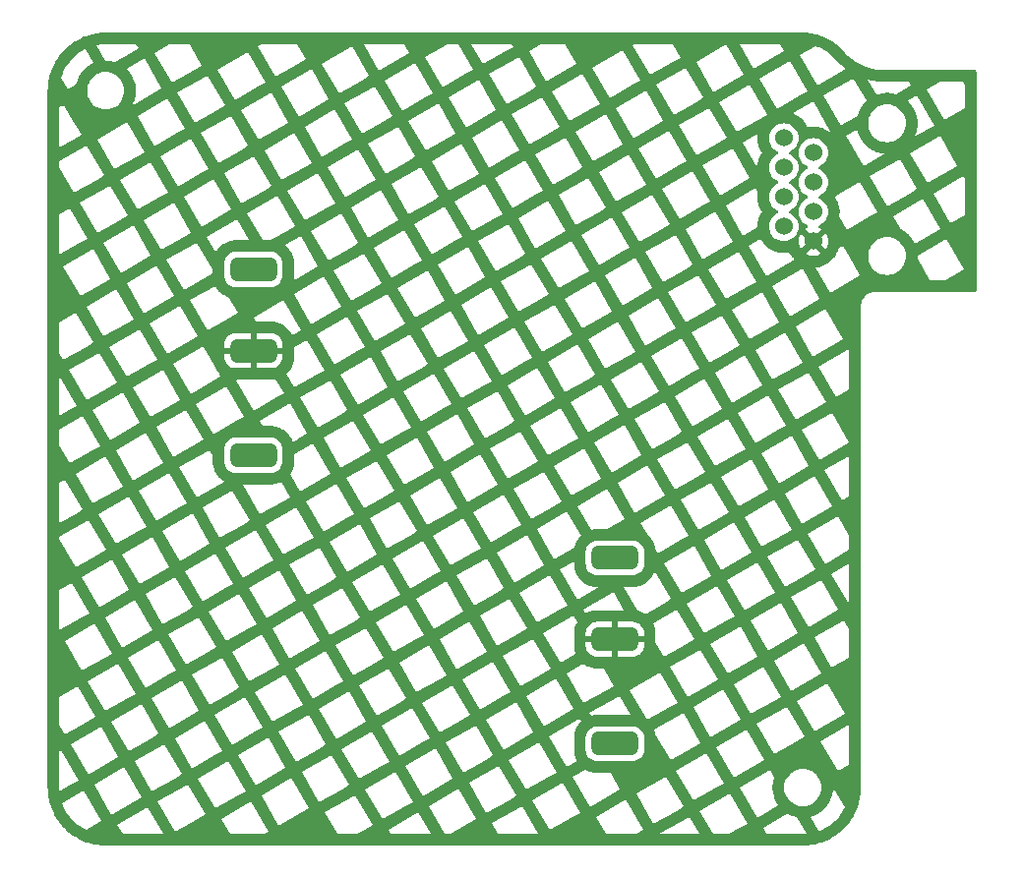
<source format=gbr>
%TF.GenerationSoftware,KiCad,Pcbnew,(7.0.0)*%
%TF.CreationDate,2023-02-23T17:38:32-05:00*%
%TF.ProjectId,TeamButton,5465616d-4275-4747-946f-6e2e6b696361,rev?*%
%TF.SameCoordinates,Original*%
%TF.FileFunction,Copper,L2,Bot*%
%TF.FilePolarity,Positive*%
%FSLAX46Y46*%
G04 Gerber Fmt 4.6, Leading zero omitted, Abs format (unit mm)*
G04 Created by KiCad (PCBNEW (7.0.0)) date 2023-02-23 17:38:32*
%MOMM*%
%LPD*%
G01*
G04 APERTURE LIST*
G04 Aperture macros list*
%AMRoundRect*
0 Rectangle with rounded corners*
0 $1 Rounding radius*
0 $2 $3 $4 $5 $6 $7 $8 $9 X,Y pos of 4 corners*
0 Add a 4 corners polygon primitive as box body*
4,1,4,$2,$3,$4,$5,$6,$7,$8,$9,$2,$3,0*
0 Add four circle primitives for the rounded corners*
1,1,$1+$1,$2,$3*
1,1,$1+$1,$4,$5*
1,1,$1+$1,$6,$7*
1,1,$1+$1,$8,$9*
0 Add four rect primitives between the rounded corners*
20,1,$1+$1,$2,$3,$4,$5,0*
20,1,$1+$1,$4,$5,$6,$7,0*
20,1,$1+$1,$6,$7,$8,$9,0*
20,1,$1+$1,$8,$9,$2,$3,0*%
G04 Aperture macros list end*
%TA.AperFunction,ComponentPad*%
%ADD10C,1.524000*%
%TD*%
%TA.AperFunction,ComponentPad*%
%ADD11RoundRect,0.500000X1.500000X0.500000X-1.500000X0.500000X-1.500000X-0.500000X1.500000X-0.500000X0*%
%TD*%
G04 APERTURE END LIST*
D10*
%TO.P,J1,1*%
%TO.N,GND*%
X140900000Y-62965000D03*
%TO.P,J1,2*%
%TO.N,Net-(SW2-C)*%
X138360000Y-61695000D03*
%TO.P,J1,3*%
%TO.N,unconnected-(J1-Pad3)*%
X140900000Y-60425000D03*
%TO.P,J1,4*%
%TO.N,unconnected-(J1-Pad4)*%
X138360000Y-59155000D03*
%TO.P,J1,5*%
%TO.N,Net-(SW1-C)*%
X140900000Y-57885000D03*
%TO.P,J1,6*%
%TO.N,unconnected-(J1-Pad6)*%
X138360000Y-56615000D03*
%TO.P,J1,7*%
%TO.N,unconnected-(J1-Pad7)*%
X140900000Y-55345000D03*
%TO.P,J1,8*%
%TO.N,unconnected-(J1-Pad8)*%
X138360000Y-54075000D03*
%TD*%
D11*
%TO.P,SW1,1,C*%
%TO.N,Net-(SW1-C)*%
X92710000Y-81390000D03*
%TO.P,SW1,2,NC*%
%TO.N,unconnected-(SW1-NC-Pad2)*%
X92710000Y-65390000D03*
%TO.P,SW1,3,NO*%
%TO.N,GND*%
X92710000Y-72390000D03*
%TD*%
%TO.P,SW2,1,C*%
%TO.N,Net-(SW2-C)*%
X123825000Y-106240000D03*
%TO.P,SW2,2,NC*%
%TO.N,unconnected-(SW2-NC-Pad2)*%
X123825000Y-90240000D03*
%TO.P,SW2,3,NO*%
%TO.N,GND*%
X123825000Y-97240000D03*
%TD*%
%TA.AperFunction,Conductor*%
%TO.N,GND*%
G36*
X140002712Y-45000617D02*
G01*
X140007074Y-45000805D01*
X140104229Y-45004994D01*
X140410095Y-45019652D01*
X140420251Y-45020555D01*
X140592646Y-45042969D01*
X140594171Y-45043178D01*
X140827967Y-45076997D01*
X140836848Y-45078609D01*
X141019531Y-45118595D01*
X141022361Y-45119249D01*
X141239115Y-45172161D01*
X141246629Y-45174245D01*
X141429928Y-45231283D01*
X141433837Y-45232571D01*
X141640195Y-45304454D01*
X141646358Y-45306785D01*
X141825792Y-45380096D01*
X141830700Y-45382225D01*
X142028115Y-45472995D01*
X142032924Y-45475332D01*
X142158090Y-45539554D01*
X142205384Y-45563820D01*
X142211205Y-45567004D01*
X142400001Y-45676795D01*
X142403583Y-45678958D01*
X142566221Y-45780982D01*
X142572715Y-45785343D01*
X142753902Y-45915381D01*
X142756266Y-45917120D01*
X142905577Y-46029792D01*
X142912568Y-46035473D01*
X143090427Y-46190926D01*
X143091631Y-46191994D01*
X143208164Y-46296837D01*
X143220804Y-46308209D01*
X143228144Y-46315374D01*
X143439335Y-46539036D01*
X143439679Y-46539402D01*
X143507771Y-46612207D01*
X143511367Y-46616222D01*
X143639451Y-46765565D01*
X143641394Y-46767471D01*
X143641397Y-46767474D01*
X143737142Y-46861388D01*
X143924180Y-47044850D01*
X144231895Y-47298586D01*
X144560311Y-47524890D01*
X144906990Y-47722082D01*
X145269358Y-47888697D01*
X145644723Y-48023498D01*
X146030300Y-48125485D01*
X146423225Y-48193899D01*
X146820582Y-48228234D01*
X147019900Y-48228245D01*
X147019899Y-48231455D01*
X147019901Y-48231456D01*
X147019901Y-48228246D01*
X147020000Y-48228246D01*
X154813500Y-48228246D01*
X154876500Y-48245127D01*
X154922619Y-48291246D01*
X154939500Y-48354246D01*
X154939500Y-67183500D01*
X154922619Y-67246500D01*
X154876500Y-67292619D01*
X154813500Y-67309500D01*
X146270500Y-67309500D01*
X146270000Y-67309500D01*
X146170009Y-67309500D01*
X146165126Y-67310273D01*
X146165118Y-67310274D01*
X145977378Y-67340009D01*
X145977368Y-67340011D01*
X145972490Y-67340784D01*
X145967784Y-67342312D01*
X145967780Y-67342314D01*
X145787009Y-67401049D01*
X145786997Y-67401053D01*
X145782297Y-67402581D01*
X145777889Y-67404826D01*
X145777884Y-67404829D01*
X145608528Y-67491121D01*
X145608523Y-67491123D01*
X145604113Y-67493371D01*
X145600108Y-67496280D01*
X145600101Y-67496285D01*
X145446332Y-67608005D01*
X145446326Y-67608009D01*
X145442325Y-67610917D01*
X145438825Y-67614416D01*
X145438819Y-67614422D01*
X145304422Y-67748819D01*
X145304416Y-67748825D01*
X145300917Y-67752325D01*
X145298009Y-67756326D01*
X145298005Y-67756332D01*
X145186285Y-67910101D01*
X145186280Y-67910108D01*
X145183371Y-67914113D01*
X145181123Y-67918523D01*
X145181121Y-67918528D01*
X145094829Y-68087884D01*
X145094826Y-68087889D01*
X145092581Y-68092297D01*
X145091053Y-68096997D01*
X145091049Y-68097009D01*
X145032314Y-68277780D01*
X145030784Y-68282490D01*
X145030011Y-68287368D01*
X145030009Y-68287378D01*
X145000274Y-68475118D01*
X145000273Y-68475126D01*
X144999500Y-68480009D01*
X144999500Y-68484962D01*
X144999500Y-109997404D01*
X144999392Y-110002611D01*
X144990525Y-110216982D01*
X144990513Y-110217272D01*
X144981951Y-110413355D01*
X144981103Y-110423443D01*
X144954586Y-110636182D01*
X144954476Y-110637044D01*
X144928431Y-110834867D01*
X144926827Y-110844277D01*
X144882965Y-111053467D01*
X144882660Y-111054881D01*
X144839340Y-111250287D01*
X144837089Y-111258968D01*
X144776177Y-111463568D01*
X144775583Y-111465505D01*
X144715328Y-111656607D01*
X144712541Y-111664520D01*
X144635002Y-111863236D01*
X144634030Y-111865652D01*
X144557283Y-112050936D01*
X144554071Y-112058057D01*
X144460444Y-112249574D01*
X144459010Y-112252416D01*
X144366375Y-112430365D01*
X144362853Y-112436681D01*
X144253750Y-112619781D01*
X144251776Y-112622984D01*
X144143955Y-112792228D01*
X144140233Y-112797744D01*
X144016426Y-112971147D01*
X144013844Y-112974635D01*
X143891651Y-113133880D01*
X143887836Y-113138610D01*
X143750133Y-113301195D01*
X143746882Y-113304885D01*
X143611275Y-113452875D01*
X143607473Y-113456846D01*
X143456846Y-113607473D01*
X143452875Y-113611275D01*
X143304885Y-113746882D01*
X143301195Y-113750133D01*
X143138610Y-113887836D01*
X143133880Y-113891651D01*
X142974635Y-114013844D01*
X142971147Y-114016426D01*
X142797744Y-114140233D01*
X142792228Y-114143955D01*
X142622984Y-114251776D01*
X142619781Y-114253750D01*
X142436681Y-114362853D01*
X142430365Y-114366375D01*
X142252416Y-114459010D01*
X142249574Y-114460444D01*
X142058057Y-114554071D01*
X142050936Y-114557283D01*
X141865652Y-114634030D01*
X141863236Y-114635002D01*
X141664520Y-114712541D01*
X141656607Y-114715328D01*
X141465505Y-114775583D01*
X141463568Y-114776177D01*
X141258968Y-114837089D01*
X141250287Y-114839340D01*
X141054881Y-114882660D01*
X141053467Y-114882965D01*
X140844277Y-114926827D01*
X140834867Y-114928431D01*
X140637044Y-114954476D01*
X140636182Y-114954586D01*
X140423443Y-114981103D01*
X140413354Y-114981951D01*
X140217291Y-114990512D01*
X140217002Y-114990524D01*
X140002611Y-114999392D01*
X139997404Y-114999500D01*
X80002596Y-114999500D01*
X79997389Y-114999392D01*
X79782996Y-114990524D01*
X79782707Y-114990512D01*
X79586644Y-114981951D01*
X79576555Y-114981103D01*
X79363816Y-114954586D01*
X79362954Y-114954476D01*
X79165131Y-114928431D01*
X79155721Y-114926827D01*
X78946531Y-114882965D01*
X78945117Y-114882660D01*
X78749711Y-114839340D01*
X78741030Y-114837089D01*
X78536430Y-114776177D01*
X78534493Y-114775583D01*
X78343391Y-114715328D01*
X78335478Y-114712541D01*
X78136762Y-114635002D01*
X78134346Y-114634030D01*
X77949062Y-114557283D01*
X77941941Y-114554071D01*
X77750424Y-114460444D01*
X77747582Y-114459010D01*
X77569633Y-114366375D01*
X77563317Y-114362853D01*
X77380217Y-114253750D01*
X77377014Y-114251776D01*
X77207770Y-114143955D01*
X77202254Y-114140233D01*
X77028851Y-114016426D01*
X77025363Y-114013844D01*
X76866118Y-113891651D01*
X76861388Y-113887836D01*
X76698803Y-113750133D01*
X76695113Y-113746882D01*
X76547123Y-113611275D01*
X76543152Y-113607473D01*
X76392525Y-113456846D01*
X76388723Y-113452875D01*
X76253116Y-113304885D01*
X76249865Y-113301195D01*
X76112162Y-113138610D01*
X76108347Y-113133880D01*
X76067963Y-113081250D01*
X75986142Y-112974619D01*
X75983572Y-112971147D01*
X75859765Y-112797744D01*
X75856043Y-112792228D01*
X75761099Y-112643196D01*
X75748205Y-112622957D01*
X75746248Y-112619781D01*
X75637145Y-112436681D01*
X75633623Y-112430365D01*
X75597280Y-112360551D01*
X75540957Y-112252354D01*
X75539554Y-112249574D01*
X75533196Y-112236569D01*
X75445921Y-112058044D01*
X75442721Y-112050950D01*
X75365955Y-111865621D01*
X75364996Y-111863236D01*
X75360246Y-111851062D01*
X75287453Y-111664509D01*
X75284670Y-111656607D01*
X75224369Y-111465355D01*
X75223855Y-111463679D01*
X75191872Y-111356252D01*
X76238456Y-111356252D01*
X76291457Y-111492083D01*
X76354393Y-111644024D01*
X76431319Y-111801378D01*
X76507293Y-111947321D01*
X76596928Y-112097750D01*
X76685366Y-112236569D01*
X76787055Y-112378994D01*
X76887324Y-112509666D01*
X77000418Y-112643196D01*
X77111670Y-112764607D01*
X77235389Y-112888326D01*
X77356800Y-112999578D01*
X77490330Y-113112672D01*
X77621002Y-113212941D01*
X77763427Y-113314630D01*
X77902246Y-113403068D01*
X78052675Y-113492703D01*
X78198618Y-113568677D01*
X78313310Y-113624747D01*
X79005962Y-113224844D01*
X81001962Y-113224844D01*
X81450365Y-114001500D01*
X84916777Y-114001500D01*
X83601771Y-111723843D01*
X81001962Y-113224844D01*
X79005962Y-113224844D01*
X79638670Y-112859550D01*
X78137669Y-110259741D01*
X76238456Y-111356252D01*
X75191872Y-111356252D01*
X75162905Y-111258953D01*
X75160664Y-111250312D01*
X75117327Y-111054833D01*
X75117033Y-111053467D01*
X75111495Y-111027057D01*
X75073170Y-110844273D01*
X75071567Y-110834867D01*
X75069409Y-110818474D01*
X75045491Y-110636807D01*
X75018893Y-110423423D01*
X75018048Y-110413375D01*
X75009482Y-110217178D01*
X75000608Y-110002611D01*
X75000500Y-109997404D01*
X75000500Y-109979385D01*
X75998500Y-109979385D01*
X76006577Y-110174693D01*
X76013520Y-110333728D01*
X77005962Y-109760742D01*
X79001962Y-109760742D01*
X80502963Y-112360551D01*
X82470064Y-111224844D01*
X84466064Y-111224844D01*
X85967065Y-113824653D01*
X87934167Y-112688945D01*
X89930165Y-112688945D01*
X90687970Y-114001500D01*
X93660756Y-114001500D01*
X94030975Y-113787753D01*
X92529974Y-111187944D01*
X89930165Y-112688945D01*
X87934167Y-112688945D01*
X88566873Y-112323652D01*
X87065872Y-109723843D01*
X84466064Y-111224844D01*
X82470064Y-111224844D01*
X83102772Y-110859550D01*
X81601771Y-108259741D01*
X79001962Y-109760742D01*
X77005962Y-109760742D01*
X77638670Y-109395448D01*
X76137669Y-106795641D01*
X75998500Y-106875991D01*
X75998500Y-109979385D01*
X75000500Y-109979385D01*
X75000500Y-106296641D01*
X77001962Y-106296641D01*
X78502963Y-108896449D01*
X80470064Y-107760742D01*
X82466064Y-107760742D01*
X83967065Y-110360551D01*
X85934166Y-109224844D01*
X87930165Y-109224844D01*
X89431166Y-111824653D01*
X91398269Y-110688945D01*
X93394267Y-110688945D01*
X94895268Y-113288754D01*
X96862369Y-112153047D01*
X98858369Y-112153047D01*
X99925575Y-114001500D01*
X101660757Y-114001500D01*
X102326471Y-113617149D01*
X104322470Y-113617149D01*
X104544376Y-114001500D01*
X108010788Y-114001500D01*
X106922279Y-112116148D01*
X104322470Y-113617149D01*
X102326471Y-113617149D01*
X102959178Y-113251855D01*
X101458177Y-110652046D01*
X98858369Y-112153047D01*
X96862369Y-112153047D01*
X97495077Y-111787753D01*
X95994076Y-109187944D01*
X93394267Y-110688945D01*
X91398269Y-110688945D01*
X92030975Y-110323652D01*
X90529974Y-107723843D01*
X87930165Y-109224844D01*
X85934166Y-109224844D01*
X86566873Y-108859550D01*
X85065872Y-106259741D01*
X82466064Y-107760742D01*
X80470064Y-107760742D01*
X81102772Y-107395448D01*
X79601771Y-104795640D01*
X77001962Y-106296641D01*
X75000500Y-106296641D01*
X75000500Y-104558592D01*
X75998500Y-104558592D01*
X76502963Y-105432348D01*
X78470064Y-104296641D01*
X80466064Y-104296641D01*
X81967065Y-106896449D01*
X83934166Y-105760742D01*
X85930165Y-105760742D01*
X87431166Y-108360551D01*
X89398267Y-107224844D01*
X91394267Y-107224844D01*
X92895268Y-109824653D01*
X94862371Y-108688945D01*
X96858369Y-108688945D01*
X98359370Y-111288754D01*
X100326471Y-110153047D01*
X102322470Y-110153047D01*
X103823471Y-112752856D01*
X105790572Y-111617149D01*
X107786572Y-111617149D01*
X109163179Y-114001500D01*
X109660756Y-114001500D01*
X111254675Y-113081250D01*
X113250673Y-113081250D01*
X113781980Y-114001500D01*
X117248392Y-114001500D01*
X115850482Y-111580249D01*
X113250673Y-113081250D01*
X111254675Y-113081250D01*
X111887382Y-112715956D01*
X110386381Y-110116148D01*
X107786572Y-111617149D01*
X105790572Y-111617149D01*
X106423280Y-111251855D01*
X104922279Y-108652046D01*
X102322470Y-110153047D01*
X100326471Y-110153047D01*
X100959178Y-109787753D01*
X99458177Y-107187944D01*
X96858369Y-108688945D01*
X94862371Y-108688945D01*
X95495077Y-108323652D01*
X93994076Y-105723843D01*
X91394267Y-107224844D01*
X89398267Y-107224844D01*
X90030975Y-106859550D01*
X88529974Y-104259741D01*
X85930165Y-105760742D01*
X83934166Y-105760742D01*
X84566873Y-105395448D01*
X83065872Y-102795640D01*
X80466064Y-104296641D01*
X78470064Y-104296641D01*
X79102772Y-103931347D01*
X77601771Y-101331538D01*
X75998500Y-102257188D01*
X75998500Y-104558592D01*
X75000500Y-104558592D01*
X75000500Y-100832539D01*
X78466064Y-100832539D01*
X79967065Y-103432348D01*
X81934166Y-102296641D01*
X83930165Y-102296641D01*
X85431166Y-104896449D01*
X87398267Y-103760742D01*
X89394267Y-103760742D01*
X90895268Y-106360551D01*
X92862369Y-105224844D01*
X94858369Y-105224844D01*
X96359370Y-107824653D01*
X98326472Y-106688945D01*
X100322470Y-106688945D01*
X101823471Y-109288754D01*
X103790572Y-108153047D01*
X105786572Y-108153047D01*
X107287573Y-110752856D01*
X109254674Y-109617149D01*
X111250673Y-109617149D01*
X112751674Y-112216957D01*
X114718775Y-111081250D01*
X116714775Y-111081250D01*
X118215776Y-113681059D01*
X120182877Y-112545352D01*
X122178877Y-112545352D01*
X123019585Y-114001500D01*
X125660757Y-114001500D01*
X127656756Y-114001500D01*
X131104799Y-114001500D01*
X130242787Y-112508453D01*
X127656756Y-114001500D01*
X125660757Y-114001500D01*
X126279686Y-113644160D01*
X124778685Y-111044351D01*
X122178877Y-112545352D01*
X120182877Y-112545352D01*
X120815585Y-112180058D01*
X119314584Y-109580249D01*
X116714775Y-111081250D01*
X114718775Y-111081250D01*
X115351483Y-110715956D01*
X113850482Y-108116148D01*
X111250673Y-109617149D01*
X109254674Y-109617149D01*
X109887382Y-109251855D01*
X108386381Y-106652046D01*
X105786572Y-108153047D01*
X103790572Y-108153047D01*
X104423280Y-107787753D01*
X102922279Y-105187944D01*
X100322470Y-106688945D01*
X98326472Y-106688945D01*
X98959178Y-106323652D01*
X97458177Y-103723843D01*
X94858369Y-105224844D01*
X92862369Y-105224844D01*
X93495077Y-104859550D01*
X91994076Y-102259741D01*
X89394267Y-103760742D01*
X87398267Y-103760742D01*
X88030975Y-103395448D01*
X86529974Y-100795640D01*
X83930165Y-102296641D01*
X81934166Y-102296641D01*
X82566873Y-101931347D01*
X81065872Y-99331538D01*
X78466064Y-100832539D01*
X75000500Y-100832539D01*
X75000500Y-97368437D01*
X76466064Y-97368437D01*
X77967065Y-99968246D01*
X79934166Y-98832539D01*
X81930165Y-98832539D01*
X83431166Y-101432348D01*
X85398267Y-100296641D01*
X87394267Y-100296641D01*
X88895268Y-102896449D01*
X90862369Y-101760742D01*
X92858369Y-101760742D01*
X94359370Y-104360551D01*
X96326471Y-103224844D01*
X98322470Y-103224844D01*
X99823471Y-105824653D01*
X101790574Y-104688945D01*
X103786572Y-104688945D01*
X105287573Y-107288754D01*
X107254674Y-106153047D01*
X109250673Y-106153047D01*
X110751674Y-108752856D01*
X112718775Y-107617149D01*
X114714775Y-107617149D01*
X116215776Y-110216957D01*
X118182877Y-109081250D01*
X120178877Y-109081250D01*
X121679878Y-111681059D01*
X123646979Y-110545352D01*
X125642978Y-110545352D01*
X127143979Y-113145161D01*
X129111080Y-112009454D01*
X131107080Y-112009454D01*
X132257190Y-114001500D01*
X133660756Y-114001500D01*
X134575183Y-113473555D01*
X136571182Y-113473555D01*
X136875992Y-114001500D01*
X139979376Y-114001500D01*
X140174723Y-113993419D01*
X140333728Y-113986476D01*
X139506623Y-112553887D01*
X139361147Y-112518962D01*
X140638850Y-112518962D01*
X141356252Y-113761540D01*
X141492083Y-113708539D01*
X141644024Y-113645603D01*
X141801378Y-113568677D01*
X141947321Y-113492703D01*
X142097750Y-113403068D01*
X142236569Y-113314630D01*
X142378994Y-113212941D01*
X142509666Y-113112672D01*
X142643196Y-112999578D01*
X142764607Y-112888326D01*
X142888326Y-112764607D01*
X142999578Y-112643196D01*
X143112672Y-112509666D01*
X143212941Y-112378994D01*
X143314630Y-112236569D01*
X143403068Y-112097750D01*
X143492703Y-111947321D01*
X143568677Y-111801378D01*
X143624747Y-111686686D01*
X142635092Y-109972554D01*
X142603061Y-109991048D01*
X142603061Y-110009886D01*
X142602964Y-110014833D01*
X142600664Y-110073364D01*
X142600373Y-110078303D01*
X142580607Y-110329451D01*
X142580122Y-110334374D01*
X142573237Y-110392546D01*
X142572559Y-110397448D01*
X142569466Y-110416976D01*
X142568596Y-110421847D01*
X142557169Y-110479293D01*
X142556109Y-110484125D01*
X142497299Y-110729088D01*
X142496049Y-110733875D01*
X142480147Y-110790260D01*
X142478711Y-110794996D01*
X142472601Y-110813800D01*
X142470980Y-110818474D01*
X142450709Y-110873421D01*
X142448906Y-110878028D01*
X142352499Y-111110776D01*
X142350516Y-111115308D01*
X142325997Y-111168495D01*
X142323839Y-111172946D01*
X142314863Y-111190563D01*
X142312529Y-111194928D01*
X142283902Y-111246045D01*
X142281401Y-111250314D01*
X142149771Y-111465114D01*
X142147102Y-111469283D01*
X142114543Y-111518009D01*
X142111712Y-111522070D01*
X142100090Y-111538065D01*
X142097105Y-111542008D01*
X142060858Y-111587985D01*
X142057721Y-111591807D01*
X141894109Y-111783372D01*
X141890823Y-111787070D01*
X141851062Y-111830084D01*
X141847632Y-111833651D01*
X141833651Y-111847632D01*
X141830084Y-111851062D01*
X141787070Y-111890823D01*
X141783372Y-111894109D01*
X141591807Y-112057721D01*
X141587985Y-112060858D01*
X141542008Y-112097105D01*
X141538065Y-112100090D01*
X141522070Y-112111712D01*
X141518009Y-112114543D01*
X141469283Y-112147102D01*
X141465114Y-112149771D01*
X141250314Y-112281401D01*
X141246045Y-112283902D01*
X141194928Y-112312529D01*
X141190563Y-112314863D01*
X141172946Y-112323839D01*
X141168495Y-112325997D01*
X141115308Y-112350516D01*
X141110776Y-112352499D01*
X140878028Y-112448906D01*
X140873421Y-112450709D01*
X140818474Y-112470980D01*
X140813800Y-112472601D01*
X140794996Y-112478711D01*
X140790260Y-112480147D01*
X140733875Y-112496049D01*
X140729088Y-112497299D01*
X140638850Y-112518962D01*
X139361147Y-112518962D01*
X139270912Y-112497299D01*
X139266125Y-112496049D01*
X139209740Y-112480147D01*
X139205004Y-112478711D01*
X139186200Y-112472601D01*
X139181526Y-112470980D01*
X139126579Y-112450709D01*
X139121972Y-112448906D01*
X138889224Y-112352499D01*
X138884692Y-112350516D01*
X138831505Y-112325997D01*
X138827054Y-112323839D01*
X138809437Y-112314863D01*
X138805072Y-112312529D01*
X138753955Y-112283902D01*
X138749686Y-112281400D01*
X138694562Y-112247620D01*
X136571182Y-113473555D01*
X134575183Y-113473555D01*
X135207890Y-113108261D01*
X133706889Y-110508453D01*
X131107080Y-112009454D01*
X129111080Y-112009454D01*
X129743788Y-111644160D01*
X128242787Y-109044351D01*
X125642978Y-110545352D01*
X123646979Y-110545352D01*
X124279686Y-110180058D01*
X123452020Y-108746499D01*
X122275453Y-108746500D01*
X122272361Y-108746462D01*
X122235739Y-108745563D01*
X122232646Y-108745449D01*
X122220296Y-108744842D01*
X122217210Y-108744652D01*
X122180711Y-108741959D01*
X122177632Y-108741694D01*
X122029478Y-108727102D01*
X122023342Y-108726346D01*
X121950950Y-108715609D01*
X121944859Y-108714552D01*
X121920633Y-108709734D01*
X121914597Y-108708378D01*
X121843558Y-108690585D01*
X121837595Y-108688936D01*
X121647492Y-108631269D01*
X121641618Y-108629328D01*
X121572671Y-108604657D01*
X121566900Y-108602431D01*
X121544080Y-108592978D01*
X121538428Y-108590472D01*
X121472266Y-108559179D01*
X121466743Y-108556399D01*
X121446075Y-108545352D01*
X129107080Y-108545352D01*
X130608081Y-111145161D01*
X132575182Y-110009454D01*
X134571182Y-110009454D01*
X136072183Y-112609262D01*
X137908470Y-111549080D01*
X137902895Y-111542008D01*
X137899910Y-111538065D01*
X137888288Y-111522070D01*
X137885457Y-111518009D01*
X137852898Y-111469283D01*
X137850229Y-111465114D01*
X137718599Y-111250314D01*
X137716098Y-111246045D01*
X137687471Y-111194928D01*
X137685137Y-111190563D01*
X137676161Y-111172946D01*
X137674003Y-111168495D01*
X137649484Y-111115308D01*
X137647501Y-111110776D01*
X137551094Y-110878028D01*
X137549291Y-110873421D01*
X137529020Y-110818474D01*
X137527399Y-110813800D01*
X137521289Y-110794996D01*
X137519853Y-110790260D01*
X137503951Y-110733875D01*
X137502701Y-110729088D01*
X137443891Y-110484125D01*
X137442831Y-110479293D01*
X137431404Y-110421847D01*
X137430534Y-110416976D01*
X137427441Y-110397448D01*
X137426763Y-110392546D01*
X137419878Y-110334374D01*
X137419393Y-110329451D01*
X137399627Y-110078303D01*
X137399336Y-110073364D01*
X137397036Y-110014833D01*
X137396939Y-110009886D01*
X137396939Y-110000000D01*
X138394551Y-110000000D01*
X138394939Y-110004930D01*
X138413928Y-110246214D01*
X138413929Y-110246222D01*
X138414317Y-110251148D01*
X138415471Y-110255956D01*
X138415472Y-110255960D01*
X138471971Y-110491298D01*
X138471972Y-110491303D01*
X138473127Y-110496111D01*
X138475020Y-110500681D01*
X138475021Y-110500684D01*
X138531503Y-110637044D01*
X138569534Y-110728859D01*
X138701164Y-110943659D01*
X138864776Y-111135224D01*
X139056341Y-111298836D01*
X139271141Y-111430466D01*
X139503889Y-111526873D01*
X139748852Y-111585683D01*
X139937118Y-111600500D01*
X140060413Y-111600500D01*
X140062882Y-111600500D01*
X140251148Y-111585683D01*
X140496111Y-111526873D01*
X140728859Y-111430466D01*
X140943659Y-111298836D01*
X141135224Y-111135224D01*
X141298836Y-110943659D01*
X141430466Y-110728859D01*
X141526873Y-110496111D01*
X141585683Y-110251148D01*
X141605449Y-110000000D01*
X141585683Y-109748852D01*
X141526873Y-109503889D01*
X141430466Y-109271141D01*
X141298836Y-109056341D01*
X141135224Y-108864776D01*
X140943659Y-108701164D01*
X140923719Y-108688945D01*
X140733079Y-108572120D01*
X140733078Y-108572119D01*
X140728859Y-108569534D01*
X140670478Y-108545352D01*
X140500684Y-108475021D01*
X140500681Y-108475020D01*
X140496111Y-108473127D01*
X140491303Y-108471972D01*
X140491298Y-108471971D01*
X140255960Y-108415472D01*
X140255956Y-108415471D01*
X140251148Y-108414317D01*
X140246222Y-108413929D01*
X140246214Y-108413928D01*
X140065338Y-108399693D01*
X140065330Y-108399692D01*
X140062882Y-108399500D01*
X139937118Y-108399500D01*
X139934670Y-108399692D01*
X139934661Y-108399693D01*
X139753785Y-108413928D01*
X139753775Y-108413929D01*
X139748852Y-108414317D01*
X139744045Y-108415471D01*
X139744039Y-108415472D01*
X139508701Y-108471971D01*
X139508692Y-108471973D01*
X139503889Y-108473127D01*
X139499321Y-108475018D01*
X139499315Y-108475021D01*
X139275715Y-108567639D01*
X139275710Y-108567641D01*
X139271141Y-108569534D01*
X139266926Y-108572116D01*
X139266920Y-108572120D01*
X139060558Y-108698579D01*
X139060550Y-108698584D01*
X139056341Y-108701164D01*
X139052580Y-108704375D01*
X139052576Y-108704379D01*
X138868538Y-108861562D01*
X138868531Y-108861568D01*
X138864776Y-108864776D01*
X138861568Y-108868531D01*
X138861562Y-108868538D01*
X138704379Y-109052576D01*
X138704375Y-109052580D01*
X138701164Y-109056341D01*
X138698584Y-109060550D01*
X138698579Y-109060558D01*
X138572120Y-109266920D01*
X138572116Y-109266926D01*
X138569534Y-109271141D01*
X138567641Y-109275710D01*
X138567639Y-109275715D01*
X138475021Y-109499315D01*
X138475018Y-109499321D01*
X138473127Y-109503889D01*
X138471973Y-109508692D01*
X138471971Y-109508701D01*
X138420321Y-109723843D01*
X138414317Y-109748852D01*
X138413929Y-109753775D01*
X138413928Y-109753785D01*
X138400325Y-109926636D01*
X138394551Y-110000000D01*
X137396939Y-110000000D01*
X137396939Y-109990114D01*
X137397036Y-109985167D01*
X137399336Y-109926636D01*
X137399627Y-109921697D01*
X137419393Y-109670549D01*
X137419878Y-109665626D01*
X137426763Y-109607454D01*
X137427441Y-109602552D01*
X137430534Y-109583024D01*
X137431404Y-109578153D01*
X137442831Y-109520707D01*
X137443891Y-109515875D01*
X137502701Y-109270912D01*
X137503951Y-109266125D01*
X137519853Y-109209740D01*
X137521289Y-109205004D01*
X137527399Y-109186200D01*
X137529020Y-109181526D01*
X137540937Y-109149221D01*
X137170990Y-108508454D01*
X134571182Y-110009454D01*
X132575182Y-110009454D01*
X133207890Y-109644160D01*
X131706889Y-107044351D01*
X129107080Y-108545352D01*
X121446075Y-108545352D01*
X121291543Y-108462753D01*
X121286162Y-108459705D01*
X121271081Y-108450665D01*
X120178877Y-109081250D01*
X118182877Y-109081250D01*
X118815585Y-108715956D01*
X117314584Y-106116148D01*
X114714775Y-107617149D01*
X112718775Y-107617149D01*
X113351483Y-107251855D01*
X111850482Y-104652046D01*
X109250673Y-106153047D01*
X107254674Y-106153047D01*
X107887382Y-105787753D01*
X106386381Y-103187944D01*
X103786572Y-104688945D01*
X101790574Y-104688945D01*
X102423280Y-104323652D01*
X100922279Y-101723843D01*
X98322470Y-103224844D01*
X96326471Y-103224844D01*
X96959178Y-102859550D01*
X95458177Y-100259741D01*
X92858369Y-101760742D01*
X90862369Y-101760742D01*
X91495077Y-101395448D01*
X89994076Y-98795640D01*
X87394267Y-100296641D01*
X85398267Y-100296641D01*
X86030975Y-99931347D01*
X84529974Y-97331538D01*
X81930165Y-98832539D01*
X79934166Y-98832539D01*
X80566873Y-98467245D01*
X79065872Y-95867436D01*
X76466064Y-97368437D01*
X75000500Y-97368437D01*
X75000500Y-96485995D01*
X75998500Y-96485995D01*
X77934166Y-95368437D01*
X79930165Y-95368437D01*
X81431166Y-97968246D01*
X83398267Y-96832539D01*
X85394267Y-96832539D01*
X86895268Y-99432348D01*
X88862369Y-98296641D01*
X90858369Y-98296641D01*
X92359370Y-100896449D01*
X94326471Y-99760742D01*
X96322470Y-99760742D01*
X97823471Y-102360551D01*
X99790572Y-101224844D01*
X101786572Y-101224844D01*
X103287573Y-103824653D01*
X105254676Y-102688945D01*
X107250673Y-102688945D01*
X108751674Y-105288754D01*
X110718775Y-104153047D01*
X112714775Y-104153047D01*
X114215776Y-106752856D01*
X116182877Y-105617149D01*
X118178877Y-105617149D01*
X119679878Y-108216956D01*
X120565881Y-107705421D01*
X120508601Y-107598257D01*
X120505821Y-107592734D01*
X120474528Y-107526572D01*
X120472022Y-107520920D01*
X120462569Y-107498100D01*
X120460343Y-107492329D01*
X120435672Y-107423382D01*
X120433731Y-107417508D01*
X120376064Y-107227405D01*
X120374414Y-107221442D01*
X120356620Y-107150397D01*
X120355265Y-107144360D01*
X120350447Y-107120133D01*
X120349390Y-107114041D01*
X120338654Y-107041650D01*
X120337898Y-107035515D01*
X120323307Y-106887360D01*
X120323041Y-106884281D01*
X120320349Y-106847790D01*
X120320160Y-106844706D01*
X120319553Y-106832357D01*
X120319439Y-106829266D01*
X120318539Y-106792642D01*
X120318501Y-106789547D01*
X120318501Y-106786472D01*
X121316500Y-106786472D01*
X121316501Y-106789546D01*
X121316803Y-106792617D01*
X121316804Y-106792628D01*
X121325831Y-106884281D01*
X121331092Y-106937701D01*
X121388759Y-107127804D01*
X121482405Y-107303004D01*
X121608432Y-107456568D01*
X121761996Y-107582595D01*
X121937196Y-107676241D01*
X122127299Y-107733908D01*
X122133460Y-107734514D01*
X122133461Y-107734515D01*
X122153427Y-107736481D01*
X122275453Y-107748500D01*
X125374546Y-107748499D01*
X125522701Y-107733908D01*
X125712804Y-107676241D01*
X125888004Y-107582595D01*
X126041568Y-107456568D01*
X126167595Y-107303004D01*
X126261241Y-107127804D01*
X126318908Y-106937701D01*
X126333500Y-106789547D01*
X126333499Y-105690454D01*
X126318908Y-105542299D01*
X126261241Y-105352196D01*
X126167595Y-105176996D01*
X126043441Y-105025714D01*
X127203270Y-105025714D01*
X127214328Y-105056618D01*
X127216269Y-105062492D01*
X127273936Y-105252595D01*
X127275586Y-105258558D01*
X127293380Y-105329603D01*
X127294735Y-105335640D01*
X127299553Y-105359867D01*
X127300610Y-105365959D01*
X127310686Y-105433905D01*
X128608081Y-107681059D01*
X130575182Y-106545352D01*
X132571182Y-106545352D01*
X134072183Y-109145161D01*
X136671991Y-107644160D01*
X135170990Y-105044351D01*
X132571182Y-106545352D01*
X130575182Y-106545352D01*
X131207890Y-106180058D01*
X129706889Y-103580249D01*
X127203270Y-105025714D01*
X126043441Y-105025714D01*
X126041568Y-105023432D01*
X125888004Y-104897405D01*
X125858702Y-104881743D01*
X125718265Y-104806678D01*
X125712804Y-104803759D01*
X125686039Y-104795640D01*
X125528623Y-104747888D01*
X125528619Y-104747887D01*
X125522701Y-104746092D01*
X125516547Y-104745485D01*
X125516538Y-104745484D01*
X125377627Y-104731803D01*
X125377619Y-104731802D01*
X125374547Y-104731500D01*
X125371454Y-104731500D01*
X122278547Y-104731500D01*
X122278526Y-104731500D01*
X122275454Y-104731501D01*
X122272383Y-104731803D01*
X122272371Y-104731804D01*
X122133461Y-104745485D01*
X122133459Y-104745485D01*
X122127299Y-104746092D01*
X122121379Y-104747887D01*
X122121378Y-104747888D01*
X121943119Y-104801962D01*
X121943116Y-104801963D01*
X121937196Y-104803759D01*
X121931738Y-104806676D01*
X121931734Y-104806678D01*
X121767454Y-104894487D01*
X121767449Y-104894490D01*
X121761996Y-104897405D01*
X121757217Y-104901326D01*
X121757211Y-104901331D01*
X121613211Y-105019509D01*
X121613205Y-105019514D01*
X121608432Y-105023432D01*
X121604514Y-105028205D01*
X121604509Y-105028211D01*
X121486331Y-105172211D01*
X121486326Y-105172217D01*
X121482405Y-105176996D01*
X121479490Y-105182449D01*
X121479487Y-105182454D01*
X121438809Y-105258558D01*
X121388759Y-105352196D01*
X121386963Y-105358116D01*
X121386962Y-105358119D01*
X121332888Y-105536376D01*
X121332888Y-105536378D01*
X121331092Y-105542299D01*
X121330486Y-105548450D01*
X121330484Y-105548461D01*
X121317425Y-105681059D01*
X121316500Y-105690453D01*
X121316500Y-105693544D01*
X121316500Y-105693545D01*
X121316500Y-106786452D01*
X121316500Y-106786472D01*
X120318501Y-106786472D01*
X120318500Y-105690454D01*
X120318538Y-105687362D01*
X120319437Y-105650739D01*
X120319551Y-105647646D01*
X120320158Y-105635296D01*
X120320348Y-105632210D01*
X120323041Y-105595711D01*
X120323306Y-105592632D01*
X120337898Y-105444478D01*
X120338654Y-105438342D01*
X120349391Y-105365950D01*
X120350448Y-105359859D01*
X120355266Y-105335633D01*
X120356622Y-105329597D01*
X120374415Y-105258558D01*
X120376064Y-105252595D01*
X120433731Y-105062492D01*
X120435672Y-105056618D01*
X120460343Y-104987671D01*
X120462569Y-104981900D01*
X120472022Y-104959080D01*
X120474528Y-104953428D01*
X120505821Y-104887266D01*
X120508601Y-104881743D01*
X120602247Y-104706543D01*
X120605295Y-104701162D01*
X120642932Y-104638369D01*
X120646241Y-104633144D01*
X120659964Y-104612606D01*
X120663525Y-104607550D01*
X120707137Y-104548746D01*
X120710942Y-104543870D01*
X120836969Y-104390306D01*
X120841007Y-104385624D01*
X120890170Y-104331380D01*
X120894436Y-104326901D01*
X120898193Y-104323143D01*
X120778685Y-104116149D01*
X118178877Y-105617149D01*
X116182877Y-105617149D01*
X116815585Y-105251855D01*
X115314584Y-102652046D01*
X112714775Y-104153047D01*
X110718775Y-104153047D01*
X111351483Y-103787753D01*
X109850482Y-101187944D01*
X107250673Y-102688945D01*
X105254676Y-102688945D01*
X105887382Y-102323652D01*
X104386381Y-99723843D01*
X101786572Y-101224844D01*
X99790572Y-101224844D01*
X100423280Y-100859550D01*
X98922279Y-98259741D01*
X96322470Y-99760742D01*
X94326471Y-99760742D01*
X94959178Y-99395448D01*
X93458177Y-96795640D01*
X90858369Y-98296641D01*
X88862369Y-98296641D01*
X89495077Y-97931347D01*
X87994076Y-95331538D01*
X85394267Y-96832539D01*
X83398267Y-96832539D01*
X84030975Y-96467245D01*
X82529974Y-93867436D01*
X79930165Y-95368437D01*
X77934166Y-95368437D01*
X78566873Y-95003143D01*
X77065872Y-92403335D01*
X75998500Y-93019584D01*
X75998500Y-96485995D01*
X75000500Y-96485995D01*
X75000500Y-91904336D01*
X77930165Y-91904336D01*
X79431166Y-94504144D01*
X81398267Y-93368437D01*
X83394267Y-93368437D01*
X84895268Y-95968246D01*
X86862369Y-94832539D01*
X88858369Y-94832539D01*
X90359370Y-97432348D01*
X92326471Y-96296641D01*
X94322470Y-96296641D01*
X95823471Y-98896449D01*
X97790572Y-97760742D01*
X99786572Y-97760742D01*
X101287573Y-100360551D01*
X103254674Y-99224844D01*
X105250673Y-99224844D01*
X106751674Y-101824653D01*
X108718777Y-100688945D01*
X110714775Y-100688945D01*
X112215776Y-103288754D01*
X114182877Y-102153047D01*
X116178877Y-102153047D01*
X117679878Y-104752856D01*
X119646979Y-103617149D01*
X121642978Y-103617149D01*
X121757428Y-103815382D01*
X121837596Y-103791064D01*
X121843558Y-103789414D01*
X121914603Y-103771620D01*
X121920640Y-103770265D01*
X121944867Y-103765447D01*
X121950959Y-103764390D01*
X122023350Y-103753654D01*
X122029485Y-103752898D01*
X122177640Y-103738307D01*
X122180719Y-103738041D01*
X122217210Y-103735349D01*
X122220294Y-103735160D01*
X122232643Y-103734553D01*
X122235734Y-103734439D01*
X122272359Y-103733539D01*
X122275454Y-103733501D01*
X125176565Y-103733500D01*
X124242787Y-102116148D01*
X121642978Y-103617149D01*
X119646979Y-103617149D01*
X120279686Y-103251855D01*
X118778685Y-100652046D01*
X116178877Y-102153047D01*
X114182877Y-102153047D01*
X114815585Y-101787753D01*
X113314584Y-99187944D01*
X110714775Y-100688945D01*
X108718777Y-100688945D01*
X109351483Y-100323652D01*
X107850482Y-97723843D01*
X105250673Y-99224844D01*
X103254674Y-99224844D01*
X103887382Y-98859550D01*
X102386381Y-96259741D01*
X99786572Y-97760742D01*
X97790572Y-97760742D01*
X98423280Y-97395448D01*
X96922279Y-94795640D01*
X94322470Y-96296641D01*
X92326471Y-96296641D01*
X92959178Y-95931347D01*
X91458177Y-93331538D01*
X88858369Y-94832539D01*
X86862369Y-94832539D01*
X87495077Y-94467245D01*
X85994076Y-91867436D01*
X83394267Y-93368437D01*
X81398267Y-93368437D01*
X82030975Y-93003143D01*
X80529974Y-90403335D01*
X77930165Y-91904336D01*
X75000500Y-91904336D01*
X75000500Y-88558592D01*
X75998500Y-88558592D01*
X77431166Y-91040043D01*
X79398267Y-89904336D01*
X81394267Y-89904336D01*
X82895268Y-92504144D01*
X84862369Y-91368437D01*
X86858369Y-91368437D01*
X88359370Y-93968246D01*
X90326471Y-92832539D01*
X92322470Y-92832539D01*
X93823471Y-95432348D01*
X95790572Y-94296641D01*
X97786572Y-94296641D01*
X99287573Y-96896449D01*
X101254674Y-95760742D01*
X103250673Y-95760742D01*
X104751674Y-98360551D01*
X106718775Y-97224844D01*
X108714775Y-97224844D01*
X110215776Y-99824653D01*
X112182879Y-98688945D01*
X114178877Y-98688945D01*
X115679878Y-101288754D01*
X117646979Y-100153047D01*
X119642978Y-100153047D01*
X121143979Y-102752856D01*
X123111080Y-101617149D01*
X125107080Y-101617149D01*
X126586513Y-104179600D01*
X126622140Y-104208838D01*
X128575182Y-103081250D01*
X130571182Y-103081250D01*
X132072183Y-105681059D01*
X134039284Y-104545352D01*
X136035283Y-104545352D01*
X137536284Y-107145161D01*
X139503385Y-106009454D01*
X141499385Y-106009454D01*
X143000386Y-108609262D01*
X144001500Y-108031268D01*
X144001500Y-104564857D01*
X141499385Y-106009454D01*
X139503385Y-106009454D01*
X140136093Y-105644160D01*
X138635092Y-103044351D01*
X136035283Y-104545352D01*
X134039284Y-104545352D01*
X134671991Y-104180058D01*
X133170990Y-101580249D01*
X130571182Y-103081250D01*
X128575182Y-103081250D01*
X129207890Y-102715956D01*
X127706889Y-100116148D01*
X125107080Y-101617149D01*
X123111080Y-101617149D01*
X123743788Y-101251855D01*
X122874382Y-99746000D01*
X122275482Y-99746000D01*
X122272390Y-99745962D01*
X122235768Y-99745063D01*
X122232675Y-99744949D01*
X122220325Y-99744342D01*
X122217238Y-99744152D01*
X122180740Y-99741459D01*
X122177662Y-99741194D01*
X122029577Y-99726609D01*
X122023439Y-99725852D01*
X121951017Y-99715109D01*
X121944923Y-99714052D01*
X121920697Y-99709233D01*
X121914663Y-99707878D01*
X121843650Y-99690090D01*
X121837690Y-99688440D01*
X121647682Y-99630801D01*
X121641810Y-99628862D01*
X121609074Y-99617149D01*
X128571182Y-99617149D01*
X130072183Y-102216957D01*
X132039284Y-101081250D01*
X134035283Y-101081250D01*
X135536284Y-103681059D01*
X137503385Y-102545352D01*
X139499385Y-102545352D01*
X141000386Y-105145161D01*
X143600194Y-103644160D01*
X142099193Y-101044351D01*
X139499385Y-102545352D01*
X137503385Y-102545352D01*
X138136093Y-102180058D01*
X136635092Y-99580249D01*
X134035283Y-101081250D01*
X132039284Y-101081250D01*
X132671991Y-100715956D01*
X131170990Y-98116148D01*
X128571182Y-99617149D01*
X121609074Y-99617149D01*
X121572892Y-99604203D01*
X121567123Y-99601977D01*
X121544303Y-99592525D01*
X121538648Y-99590019D01*
X121472459Y-99558714D01*
X121466935Y-99555933D01*
X121291822Y-99462333D01*
X121286440Y-99459284D01*
X121223634Y-99421639D01*
X121218408Y-99418330D01*
X121197871Y-99404607D01*
X121192816Y-99401046D01*
X121134027Y-99357444D01*
X121129152Y-99353640D01*
X121087210Y-99319219D01*
X119642978Y-100153047D01*
X117646979Y-100153047D01*
X118279686Y-99787753D01*
X116778685Y-97187944D01*
X114178877Y-98688945D01*
X112182879Y-98688945D01*
X112815585Y-98323652D01*
X111314584Y-95723843D01*
X108714775Y-97224844D01*
X106718775Y-97224844D01*
X107351483Y-96859550D01*
X105850482Y-94259741D01*
X103250673Y-95760742D01*
X101254674Y-95760742D01*
X101887382Y-95395448D01*
X100386381Y-92795640D01*
X97786572Y-94296641D01*
X95790572Y-94296641D01*
X96423280Y-93931347D01*
X94922279Y-91331538D01*
X92322470Y-92832539D01*
X90326471Y-92832539D01*
X90959178Y-92467245D01*
X89458177Y-89867436D01*
X86858369Y-91368437D01*
X84862369Y-91368437D01*
X85495077Y-91003143D01*
X83994076Y-88403335D01*
X81394267Y-89904336D01*
X79398267Y-89904336D01*
X80030975Y-89539042D01*
X78529974Y-86939233D01*
X75998500Y-88400782D01*
X75998500Y-88558592D01*
X75000500Y-88558592D01*
X75000500Y-87248391D01*
X75998500Y-87248391D01*
X77398268Y-86440234D01*
X79394267Y-86440234D01*
X80895268Y-89040043D01*
X82862369Y-87904336D01*
X84858369Y-87904336D01*
X86359370Y-90504144D01*
X88326471Y-89368437D01*
X90322470Y-89368437D01*
X91823471Y-91968246D01*
X93790572Y-90832539D01*
X95786572Y-90832539D01*
X97287573Y-93432348D01*
X99254674Y-92296641D01*
X101250673Y-92296641D01*
X102751674Y-94896449D01*
X104718775Y-93760742D01*
X106714775Y-93760742D01*
X108215776Y-96360551D01*
X110182877Y-95224844D01*
X112178877Y-95224844D01*
X113679878Y-97824653D01*
X115646980Y-96688945D01*
X117642978Y-96688945D01*
X119143979Y-99288753D01*
X120472845Y-98521532D01*
X120472475Y-98520697D01*
X120463023Y-98497877D01*
X120460797Y-98492108D01*
X120436138Y-98423190D01*
X120434199Y-98417318D01*
X120376560Y-98227310D01*
X120374910Y-98221350D01*
X120357122Y-98150337D01*
X120355767Y-98144303D01*
X120350948Y-98120077D01*
X120349891Y-98113983D01*
X120339148Y-98041561D01*
X120338391Y-98035423D01*
X120323806Y-97887338D01*
X120323541Y-97884260D01*
X120320848Y-97847762D01*
X120320658Y-97844675D01*
X120320051Y-97832325D01*
X120319937Y-97829232D01*
X120319038Y-97792610D01*
X120319000Y-97789518D01*
X120319000Y-97786426D01*
X121317000Y-97786426D01*
X121317303Y-97792598D01*
X121330977Y-97931437D01*
X121333383Y-97943531D01*
X121387426Y-98121686D01*
X121392141Y-98133069D01*
X121479904Y-98297261D01*
X121486755Y-98307514D01*
X121604861Y-98451427D01*
X121613572Y-98460138D01*
X121757485Y-98578244D01*
X121767738Y-98585095D01*
X121931930Y-98672858D01*
X121943313Y-98677573D01*
X122121468Y-98731616D01*
X122133562Y-98734022D01*
X122272401Y-98747696D01*
X122278574Y-98748000D01*
X123554410Y-98748000D01*
X123567493Y-98744493D01*
X123571000Y-98731410D01*
X124079000Y-98731410D01*
X124082506Y-98744493D01*
X124095590Y-98748000D01*
X125371426Y-98748000D01*
X125377598Y-98747696D01*
X125516437Y-98734022D01*
X125528531Y-98731616D01*
X125706686Y-98677573D01*
X125718069Y-98672858D01*
X125882261Y-98585095D01*
X125892514Y-98578244D01*
X126036427Y-98460138D01*
X126045138Y-98451427D01*
X126163244Y-98307514D01*
X126170095Y-98297261D01*
X126257858Y-98133069D01*
X126262573Y-98121686D01*
X126316616Y-97943531D01*
X126319022Y-97931437D01*
X126332696Y-97792598D01*
X126333000Y-97786426D01*
X126333000Y-97510590D01*
X126329493Y-97497506D01*
X126316410Y-97494000D01*
X124095590Y-97494000D01*
X124082506Y-97497506D01*
X124079000Y-97510590D01*
X124079000Y-98731410D01*
X123571000Y-98731410D01*
X123571000Y-97510590D01*
X123567493Y-97497506D01*
X123554410Y-97494000D01*
X121333590Y-97494000D01*
X121320506Y-97497506D01*
X121317000Y-97510590D01*
X121317000Y-97786426D01*
X120319000Y-97786426D01*
X120319000Y-97494000D01*
X120320078Y-97477553D01*
X120345498Y-97284472D01*
X120348713Y-97268308D01*
X120356298Y-97239999D01*
X120348713Y-97211692D01*
X120345498Y-97195528D01*
X120320078Y-97002447D01*
X120319000Y-96986000D01*
X120319000Y-96969410D01*
X121317000Y-96969410D01*
X121320506Y-96982493D01*
X121333590Y-96986000D01*
X123554410Y-96986000D01*
X123567493Y-96982493D01*
X123571000Y-96969410D01*
X124079000Y-96969410D01*
X124082506Y-96982493D01*
X124095590Y-96986000D01*
X126316410Y-96986000D01*
X126329493Y-96982493D01*
X126333000Y-96969410D01*
X126333000Y-96693574D01*
X126332696Y-96687401D01*
X126319022Y-96548562D01*
X126316616Y-96536468D01*
X126262573Y-96358313D01*
X126257858Y-96346930D01*
X126170095Y-96182738D01*
X126163244Y-96172485D01*
X126045138Y-96028572D01*
X126036427Y-96019861D01*
X125892514Y-95901755D01*
X125882261Y-95894904D01*
X125775313Y-95837739D01*
X127117309Y-95837739D01*
X127140933Y-95881935D01*
X127143714Y-95887459D01*
X127175019Y-95953648D01*
X127177525Y-95959303D01*
X127186977Y-95982123D01*
X127189203Y-95987892D01*
X127213862Y-96056810D01*
X127215801Y-96062682D01*
X127273440Y-96252690D01*
X127275090Y-96258650D01*
X127292878Y-96329663D01*
X127294233Y-96335697D01*
X127299052Y-96359923D01*
X127300109Y-96366017D01*
X127310852Y-96438439D01*
X127311609Y-96444577D01*
X127326194Y-96592662D01*
X127326459Y-96595740D01*
X127329152Y-96632238D01*
X127329342Y-96635325D01*
X127329949Y-96647675D01*
X127330063Y-96650768D01*
X127330962Y-96687390D01*
X127331000Y-96690482D01*
X127331000Y-96986000D01*
X127329922Y-97002447D01*
X127304502Y-97195528D01*
X127301286Y-97211694D01*
X127293701Y-97239999D01*
X127301286Y-97268307D01*
X127304502Y-97284472D01*
X127328160Y-97464169D01*
X128072183Y-98752856D01*
X130039284Y-97617149D01*
X132035283Y-97617149D01*
X133536284Y-100216957D01*
X135503385Y-99081250D01*
X137499385Y-99081250D01*
X139000386Y-101681059D01*
X141600194Y-100180058D01*
X140099193Y-97580249D01*
X137499385Y-99081250D01*
X135503385Y-99081250D01*
X136136093Y-98715956D01*
X134635092Y-96116148D01*
X132035283Y-97617149D01*
X130039284Y-97617149D01*
X130671991Y-97251855D01*
X129170990Y-94652046D01*
X127117309Y-95837739D01*
X125775313Y-95837739D01*
X125718069Y-95807141D01*
X125706686Y-95802426D01*
X125528531Y-95748383D01*
X125516437Y-95745977D01*
X125377598Y-95732303D01*
X125371426Y-95732000D01*
X124095590Y-95732000D01*
X124082506Y-95735506D01*
X124079000Y-95748590D01*
X124079000Y-96969410D01*
X123571000Y-96969410D01*
X123571000Y-95748590D01*
X123567493Y-95735506D01*
X123554410Y-95732000D01*
X122278574Y-95732000D01*
X122272401Y-95732303D01*
X122133562Y-95745977D01*
X122121468Y-95748383D01*
X121943313Y-95802426D01*
X121931930Y-95807141D01*
X121767738Y-95894904D01*
X121757485Y-95901755D01*
X121613572Y-96019861D01*
X121604861Y-96028572D01*
X121486755Y-96172485D01*
X121479904Y-96182738D01*
X121392141Y-96346930D01*
X121387426Y-96358313D01*
X121333383Y-96536468D01*
X121330977Y-96548562D01*
X121317303Y-96687401D01*
X121317000Y-96693574D01*
X121317000Y-96969410D01*
X120319000Y-96969410D01*
X120319000Y-96690482D01*
X120319038Y-96687390D01*
X120319937Y-96650768D01*
X120320051Y-96647675D01*
X120320658Y-96635325D01*
X120320848Y-96632238D01*
X120323541Y-96595740D01*
X120323806Y-96592662D01*
X120338391Y-96444577D01*
X120339148Y-96438439D01*
X120349891Y-96366017D01*
X120350948Y-96359923D01*
X120355767Y-96335697D01*
X120357122Y-96329663D01*
X120374910Y-96258650D01*
X120376560Y-96252690D01*
X120434199Y-96062682D01*
X120436138Y-96056810D01*
X120460797Y-95987892D01*
X120463023Y-95982123D01*
X120472475Y-95959303D01*
X120474981Y-95953648D01*
X120506286Y-95887459D01*
X120509067Y-95881935D01*
X120573675Y-95761060D01*
X120242787Y-95187945D01*
X117642978Y-96688945D01*
X115646980Y-96688945D01*
X116279686Y-96323652D01*
X114778685Y-93723843D01*
X112178877Y-95224844D01*
X110182877Y-95224844D01*
X110815585Y-94859550D01*
X109314584Y-92259741D01*
X106714775Y-93760742D01*
X104718775Y-93760742D01*
X105351483Y-93395448D01*
X103850482Y-90795640D01*
X101250673Y-92296641D01*
X99254674Y-92296641D01*
X99887382Y-91931347D01*
X98386381Y-89331538D01*
X95786572Y-90832539D01*
X93790572Y-90832539D01*
X94423280Y-90467245D01*
X92922279Y-87867436D01*
X90322470Y-89368437D01*
X88326471Y-89368437D01*
X88959178Y-89003143D01*
X87458177Y-86403335D01*
X84858369Y-87904336D01*
X82862369Y-87904336D01*
X83495077Y-87539042D01*
X81994076Y-84939233D01*
X79394267Y-86440234D01*
X77398268Y-86440234D01*
X78030975Y-86074940D01*
X76529974Y-83475132D01*
X75998500Y-83781980D01*
X75998500Y-87248391D01*
X75000500Y-87248391D01*
X75000500Y-82976133D01*
X77394267Y-82976133D01*
X78895268Y-85575941D01*
X80862369Y-84440234D01*
X82858369Y-84440234D01*
X84359370Y-87040043D01*
X86326471Y-85904336D01*
X88322470Y-85904336D01*
X89823471Y-88504144D01*
X91790572Y-87368437D01*
X93786572Y-87368437D01*
X95287573Y-89968246D01*
X97254674Y-88832539D01*
X99250673Y-88832539D01*
X100751674Y-91432348D01*
X102718775Y-90296641D01*
X104714775Y-90296641D01*
X106215776Y-92896449D01*
X108182877Y-91760742D01*
X110178877Y-91760742D01*
X111679878Y-94360551D01*
X113646979Y-93224844D01*
X115642978Y-93224844D01*
X117143979Y-95824653D01*
X119111082Y-94688945D01*
X121107080Y-94688945D01*
X121295678Y-95015605D01*
X121466935Y-94924067D01*
X121472459Y-94921286D01*
X121538648Y-94889981D01*
X121544303Y-94887475D01*
X121567123Y-94878023D01*
X121572892Y-94875797D01*
X121641810Y-94851138D01*
X121647682Y-94849199D01*
X121837690Y-94791560D01*
X121843650Y-94789910D01*
X121914663Y-94772122D01*
X121920697Y-94770767D01*
X121944923Y-94765948D01*
X121951017Y-94764891D01*
X122023439Y-94754148D01*
X122029577Y-94753391D01*
X122177662Y-94738806D01*
X122180740Y-94738541D01*
X122217238Y-94735848D01*
X122220325Y-94735658D01*
X122232675Y-94735051D01*
X122235768Y-94734937D01*
X122272390Y-94734038D01*
X122275482Y-94734000D01*
X123571000Y-94734000D01*
X123587447Y-94735078D01*
X123780528Y-94760498D01*
X123796692Y-94763713D01*
X123825000Y-94771298D01*
X123853308Y-94763713D01*
X123869472Y-94760498D01*
X124062553Y-94735078D01*
X124079000Y-94734000D01*
X124599505Y-94734000D01*
X123706889Y-93187944D01*
X121107080Y-94688945D01*
X119111082Y-94688945D01*
X119743788Y-94323652D01*
X118242787Y-91723843D01*
X115642978Y-93224844D01*
X113646979Y-93224844D01*
X114279686Y-92859550D01*
X112778685Y-90259741D01*
X110178877Y-91760742D01*
X108182877Y-91760742D01*
X108815585Y-91395448D01*
X107314584Y-88795640D01*
X104714775Y-90296641D01*
X102718775Y-90296641D01*
X103351483Y-89931347D01*
X101850482Y-87331538D01*
X99250673Y-88832539D01*
X97254674Y-88832539D01*
X97887382Y-88467245D01*
X96386381Y-85867436D01*
X93786572Y-87368437D01*
X91790572Y-87368437D01*
X92423280Y-87003143D01*
X90922279Y-84403335D01*
X88322470Y-85904336D01*
X86326471Y-85904336D01*
X86959178Y-85539042D01*
X85458177Y-82939233D01*
X82858369Y-84440234D01*
X80862369Y-84440234D01*
X81495077Y-84074940D01*
X79994076Y-81475132D01*
X77394267Y-82976133D01*
X75000500Y-82976133D01*
X75000500Y-80558592D01*
X75998500Y-80558592D01*
X76895268Y-82111840D01*
X78862369Y-80976133D01*
X80858369Y-80976133D01*
X82359370Y-83575941D01*
X84326471Y-82440234D01*
X86322470Y-82440234D01*
X87823471Y-85040043D01*
X89790574Y-83904335D01*
X91786572Y-83904335D01*
X93287573Y-86504144D01*
X95254674Y-85368437D01*
X97250673Y-85368437D01*
X98751674Y-87968246D01*
X100718775Y-86832539D01*
X102714775Y-86832539D01*
X104215776Y-89432348D01*
X106182877Y-88296641D01*
X108178877Y-88296641D01*
X109679878Y-90896449D01*
X111646979Y-89760742D01*
X113642978Y-89760742D01*
X115143979Y-92360551D01*
X117111080Y-91224844D01*
X119107080Y-91224844D01*
X120608081Y-93824652D01*
X122475496Y-92746499D01*
X124604412Y-92746499D01*
X125780426Y-94783416D01*
X125806350Y-94789910D01*
X125812310Y-94791560D01*
X126002318Y-94849199D01*
X126008190Y-94851138D01*
X126077108Y-94875797D01*
X126082877Y-94878023D01*
X126105697Y-94887475D01*
X126111352Y-94889981D01*
X126177541Y-94921286D01*
X126183065Y-94924067D01*
X126358178Y-95017667D01*
X126363560Y-95020716D01*
X126426366Y-95058361D01*
X126431592Y-95061670D01*
X126447310Y-95072173D01*
X128039283Y-94153047D01*
X130035283Y-94153047D01*
X131536284Y-96752856D01*
X133503385Y-95617149D01*
X135499385Y-95617149D01*
X137000386Y-98216957D01*
X138967487Y-97081250D01*
X140963486Y-97081250D01*
X142464487Y-99681059D01*
X144001500Y-98793664D01*
X144001500Y-96339242D01*
X143563295Y-95580249D01*
X140963486Y-97081250D01*
X138967487Y-97081250D01*
X139600194Y-96715956D01*
X138099193Y-94116148D01*
X135499385Y-95617149D01*
X133503385Y-95617149D01*
X134136093Y-95251855D01*
X132635092Y-92652046D01*
X130035283Y-94153047D01*
X128039283Y-94153047D01*
X128671991Y-93787753D01*
X127246324Y-91318427D01*
X127216269Y-91417508D01*
X127214328Y-91423382D01*
X127189657Y-91492329D01*
X127187431Y-91498100D01*
X127177978Y-91520920D01*
X127175472Y-91526572D01*
X127144179Y-91592734D01*
X127141399Y-91598257D01*
X127047753Y-91773457D01*
X127044705Y-91778838D01*
X127007068Y-91841631D01*
X127003759Y-91846856D01*
X126990036Y-91867394D01*
X126986475Y-91872450D01*
X126942863Y-91931254D01*
X126939058Y-91936130D01*
X126813031Y-92089694D01*
X126808993Y-92094376D01*
X126759830Y-92148620D01*
X126755564Y-92153099D01*
X126738099Y-92170564D01*
X126733620Y-92174830D01*
X126679376Y-92223993D01*
X126674694Y-92228031D01*
X126521130Y-92354058D01*
X126516254Y-92357863D01*
X126457450Y-92401475D01*
X126452394Y-92405036D01*
X126431856Y-92418759D01*
X126426631Y-92422068D01*
X126363838Y-92459705D01*
X126358457Y-92462753D01*
X126183257Y-92556399D01*
X126177734Y-92559179D01*
X126111572Y-92590472D01*
X126105920Y-92592978D01*
X126083100Y-92602431D01*
X126077329Y-92604657D01*
X126008382Y-92629328D01*
X126002508Y-92631269D01*
X125812405Y-92688936D01*
X125806442Y-92690586D01*
X125735397Y-92708380D01*
X125729360Y-92709735D01*
X125705133Y-92714553D01*
X125699041Y-92715610D01*
X125626650Y-92726346D01*
X125620515Y-92727102D01*
X125472360Y-92741693D01*
X125469281Y-92741959D01*
X125432790Y-92744651D01*
X125429706Y-92744840D01*
X125417357Y-92745447D01*
X125414266Y-92745561D01*
X125377641Y-92746461D01*
X125374546Y-92746499D01*
X124604412Y-92746499D01*
X122475496Y-92746499D01*
X122275453Y-92746500D01*
X122272361Y-92746462D01*
X122235739Y-92745563D01*
X122232646Y-92745449D01*
X122220296Y-92744842D01*
X122217210Y-92744652D01*
X122180711Y-92741959D01*
X122177632Y-92741694D01*
X122029478Y-92727102D01*
X122023342Y-92726346D01*
X121950950Y-92715609D01*
X121944859Y-92714552D01*
X121920633Y-92709734D01*
X121914597Y-92708378D01*
X121843558Y-92690585D01*
X121837595Y-92688936D01*
X121647492Y-92631269D01*
X121641618Y-92629328D01*
X121572671Y-92604657D01*
X121566900Y-92602431D01*
X121544080Y-92592978D01*
X121538428Y-92590472D01*
X121472266Y-92559179D01*
X121466743Y-92556399D01*
X121291543Y-92462753D01*
X121286162Y-92459705D01*
X121223369Y-92422068D01*
X121218144Y-92418759D01*
X121197606Y-92405036D01*
X121192550Y-92401475D01*
X121133746Y-92357863D01*
X121128870Y-92354058D01*
X120975306Y-92228031D01*
X120970624Y-92223993D01*
X120916380Y-92174830D01*
X120911901Y-92170564D01*
X120894436Y-92153099D01*
X120890170Y-92148620D01*
X120841007Y-92094376D01*
X120836969Y-92089694D01*
X120710942Y-91936130D01*
X120707137Y-91931254D01*
X120663525Y-91872450D01*
X120659964Y-91867394D01*
X120646241Y-91846856D01*
X120642932Y-91841631D01*
X120605295Y-91778838D01*
X120602247Y-91773457D01*
X120508601Y-91598257D01*
X120505821Y-91592734D01*
X120474528Y-91526572D01*
X120472022Y-91520920D01*
X120462569Y-91498100D01*
X120460343Y-91492329D01*
X120435672Y-91423382D01*
X120433731Y-91417508D01*
X120376064Y-91227405D01*
X120374414Y-91221442D01*
X120356620Y-91150397D01*
X120355265Y-91144360D01*
X120350447Y-91120133D01*
X120349390Y-91114041D01*
X120338654Y-91041650D01*
X120337898Y-91035515D01*
X120323307Y-90887360D01*
X120323041Y-90884281D01*
X120320349Y-90847790D01*
X120320160Y-90844706D01*
X120319553Y-90832357D01*
X120319439Y-90829266D01*
X120318539Y-90792642D01*
X120318501Y-90789547D01*
X120318501Y-90786472D01*
X121316500Y-90786472D01*
X121316501Y-90789546D01*
X121316803Y-90792617D01*
X121316804Y-90792628D01*
X121320717Y-90832357D01*
X121331092Y-90937701D01*
X121388759Y-91127804D01*
X121482405Y-91303004D01*
X121486330Y-91307787D01*
X121486331Y-91307788D01*
X121536104Y-91368437D01*
X121608432Y-91456568D01*
X121761996Y-91582595D01*
X121937196Y-91676241D01*
X122127299Y-91733908D01*
X122133460Y-91734514D01*
X122133461Y-91734515D01*
X122153427Y-91736481D01*
X122275453Y-91748500D01*
X125374546Y-91748499D01*
X125522701Y-91733908D01*
X125712804Y-91676241D01*
X125888004Y-91582595D01*
X126041568Y-91456568D01*
X126167595Y-91303004D01*
X126261241Y-91127804D01*
X126318908Y-90937701D01*
X126333500Y-90789547D01*
X126333500Y-90688945D01*
X128035283Y-90688945D01*
X129536284Y-93288754D01*
X131503385Y-92153047D01*
X133499385Y-92153047D01*
X135000386Y-94752856D01*
X136967487Y-93617149D01*
X138963486Y-93617149D01*
X140464487Y-96216957D01*
X143064296Y-94715956D01*
X141563295Y-92116148D01*
X138963486Y-93617149D01*
X136967487Y-93617149D01*
X137600194Y-93251855D01*
X136099193Y-90652046D01*
X133499385Y-92153047D01*
X131503385Y-92153047D01*
X132136093Y-91787753D01*
X130635092Y-89187944D01*
X128035283Y-90688945D01*
X126333500Y-90688945D01*
X126333499Y-89690454D01*
X126318908Y-89542299D01*
X126261241Y-89352196D01*
X126167595Y-89176996D01*
X126041568Y-89023432D01*
X125888004Y-88897405D01*
X125858702Y-88881743D01*
X125718265Y-88806678D01*
X125712804Y-88803759D01*
X125686039Y-88795640D01*
X125528623Y-88747888D01*
X125528619Y-88747887D01*
X125522701Y-88746092D01*
X125516547Y-88745485D01*
X125516538Y-88745484D01*
X125377627Y-88731803D01*
X125377619Y-88731802D01*
X125374547Y-88731500D01*
X125371454Y-88731500D01*
X122278547Y-88731500D01*
X122278526Y-88731500D01*
X122275454Y-88731501D01*
X122272383Y-88731803D01*
X122272371Y-88731804D01*
X122133461Y-88745485D01*
X122133459Y-88745485D01*
X122127299Y-88746092D01*
X122121379Y-88747887D01*
X122121378Y-88747888D01*
X121943119Y-88801962D01*
X121943116Y-88801963D01*
X121937196Y-88803759D01*
X121931738Y-88806676D01*
X121931734Y-88806678D01*
X121767454Y-88894487D01*
X121767449Y-88894490D01*
X121761996Y-88897405D01*
X121757217Y-88901326D01*
X121757211Y-88901331D01*
X121613211Y-89019509D01*
X121613205Y-89019514D01*
X121608432Y-89023432D01*
X121604514Y-89028205D01*
X121604509Y-89028211D01*
X121486331Y-89172211D01*
X121486326Y-89172217D01*
X121482405Y-89176996D01*
X121479490Y-89182449D01*
X121479487Y-89182454D01*
X121397612Y-89335633D01*
X121388759Y-89352196D01*
X121386963Y-89358116D01*
X121386962Y-89358119D01*
X121332888Y-89536376D01*
X121332888Y-89536378D01*
X121331092Y-89542299D01*
X121330486Y-89548450D01*
X121330484Y-89548461D01*
X121316803Y-89687372D01*
X121316500Y-89690453D01*
X121316500Y-89693544D01*
X121316500Y-89693545D01*
X121316500Y-90786452D01*
X121316500Y-90786472D01*
X120318501Y-90786472D01*
X120318500Y-90525430D01*
X119107080Y-91224844D01*
X117111080Y-91224844D01*
X117743788Y-90859550D01*
X116242787Y-88259741D01*
X113642978Y-89760742D01*
X111646979Y-89760742D01*
X112279686Y-89395448D01*
X110778685Y-86795640D01*
X108178877Y-88296641D01*
X106182877Y-88296641D01*
X106815585Y-87931347D01*
X105314584Y-85331538D01*
X102714775Y-86832539D01*
X100718775Y-86832539D01*
X101351483Y-86467245D01*
X99850482Y-83867436D01*
X97250673Y-85368437D01*
X95254674Y-85368437D01*
X95887382Y-85003143D01*
X95122092Y-83677623D01*
X95068257Y-83706399D01*
X95062734Y-83709179D01*
X94996572Y-83740472D01*
X94990920Y-83742978D01*
X94968100Y-83752431D01*
X94962329Y-83754657D01*
X94893382Y-83779328D01*
X94887508Y-83781269D01*
X94697405Y-83838936D01*
X94691442Y-83840586D01*
X94620397Y-83858380D01*
X94614360Y-83859735D01*
X94590133Y-83864553D01*
X94584041Y-83865610D01*
X94511650Y-83876346D01*
X94505515Y-83877102D01*
X94357360Y-83891693D01*
X94354281Y-83891959D01*
X94317790Y-83894651D01*
X94314706Y-83894840D01*
X94302357Y-83895447D01*
X94299266Y-83895561D01*
X94262641Y-83896461D01*
X94259546Y-83896499D01*
X91800147Y-83896499D01*
X91786572Y-83904335D01*
X89790574Y-83904335D01*
X90238370Y-83645800D01*
X90176543Y-83612753D01*
X90171162Y-83609705D01*
X90108369Y-83572068D01*
X90103144Y-83568759D01*
X90082606Y-83555036D01*
X90077550Y-83551475D01*
X90018746Y-83507863D01*
X90013870Y-83504058D01*
X89860306Y-83378031D01*
X89855624Y-83373993D01*
X89801380Y-83324830D01*
X89796901Y-83320564D01*
X89779436Y-83303099D01*
X89775170Y-83298620D01*
X89726007Y-83244376D01*
X89721969Y-83239694D01*
X89595942Y-83086130D01*
X89592137Y-83081254D01*
X89548525Y-83022450D01*
X89544964Y-83017394D01*
X89535167Y-83002731D01*
X95884833Y-83002731D01*
X96751674Y-84504144D01*
X98718775Y-83368437D01*
X100714775Y-83368437D01*
X102215776Y-85968246D01*
X104182877Y-84832539D01*
X106178877Y-84832539D01*
X107679878Y-87432348D01*
X109646979Y-86296641D01*
X111642978Y-86296641D01*
X113143979Y-88896449D01*
X115111080Y-87760742D01*
X117107080Y-87760742D01*
X118608081Y-90360551D01*
X120351630Y-89353911D01*
X120355266Y-89335633D01*
X120356622Y-89329597D01*
X120374415Y-89258558D01*
X120376064Y-89252595D01*
X120433731Y-89062492D01*
X120435672Y-89056618D01*
X120460343Y-88987671D01*
X120462569Y-88981900D01*
X120472022Y-88959080D01*
X120474528Y-88953428D01*
X120505821Y-88887266D01*
X120508601Y-88881743D01*
X120602247Y-88706543D01*
X120605295Y-88701162D01*
X120642932Y-88638369D01*
X120646241Y-88633144D01*
X120659964Y-88612606D01*
X120663525Y-88607550D01*
X120707137Y-88548746D01*
X120710942Y-88543870D01*
X120836969Y-88390306D01*
X120841007Y-88385624D01*
X120890170Y-88331380D01*
X120894436Y-88326901D01*
X120898194Y-88323142D01*
X119706889Y-86259741D01*
X117107080Y-87760742D01*
X115111080Y-87760742D01*
X115743788Y-87395448D01*
X114242787Y-84795640D01*
X111642978Y-86296641D01*
X109646979Y-86296641D01*
X110279686Y-85931347D01*
X108778685Y-83331538D01*
X106178877Y-84832539D01*
X104182877Y-84832539D01*
X104815585Y-84467245D01*
X103314584Y-81867436D01*
X100714775Y-83368437D01*
X98718775Y-83368437D01*
X99351483Y-83003143D01*
X97850482Y-80403335D01*
X96216499Y-81346715D01*
X96216500Y-81939546D01*
X96216462Y-81942638D01*
X96215563Y-81979261D01*
X96215449Y-81982354D01*
X96214842Y-81994704D01*
X96214652Y-81997790D01*
X96211959Y-82034289D01*
X96211694Y-82037368D01*
X96197102Y-82185522D01*
X96196346Y-82191658D01*
X96185609Y-82264050D01*
X96184552Y-82270141D01*
X96179734Y-82294367D01*
X96178378Y-82300403D01*
X96160585Y-82371442D01*
X96158936Y-82377405D01*
X96101269Y-82567508D01*
X96099328Y-82573382D01*
X96074657Y-82642329D01*
X96072431Y-82648100D01*
X96062978Y-82670920D01*
X96060472Y-82676572D01*
X96029179Y-82742734D01*
X96026399Y-82748257D01*
X95932753Y-82923457D01*
X95929705Y-82928838D01*
X95892068Y-82991631D01*
X95888759Y-82996856D01*
X95884833Y-83002731D01*
X89535167Y-83002731D01*
X89531241Y-82996856D01*
X89527932Y-82991631D01*
X89490295Y-82928838D01*
X89487247Y-82923457D01*
X89393601Y-82748257D01*
X89390821Y-82742734D01*
X89359528Y-82676572D01*
X89357022Y-82670920D01*
X89347569Y-82648100D01*
X89345343Y-82642329D01*
X89320672Y-82573382D01*
X89318731Y-82567508D01*
X89261064Y-82377405D01*
X89259414Y-82371442D01*
X89241620Y-82300397D01*
X89240265Y-82294360D01*
X89235447Y-82270133D01*
X89234390Y-82264041D01*
X89223654Y-82191650D01*
X89222898Y-82185515D01*
X89208307Y-82037360D01*
X89208041Y-82034281D01*
X89205349Y-81997790D01*
X89205160Y-81994706D01*
X89204553Y-81982357D01*
X89204439Y-81979266D01*
X89203539Y-81942642D01*
X89203501Y-81939547D01*
X89203501Y-81936472D01*
X90201500Y-81936472D01*
X90201501Y-81939546D01*
X90201803Y-81942617D01*
X90201804Y-81942628D01*
X90205717Y-81982354D01*
X90216092Y-82087701D01*
X90273759Y-82277804D01*
X90367405Y-82453004D01*
X90371330Y-82457787D01*
X90371331Y-82457788D01*
X90409374Y-82504144D01*
X90493432Y-82606568D01*
X90646996Y-82732595D01*
X90822196Y-82826241D01*
X91012299Y-82883908D01*
X91018460Y-82884514D01*
X91018461Y-82884515D01*
X91038427Y-82886481D01*
X91160453Y-82898500D01*
X94259546Y-82898499D01*
X94407701Y-82883908D01*
X94597804Y-82826241D01*
X94773004Y-82732595D01*
X94926568Y-82606568D01*
X95052595Y-82453004D01*
X95146241Y-82277804D01*
X95203908Y-82087701D01*
X95218500Y-81939547D01*
X95218499Y-80840454D01*
X95203908Y-80692299D01*
X95146241Y-80502196D01*
X95052595Y-80326996D01*
X94926568Y-80173432D01*
X94806555Y-80074940D01*
X94777788Y-80051331D01*
X94777787Y-80051330D01*
X94773004Y-80047405D01*
X94743702Y-80031743D01*
X94603265Y-79956678D01*
X94597804Y-79953759D01*
X94582845Y-79949221D01*
X94413623Y-79897888D01*
X94413619Y-79897887D01*
X94407701Y-79896092D01*
X94401547Y-79895485D01*
X94401538Y-79895484D01*
X94262627Y-79881803D01*
X94262619Y-79881802D01*
X94259547Y-79881500D01*
X94256454Y-79881500D01*
X91163547Y-79881500D01*
X91163526Y-79881500D01*
X91160454Y-79881501D01*
X91157383Y-79881803D01*
X91157371Y-79881804D01*
X91018461Y-79895485D01*
X91018459Y-79895485D01*
X91012299Y-79896092D01*
X91006379Y-79897887D01*
X91006378Y-79897888D01*
X90828119Y-79951962D01*
X90828116Y-79951963D01*
X90822196Y-79953759D01*
X90816738Y-79956676D01*
X90816734Y-79956678D01*
X90652454Y-80044487D01*
X90652449Y-80044490D01*
X90646996Y-80047405D01*
X90642217Y-80051326D01*
X90642211Y-80051331D01*
X90498211Y-80169509D01*
X90498205Y-80169514D01*
X90493432Y-80173432D01*
X90489514Y-80178205D01*
X90489509Y-80178211D01*
X90371331Y-80322211D01*
X90371326Y-80322217D01*
X90367405Y-80326996D01*
X90364490Y-80332449D01*
X90364487Y-80332454D01*
X90276678Y-80496734D01*
X90273759Y-80502196D01*
X90271963Y-80508116D01*
X90271962Y-80508119D01*
X90217888Y-80686376D01*
X90217888Y-80686378D01*
X90216092Y-80692299D01*
X90215486Y-80698450D01*
X90215484Y-80698461D01*
X90201803Y-80837372D01*
X90201500Y-80840453D01*
X90201500Y-80843544D01*
X90201500Y-80843545D01*
X90201500Y-81936452D01*
X90201500Y-81936472D01*
X89203501Y-81936472D01*
X89203500Y-81426322D01*
X88922279Y-80939233D01*
X86322470Y-82440234D01*
X84326471Y-82440234D01*
X84959178Y-82074940D01*
X83458177Y-79475132D01*
X80858369Y-80976133D01*
X78862369Y-80976133D01*
X79495077Y-80610839D01*
X77994076Y-78011030D01*
X75998500Y-79163178D01*
X75998500Y-80558592D01*
X75000500Y-80558592D01*
X75000500Y-74554590D01*
X75998500Y-74554590D01*
X75998500Y-78010787D01*
X76862370Y-77512031D01*
X78858369Y-77512031D01*
X80359370Y-80111840D01*
X82326471Y-78976133D01*
X84322470Y-78976133D01*
X85823471Y-81575941D01*
X88423280Y-80074940D01*
X86922279Y-77475132D01*
X84322470Y-78976133D01*
X82326471Y-78976133D01*
X82959178Y-78610839D01*
X81458177Y-76011030D01*
X78858369Y-77512031D01*
X76862370Y-77512031D01*
X77495077Y-77146737D01*
X75998500Y-74554590D01*
X75000500Y-74554590D01*
X75000500Y-74047929D01*
X76858369Y-74047929D01*
X78359370Y-76647738D01*
X80326471Y-75512031D01*
X82322470Y-75512031D01*
X83823471Y-78111840D01*
X85790572Y-76976133D01*
X87786572Y-76976133D01*
X89287573Y-79575941D01*
X91254674Y-78440234D01*
X93250673Y-78440234D01*
X93506593Y-78883500D01*
X94259547Y-78883500D01*
X94262639Y-78883538D01*
X94299261Y-78884437D01*
X94302354Y-78884551D01*
X94314704Y-78885158D01*
X94317790Y-78885348D01*
X94354289Y-78888041D01*
X94357368Y-78888306D01*
X94505522Y-78902898D01*
X94511658Y-78903654D01*
X94584050Y-78914391D01*
X94590141Y-78915448D01*
X94614367Y-78920266D01*
X94620403Y-78921622D01*
X94691442Y-78939415D01*
X94697405Y-78941064D01*
X94887508Y-78998731D01*
X94893382Y-79000672D01*
X94962329Y-79025343D01*
X94968100Y-79027569D01*
X94990920Y-79037022D01*
X94996572Y-79039528D01*
X95062734Y-79070821D01*
X95068257Y-79073601D01*
X95243457Y-79167247D01*
X95248838Y-79170295D01*
X95311631Y-79207932D01*
X95316856Y-79211241D01*
X95337394Y-79224964D01*
X95342450Y-79228525D01*
X95401254Y-79272137D01*
X95406130Y-79275942D01*
X95559694Y-79401969D01*
X95564376Y-79406007D01*
X95618620Y-79455170D01*
X95623099Y-79459436D01*
X95640564Y-79476901D01*
X95644830Y-79481380D01*
X95693993Y-79535624D01*
X95698031Y-79540306D01*
X95824058Y-79693870D01*
X95827863Y-79698746D01*
X95871475Y-79757550D01*
X95875036Y-79762606D01*
X95888759Y-79783144D01*
X95892068Y-79788369D01*
X95929705Y-79851162D01*
X95932753Y-79856543D01*
X96026399Y-80031743D01*
X96029179Y-80037266D01*
X96060472Y-80103428D01*
X96062978Y-80109080D01*
X96072431Y-80131900D01*
X96074657Y-80137671D01*
X96099328Y-80206618D01*
X96101269Y-80212492D01*
X96113752Y-80253645D01*
X96718774Y-79904336D01*
X98714775Y-79904336D01*
X100215776Y-82504144D01*
X102182877Y-81368437D01*
X104178877Y-81368437D01*
X105679878Y-83968246D01*
X107646979Y-82832539D01*
X109642978Y-82832539D01*
X111143979Y-85432348D01*
X113111080Y-84296641D01*
X115107080Y-84296641D01*
X116608081Y-86896449D01*
X118575182Y-85760742D01*
X120571182Y-85760742D01*
X121757429Y-87815381D01*
X121837595Y-87791064D01*
X121843558Y-87789414D01*
X121914603Y-87771620D01*
X121920640Y-87770265D01*
X121944867Y-87765447D01*
X121950959Y-87764390D01*
X122023350Y-87753654D01*
X122029485Y-87752898D01*
X122177640Y-87738307D01*
X122180719Y-87738041D01*
X122217210Y-87735349D01*
X122220294Y-87735160D01*
X122232643Y-87734553D01*
X122235734Y-87734439D01*
X122272359Y-87733539D01*
X122275454Y-87733501D01*
X123158265Y-87733500D01*
X124039283Y-87224844D01*
X126035283Y-87224844D01*
X126586512Y-88179601D01*
X126674693Y-88251969D01*
X126679376Y-88256007D01*
X126733620Y-88305170D01*
X126738099Y-88309436D01*
X126755564Y-88326901D01*
X126759830Y-88331380D01*
X126808993Y-88385624D01*
X126813031Y-88390306D01*
X126939058Y-88543870D01*
X126942863Y-88548746D01*
X126986475Y-88607550D01*
X126990036Y-88612606D01*
X127003759Y-88633144D01*
X127007068Y-88638369D01*
X127044705Y-88701162D01*
X127047753Y-88706543D01*
X127141399Y-88881743D01*
X127144179Y-88887266D01*
X127175472Y-88953428D01*
X127177978Y-88959080D01*
X127187431Y-88981900D01*
X127189657Y-88987671D01*
X127214328Y-89056618D01*
X127216269Y-89062492D01*
X127273936Y-89252595D01*
X127275586Y-89258558D01*
X127293380Y-89329603D01*
X127294735Y-89335640D01*
X127299553Y-89359867D01*
X127300610Y-89365959D01*
X127310687Y-89433907D01*
X127536284Y-89824653D01*
X129503387Y-88688945D01*
X131499385Y-88688945D01*
X133000386Y-91288754D01*
X134967487Y-90153047D01*
X136963486Y-90153047D01*
X138464487Y-92752856D01*
X140431588Y-91617149D01*
X142427588Y-91617149D01*
X143928589Y-94216957D01*
X144001500Y-94174862D01*
X144001500Y-90708451D01*
X142427588Y-91617149D01*
X140431588Y-91617149D01*
X141064296Y-91251855D01*
X139563295Y-88652046D01*
X136963486Y-90153047D01*
X134967487Y-90153047D01*
X135600194Y-89787753D01*
X134099193Y-87187944D01*
X131499385Y-88688945D01*
X129503387Y-88688945D01*
X130136093Y-88323652D01*
X128635092Y-85723843D01*
X126035283Y-87224844D01*
X124039283Y-87224844D01*
X124671991Y-86859550D01*
X123170990Y-84259741D01*
X120571182Y-85760742D01*
X118575182Y-85760742D01*
X119207890Y-85395448D01*
X117706889Y-82795640D01*
X115107080Y-84296641D01*
X113111080Y-84296641D01*
X113743788Y-83931347D01*
X112242787Y-81331538D01*
X109642978Y-82832539D01*
X107646979Y-82832539D01*
X108279686Y-82467245D01*
X106778685Y-79867436D01*
X104178877Y-81368437D01*
X102182877Y-81368437D01*
X102815585Y-81003143D01*
X101314584Y-78403335D01*
X98714775Y-79904336D01*
X96718774Y-79904336D01*
X97351483Y-79539042D01*
X95850482Y-76939233D01*
X93250673Y-78440234D01*
X91254674Y-78440234D01*
X91887382Y-78074940D01*
X90386381Y-75475132D01*
X87786572Y-76976133D01*
X85790572Y-76976133D01*
X86423280Y-76610839D01*
X84922279Y-74011030D01*
X82322470Y-75512031D01*
X80326471Y-75512031D01*
X80959178Y-75146737D01*
X79458177Y-72546928D01*
X76858369Y-74047929D01*
X75000500Y-74047929D01*
X75000500Y-72558591D01*
X75998500Y-72558591D01*
X76359370Y-73183636D01*
X78326471Y-72047929D01*
X80322470Y-72047929D01*
X81823471Y-74647738D01*
X83790572Y-73512031D01*
X85786572Y-73512031D01*
X87287573Y-76111840D01*
X89254674Y-74976133D01*
X91250673Y-74976133D01*
X92751674Y-77575941D01*
X94718775Y-76440234D01*
X96714775Y-76440234D01*
X98215776Y-79040043D01*
X100182877Y-77904336D01*
X102178877Y-77904336D01*
X103679878Y-80504144D01*
X105646979Y-79368437D01*
X107642978Y-79368437D01*
X109143979Y-81968246D01*
X111111080Y-80832539D01*
X113107080Y-80832539D01*
X114608081Y-83432348D01*
X116575182Y-82296641D01*
X118571182Y-82296641D01*
X120072183Y-84896449D01*
X122039284Y-83760742D01*
X124035283Y-83760742D01*
X125536284Y-86360551D01*
X127503385Y-85224844D01*
X129499385Y-85224844D01*
X131000386Y-87824653D01*
X132967488Y-86688945D01*
X134963486Y-86688945D01*
X136464487Y-89288754D01*
X138431588Y-88153047D01*
X140427588Y-88153047D01*
X141928589Y-90752856D01*
X144001500Y-89556060D01*
X144001500Y-88339241D01*
X143027397Y-86652046D01*
X140427588Y-88153047D01*
X138431588Y-88153047D01*
X139064296Y-87787753D01*
X137563295Y-85187944D01*
X134963486Y-86688945D01*
X132967488Y-86688945D01*
X133600194Y-86323652D01*
X132099193Y-83723843D01*
X129499385Y-85224844D01*
X127503385Y-85224844D01*
X128136093Y-84859550D01*
X126635092Y-82259741D01*
X124035283Y-83760742D01*
X122039284Y-83760742D01*
X122671991Y-83395448D01*
X121170990Y-80795640D01*
X118571182Y-82296641D01*
X116575182Y-82296641D01*
X117207890Y-81931347D01*
X115706889Y-79331538D01*
X113107080Y-80832539D01*
X111111080Y-80832539D01*
X111743788Y-80467245D01*
X110242787Y-77867436D01*
X107642978Y-79368437D01*
X105646979Y-79368437D01*
X106279686Y-79003143D01*
X104778685Y-76403335D01*
X102178877Y-77904336D01*
X100182877Y-77904336D01*
X100815585Y-77539042D01*
X99314584Y-74939233D01*
X96714775Y-76440234D01*
X94718775Y-76440234D01*
X95351483Y-76074940D01*
X94645213Y-74851646D01*
X94620337Y-74857878D01*
X94614303Y-74859233D01*
X94590077Y-74864052D01*
X94583983Y-74865109D01*
X94511561Y-74875852D01*
X94505423Y-74876609D01*
X94357338Y-74891194D01*
X94354260Y-74891459D01*
X94317762Y-74894152D01*
X94314675Y-74894342D01*
X94302325Y-74894949D01*
X94299232Y-74895063D01*
X94262610Y-74895962D01*
X94259518Y-74896000D01*
X92964000Y-74896000D01*
X92947553Y-74894922D01*
X92754472Y-74869502D01*
X92738306Y-74866286D01*
X92710000Y-74858701D01*
X92681694Y-74866286D01*
X92665528Y-74869502D01*
X92472447Y-74894922D01*
X92456000Y-74896000D01*
X91389468Y-74896000D01*
X91250673Y-74976133D01*
X89254674Y-74976133D01*
X89887381Y-74610839D01*
X89764138Y-74397376D01*
X95535330Y-74397376D01*
X96215776Y-75575941D01*
X98182877Y-74440234D01*
X100178877Y-74440234D01*
X101679878Y-77040043D01*
X103646979Y-75904336D01*
X105642978Y-75904336D01*
X107143979Y-78504144D01*
X109111080Y-77368437D01*
X111107080Y-77368437D01*
X112608081Y-79968246D01*
X114575182Y-78832539D01*
X116571182Y-78832539D01*
X118072183Y-81432348D01*
X120039284Y-80296641D01*
X122035283Y-80296641D01*
X123536284Y-82896449D01*
X125503385Y-81760742D01*
X127499385Y-81760742D01*
X129000386Y-84360551D01*
X130967487Y-83224844D01*
X132963486Y-83224844D01*
X134464487Y-85824653D01*
X136431590Y-84688945D01*
X138427588Y-84688945D01*
X139928589Y-87288754D01*
X142528398Y-85787753D01*
X141027397Y-83187944D01*
X138427588Y-84688945D01*
X136431590Y-84688945D01*
X137064296Y-84323652D01*
X135563295Y-81723843D01*
X132963486Y-83224844D01*
X130967487Y-83224844D01*
X131600194Y-82859550D01*
X130099193Y-80259741D01*
X127499385Y-81760742D01*
X125503385Y-81760742D01*
X126136093Y-81395448D01*
X124635092Y-78795640D01*
X122035283Y-80296641D01*
X120039284Y-80296641D01*
X120671991Y-79931347D01*
X119170990Y-77331538D01*
X116571182Y-78832539D01*
X114575182Y-78832539D01*
X115207890Y-78467245D01*
X113706889Y-75867436D01*
X111107080Y-77368437D01*
X109111080Y-77368437D01*
X109743788Y-77003143D01*
X108242787Y-74403335D01*
X105642978Y-75904336D01*
X103646979Y-75904336D01*
X104279686Y-75539042D01*
X102778685Y-72939233D01*
X100178877Y-74440234D01*
X98182877Y-74440234D01*
X98815585Y-74074940D01*
X97314584Y-71475132D01*
X96216000Y-72109401D01*
X96216000Y-72136000D01*
X96214922Y-72152447D01*
X96189502Y-72345528D01*
X96186286Y-72361694D01*
X96178701Y-72389999D01*
X96186286Y-72418307D01*
X96189502Y-72434472D01*
X96214922Y-72627553D01*
X96216000Y-72644000D01*
X96216000Y-72939518D01*
X96215962Y-72942610D01*
X96215063Y-72979232D01*
X96214949Y-72982325D01*
X96214342Y-72994675D01*
X96214152Y-72997762D01*
X96211459Y-73034260D01*
X96211194Y-73037338D01*
X96196609Y-73185423D01*
X96195852Y-73191561D01*
X96185109Y-73263983D01*
X96184052Y-73270077D01*
X96179233Y-73294303D01*
X96177878Y-73300337D01*
X96160090Y-73371350D01*
X96158440Y-73377310D01*
X96100801Y-73567318D01*
X96098862Y-73573190D01*
X96074203Y-73642108D01*
X96071977Y-73647877D01*
X96062525Y-73670697D01*
X96060019Y-73676352D01*
X96028714Y-73742541D01*
X96025933Y-73748065D01*
X95932333Y-73923178D01*
X95929284Y-73928560D01*
X95891639Y-73991366D01*
X95888330Y-73996592D01*
X95874607Y-74017129D01*
X95871046Y-74022184D01*
X95827444Y-74080973D01*
X95823640Y-74085847D01*
X95697676Y-74239335D01*
X95693638Y-74244018D01*
X95644474Y-74298263D01*
X95640208Y-74302742D01*
X95622742Y-74320208D01*
X95618263Y-74324474D01*
X95564018Y-74373638D01*
X95559335Y-74377677D01*
X95535330Y-74397376D01*
X89764138Y-74397376D01*
X89539574Y-74008421D01*
X89531669Y-73996589D01*
X89528361Y-73991366D01*
X89490716Y-73928560D01*
X89487667Y-73923179D01*
X89454053Y-73860293D01*
X88920658Y-72936426D01*
X90202000Y-72936426D01*
X90202303Y-72942598D01*
X90215977Y-73081437D01*
X90218383Y-73093531D01*
X90272426Y-73271686D01*
X90277141Y-73283069D01*
X90364904Y-73447261D01*
X90371755Y-73457514D01*
X90489861Y-73601427D01*
X90498572Y-73610138D01*
X90642485Y-73728244D01*
X90652738Y-73735095D01*
X90816930Y-73822858D01*
X90828313Y-73827573D01*
X91006468Y-73881616D01*
X91018562Y-73884022D01*
X91157401Y-73897696D01*
X91163574Y-73898000D01*
X92439410Y-73898000D01*
X92452493Y-73894493D01*
X92456000Y-73881410D01*
X92964000Y-73881410D01*
X92967506Y-73894493D01*
X92980590Y-73898000D01*
X94256426Y-73898000D01*
X94262598Y-73897696D01*
X94401437Y-73884022D01*
X94413531Y-73881616D01*
X94591686Y-73827573D01*
X94603069Y-73822858D01*
X94767261Y-73735095D01*
X94777514Y-73728244D01*
X94921427Y-73610138D01*
X94930138Y-73601427D01*
X95048244Y-73457514D01*
X95055095Y-73447261D01*
X95142858Y-73283069D01*
X95147573Y-73271686D01*
X95201616Y-73093531D01*
X95204022Y-73081437D01*
X95217696Y-72942598D01*
X95218000Y-72936426D01*
X95218000Y-72660590D01*
X95214493Y-72647506D01*
X95201410Y-72644000D01*
X92980590Y-72644000D01*
X92967506Y-72647506D01*
X92964000Y-72660590D01*
X92964000Y-73881410D01*
X92456000Y-73881410D01*
X92456000Y-72660590D01*
X92452493Y-72647506D01*
X92439410Y-72644000D01*
X90218590Y-72644000D01*
X90205506Y-72647506D01*
X90202000Y-72660590D01*
X90202000Y-72936426D01*
X88920658Y-72936426D01*
X88448954Y-72119410D01*
X90202000Y-72119410D01*
X90205506Y-72132493D01*
X90218590Y-72136000D01*
X92439410Y-72136000D01*
X92452493Y-72132493D01*
X92456000Y-72119410D01*
X92964000Y-72119410D01*
X92967506Y-72132493D01*
X92980590Y-72136000D01*
X95201410Y-72136000D01*
X95214493Y-72132493D01*
X95218000Y-72119410D01*
X95218000Y-71843574D01*
X95217696Y-71837401D01*
X95204022Y-71698562D01*
X95201616Y-71686468D01*
X95147573Y-71508313D01*
X95142858Y-71496930D01*
X95055095Y-71332738D01*
X95048244Y-71322485D01*
X94930138Y-71178572D01*
X94921427Y-71169861D01*
X94777514Y-71051755D01*
X94767261Y-71044904D01*
X94603069Y-70957141D01*
X94591686Y-70952426D01*
X94413531Y-70898383D01*
X94401437Y-70895977D01*
X94262598Y-70882303D01*
X94256426Y-70882000D01*
X92980590Y-70882000D01*
X92967506Y-70885506D01*
X92964000Y-70898590D01*
X92964000Y-72119410D01*
X92456000Y-72119410D01*
X92456000Y-70898590D01*
X92452493Y-70885506D01*
X92439410Y-70882000D01*
X91163574Y-70882000D01*
X91157401Y-70882303D01*
X91018562Y-70895977D01*
X91006468Y-70898383D01*
X90828313Y-70952426D01*
X90816930Y-70957141D01*
X90652738Y-71044904D01*
X90642485Y-71051755D01*
X90498572Y-71169861D01*
X90489861Y-71178572D01*
X90371755Y-71322485D01*
X90364904Y-71332738D01*
X90277141Y-71496930D01*
X90272426Y-71508313D01*
X90218383Y-71686468D01*
X90215977Y-71698562D01*
X90202303Y-71837401D01*
X90202000Y-71843574D01*
X90202000Y-72119410D01*
X88448954Y-72119410D01*
X88386381Y-72011030D01*
X85786572Y-73512031D01*
X83790572Y-73512031D01*
X84423280Y-73146737D01*
X82922279Y-70546928D01*
X80322470Y-72047929D01*
X78326471Y-72047929D01*
X78959178Y-71682635D01*
X77458177Y-69082827D01*
X75998500Y-69925574D01*
X75998500Y-72558591D01*
X75000500Y-72558591D01*
X75000500Y-68583828D01*
X78322470Y-68583828D01*
X79823471Y-71183636D01*
X81790572Y-70047929D01*
X83786572Y-70047929D01*
X85287573Y-72647738D01*
X87887382Y-71146737D01*
X86386381Y-68546928D01*
X83786572Y-70047929D01*
X81790572Y-70047929D01*
X82423280Y-69682635D01*
X80922279Y-67082827D01*
X78322470Y-68583828D01*
X75000500Y-68583828D01*
X75000500Y-65119726D01*
X76322470Y-65119726D01*
X77823471Y-67719535D01*
X79790572Y-66583828D01*
X81786572Y-66583828D01*
X83287573Y-69183636D01*
X85254674Y-68047929D01*
X87250673Y-68047929D01*
X88751674Y-70647738D01*
X90718775Y-69512031D01*
X92714775Y-69512031D01*
X92931383Y-69887206D01*
X92947554Y-69885078D01*
X92964000Y-69884000D01*
X94259518Y-69884000D01*
X94262610Y-69884038D01*
X94299232Y-69884937D01*
X94302325Y-69885051D01*
X94314675Y-69885658D01*
X94317762Y-69885848D01*
X94354260Y-69888541D01*
X94357338Y-69888806D01*
X94505423Y-69903391D01*
X94511561Y-69904148D01*
X94583983Y-69914891D01*
X94590077Y-69915948D01*
X94614303Y-69920767D01*
X94620337Y-69922122D01*
X94691350Y-69939910D01*
X94697310Y-69941560D01*
X94887318Y-69999199D01*
X94893190Y-70001138D01*
X94962108Y-70025797D01*
X94967877Y-70028023D01*
X94990697Y-70037475D01*
X94996352Y-70039981D01*
X95062541Y-70071286D01*
X95068065Y-70074067D01*
X95243178Y-70167667D01*
X95248560Y-70170716D01*
X95311366Y-70208361D01*
X95316592Y-70211670D01*
X95337129Y-70225393D01*
X95342184Y-70228954D01*
X95400973Y-70272556D01*
X95405847Y-70276360D01*
X95559335Y-70402324D01*
X95564018Y-70406362D01*
X95618263Y-70455526D01*
X95622742Y-70459792D01*
X95640208Y-70477258D01*
X95644474Y-70481737D01*
X95693638Y-70535982D01*
X95697676Y-70540665D01*
X95823640Y-70694153D01*
X95827444Y-70699027D01*
X95871046Y-70757816D01*
X95874607Y-70762871D01*
X95888330Y-70783408D01*
X95891639Y-70788634D01*
X95929284Y-70851440D01*
X95932333Y-70856822D01*
X96025933Y-71031935D01*
X96028714Y-71037459D01*
X96038997Y-71059202D01*
X96182877Y-70976133D01*
X98178877Y-70976133D01*
X99679878Y-73575941D01*
X101646979Y-72440234D01*
X103642978Y-72440234D01*
X105143979Y-75040043D01*
X107111080Y-73904336D01*
X109107080Y-73904336D01*
X110608081Y-76504144D01*
X112575182Y-75368437D01*
X114571182Y-75368437D01*
X116072183Y-77968246D01*
X118039284Y-76832539D01*
X120035283Y-76832539D01*
X121536284Y-79432348D01*
X123503385Y-78296641D01*
X125499385Y-78296641D01*
X127000386Y-80896449D01*
X128967487Y-79760742D01*
X130963486Y-79760742D01*
X132464487Y-82360551D01*
X134431588Y-81224844D01*
X136427588Y-81224844D01*
X137928589Y-83824653D01*
X139895692Y-82688945D01*
X141891690Y-82688945D01*
X143392691Y-85288754D01*
X144001500Y-84937258D01*
X144001500Y-81470846D01*
X141891690Y-82688945D01*
X139895692Y-82688945D01*
X140528398Y-82323652D01*
X139027397Y-79723843D01*
X136427588Y-81224844D01*
X134431588Y-81224844D01*
X135064296Y-80859550D01*
X133563295Y-78259741D01*
X130963486Y-79760742D01*
X128967487Y-79760742D01*
X129600194Y-79395448D01*
X128099193Y-76795640D01*
X125499385Y-78296641D01*
X123503385Y-78296641D01*
X124136093Y-77931347D01*
X122635092Y-75331538D01*
X120035283Y-76832539D01*
X118039284Y-76832539D01*
X118671991Y-76467245D01*
X117170990Y-73867436D01*
X114571182Y-75368437D01*
X112575182Y-75368437D01*
X113207890Y-75003143D01*
X111706889Y-72403335D01*
X109107080Y-73904336D01*
X107111080Y-73904336D01*
X107743788Y-73539042D01*
X106242787Y-70939233D01*
X103642978Y-72440234D01*
X101646979Y-72440234D01*
X102279686Y-72074940D01*
X100778685Y-69475132D01*
X98178877Y-70976133D01*
X96182877Y-70976133D01*
X96815585Y-70610839D01*
X95314584Y-68011030D01*
X92714775Y-69512031D01*
X90718775Y-69512031D01*
X91351483Y-69146737D01*
X90569634Y-67792535D01*
X90532493Y-67781269D01*
X90526618Y-67779328D01*
X90457671Y-67754657D01*
X90451900Y-67752431D01*
X90429080Y-67742978D01*
X90423428Y-67740472D01*
X90357266Y-67709179D01*
X90351743Y-67706399D01*
X90176543Y-67612753D01*
X90171162Y-67609705D01*
X90108369Y-67572068D01*
X90103144Y-67568759D01*
X90082606Y-67555036D01*
X90077550Y-67551475D01*
X90024366Y-67512031D01*
X96178877Y-67512031D01*
X97679878Y-70111840D01*
X99646979Y-68976133D01*
X101642978Y-68976133D01*
X103143979Y-71575941D01*
X105111080Y-70440234D01*
X107107080Y-70440234D01*
X108608081Y-73040043D01*
X110575182Y-71904336D01*
X112571182Y-71904336D01*
X114072183Y-74504144D01*
X116039284Y-73368437D01*
X118035283Y-73368437D01*
X119536284Y-75968246D01*
X121503385Y-74832539D01*
X123499385Y-74832539D01*
X125000386Y-77432348D01*
X126967487Y-76296641D01*
X128963486Y-76296641D01*
X130464487Y-78896449D01*
X132431588Y-77760742D01*
X134427588Y-77760742D01*
X135928589Y-80360551D01*
X137895690Y-79224844D01*
X139891690Y-79224844D01*
X141392691Y-81824653D01*
X143992498Y-80323652D01*
X142491498Y-77723843D01*
X139891690Y-79224844D01*
X137895690Y-79224844D01*
X138528398Y-78859550D01*
X137027397Y-76259741D01*
X134427588Y-77760742D01*
X132431588Y-77760742D01*
X133064296Y-77395448D01*
X131563295Y-74795640D01*
X128963486Y-76296641D01*
X126967487Y-76296641D01*
X127600194Y-75931347D01*
X126099193Y-73331538D01*
X123499385Y-74832539D01*
X121503385Y-74832539D01*
X122136093Y-74467245D01*
X120635092Y-71867436D01*
X118035283Y-73368437D01*
X116039284Y-73368437D01*
X116671991Y-73003143D01*
X115170990Y-70403335D01*
X112571182Y-71904336D01*
X110575182Y-71904336D01*
X111207890Y-71539042D01*
X109706889Y-68939233D01*
X107107080Y-70440234D01*
X105111080Y-70440234D01*
X105743788Y-70074940D01*
X104242787Y-67475132D01*
X101642978Y-68976133D01*
X99646979Y-68976133D01*
X100279686Y-68610839D01*
X98778685Y-66011030D01*
X96178877Y-67512031D01*
X90024366Y-67512031D01*
X90018746Y-67507863D01*
X90013870Y-67504058D01*
X89860306Y-67378031D01*
X89855624Y-67373993D01*
X89801380Y-67324830D01*
X89796901Y-67320564D01*
X89779436Y-67303099D01*
X89775170Y-67298620D01*
X89726007Y-67244376D01*
X89721969Y-67239694D01*
X89595942Y-67086130D01*
X89592137Y-67081254D01*
X89548525Y-67022450D01*
X89544964Y-67017394D01*
X89531241Y-66996856D01*
X89527932Y-66991631D01*
X89490295Y-66928838D01*
X89487247Y-66923457D01*
X89419110Y-66795981D01*
X87250673Y-68047929D01*
X85254674Y-68047929D01*
X85887382Y-67682635D01*
X84386381Y-65082827D01*
X81786572Y-66583828D01*
X79790572Y-66583828D01*
X80423280Y-66218534D01*
X78922279Y-63618725D01*
X76322470Y-65119726D01*
X75000500Y-65119726D01*
X75000500Y-64154380D01*
X75998500Y-64154380D01*
X77790573Y-63119726D01*
X79786572Y-63119726D01*
X81287573Y-65719535D01*
X83254674Y-64583828D01*
X85250673Y-64583828D01*
X86751674Y-67183636D01*
X88911824Y-65936472D01*
X90201500Y-65936472D01*
X90201501Y-65939546D01*
X90201803Y-65942617D01*
X90201804Y-65942628D01*
X90205412Y-65979261D01*
X90216092Y-66087701D01*
X90273759Y-66277804D01*
X90367405Y-66453004D01*
X90371330Y-66457787D01*
X90371331Y-66457788D01*
X90409374Y-66504144D01*
X90493432Y-66606568D01*
X90646996Y-66732595D01*
X90822196Y-66826241D01*
X91012299Y-66883908D01*
X91018460Y-66884514D01*
X91018461Y-66884515D01*
X91038427Y-66886481D01*
X91160453Y-66898500D01*
X94259546Y-66898499D01*
X94407701Y-66883908D01*
X94597804Y-66826241D01*
X94773004Y-66732595D01*
X94926568Y-66606568D01*
X95052595Y-66453004D01*
X95146241Y-66277804D01*
X95203908Y-66087701D01*
X95218500Y-65939547D01*
X95218499Y-64840454D01*
X95203908Y-64692299D01*
X95146241Y-64502196D01*
X95052595Y-64326996D01*
X94926568Y-64173432D01*
X94826971Y-64091695D01*
X94777788Y-64051331D01*
X94777787Y-64051330D01*
X94773004Y-64047405D01*
X94743702Y-64031743D01*
X94603265Y-63956678D01*
X94597804Y-63953759D01*
X94569526Y-63945181D01*
X94413623Y-63897888D01*
X94413619Y-63897887D01*
X94407701Y-63896092D01*
X94401547Y-63895485D01*
X94401538Y-63895484D01*
X94262627Y-63881803D01*
X94262619Y-63881802D01*
X94259547Y-63881500D01*
X94256454Y-63881500D01*
X91163547Y-63881500D01*
X91163526Y-63881500D01*
X91160454Y-63881501D01*
X91157383Y-63881803D01*
X91157371Y-63881804D01*
X91018461Y-63895485D01*
X91018459Y-63895485D01*
X91012299Y-63896092D01*
X91006379Y-63897887D01*
X91006378Y-63897888D01*
X90828119Y-63951962D01*
X90828116Y-63951963D01*
X90822196Y-63953759D01*
X90816738Y-63956676D01*
X90816734Y-63956678D01*
X90652454Y-64044487D01*
X90652449Y-64044490D01*
X90646996Y-64047405D01*
X90642217Y-64051326D01*
X90642211Y-64051331D01*
X90498211Y-64169509D01*
X90498205Y-64169514D01*
X90493432Y-64173432D01*
X90489514Y-64178205D01*
X90489509Y-64178211D01*
X90371331Y-64322211D01*
X90371326Y-64322217D01*
X90367405Y-64326996D01*
X90364490Y-64332449D01*
X90364487Y-64332454D01*
X90277668Y-64494882D01*
X90273759Y-64502196D01*
X90271963Y-64508116D01*
X90271962Y-64508119D01*
X90217888Y-64686376D01*
X90217888Y-64686378D01*
X90216092Y-64692299D01*
X90215486Y-64698450D01*
X90215484Y-64698461D01*
X90201803Y-64837372D01*
X90201500Y-64840453D01*
X90201500Y-64843544D01*
X90201500Y-64843545D01*
X90201500Y-65936452D01*
X90201500Y-65936472D01*
X88911824Y-65936472D01*
X89203500Y-65768073D01*
X89203500Y-65426322D01*
X87850482Y-63082827D01*
X85250673Y-64583828D01*
X83254674Y-64583828D01*
X83887382Y-64218534D01*
X82386381Y-61618725D01*
X79786572Y-63119726D01*
X77790573Y-63119726D01*
X78423280Y-62754432D01*
X76922279Y-60154623D01*
X75998500Y-60687969D01*
X75998500Y-64154380D01*
X75000500Y-64154380D01*
X75000500Y-59655624D01*
X77786572Y-59655624D01*
X79287573Y-62255433D01*
X81254674Y-61119726D01*
X83250673Y-61119726D01*
X84751674Y-63719535D01*
X86718775Y-62583828D01*
X88714775Y-62583828D01*
X89469138Y-63890422D01*
X89487247Y-63856543D01*
X89490295Y-63851162D01*
X89527932Y-63788369D01*
X89531241Y-63783144D01*
X89544964Y-63762606D01*
X89548525Y-63757550D01*
X89592137Y-63698746D01*
X89595942Y-63693870D01*
X89721969Y-63540306D01*
X89726007Y-63535624D01*
X89775170Y-63481380D01*
X89779436Y-63476901D01*
X89796901Y-63459436D01*
X89801380Y-63455170D01*
X89855624Y-63406007D01*
X89860306Y-63401969D01*
X89968498Y-63313178D01*
X95451502Y-63313178D01*
X95559694Y-63401969D01*
X95564376Y-63406007D01*
X95618620Y-63455170D01*
X95623099Y-63459436D01*
X95640564Y-63476901D01*
X95644830Y-63481380D01*
X95693993Y-63535624D01*
X95698031Y-63540306D01*
X95824058Y-63693870D01*
X95827863Y-63698746D01*
X95871475Y-63757550D01*
X95875036Y-63762606D01*
X95888759Y-63783144D01*
X95892068Y-63788369D01*
X95929705Y-63851162D01*
X95932753Y-63856543D01*
X96026399Y-64031743D01*
X96029179Y-64037266D01*
X96060472Y-64103428D01*
X96062978Y-64109080D01*
X96072431Y-64131900D01*
X96074657Y-64137671D01*
X96099328Y-64206618D01*
X96101269Y-64212492D01*
X96158936Y-64402595D01*
X96160586Y-64408558D01*
X96178380Y-64479603D01*
X96179735Y-64485640D01*
X96184553Y-64509867D01*
X96185610Y-64515959D01*
X96196346Y-64588350D01*
X96197102Y-64594485D01*
X96211693Y-64742640D01*
X96211959Y-64745719D01*
X96214651Y-64782210D01*
X96214840Y-64785294D01*
X96215447Y-64797643D01*
X96215561Y-64800734D01*
X96216461Y-64837358D01*
X96216499Y-64840453D01*
X96216500Y-65939546D01*
X96216462Y-65942638D01*
X96215563Y-65979261D01*
X96215449Y-65982354D01*
X96214842Y-65994704D01*
X96214652Y-65997790D01*
X96211959Y-66034289D01*
X96211694Y-66037368D01*
X96197102Y-66185522D01*
X96196346Y-66191658D01*
X96185609Y-66264050D01*
X96184552Y-66270141D01*
X96179734Y-66294367D01*
X96178378Y-66300403D01*
X96160948Y-66369990D01*
X97646978Y-65512031D01*
X99642978Y-65512031D01*
X101143979Y-68111840D01*
X103111080Y-66976133D01*
X105107080Y-66976133D01*
X106608081Y-69575941D01*
X108575182Y-68440234D01*
X110571182Y-68440234D01*
X112072183Y-71040043D01*
X114039284Y-69904336D01*
X116035283Y-69904336D01*
X117536284Y-72504144D01*
X119503385Y-71368437D01*
X121499385Y-71368437D01*
X123000386Y-73968246D01*
X124967487Y-72832539D01*
X126963486Y-72832539D01*
X128464487Y-75432348D01*
X130431588Y-74296641D01*
X132427588Y-74296641D01*
X133928589Y-76896449D01*
X135895690Y-75760742D01*
X137891690Y-75760742D01*
X139392691Y-78360551D01*
X141992499Y-76859550D01*
X140491498Y-74259741D01*
X137891690Y-75760742D01*
X135895690Y-75760742D01*
X136528398Y-75395448D01*
X135027397Y-72795640D01*
X132427588Y-74296641D01*
X130431588Y-74296641D01*
X131064296Y-73931347D01*
X129563295Y-71331538D01*
X126963486Y-72832539D01*
X124967487Y-72832539D01*
X125600194Y-72467245D01*
X124099193Y-69867436D01*
X121499385Y-71368437D01*
X119503385Y-71368437D01*
X120136093Y-71003143D01*
X118635092Y-68403335D01*
X116035283Y-69904336D01*
X114039284Y-69904336D01*
X114671991Y-69539042D01*
X113170990Y-66939233D01*
X110571182Y-68440234D01*
X108575182Y-68440234D01*
X109207890Y-68074940D01*
X107706889Y-65475132D01*
X105107080Y-66976133D01*
X103111080Y-66976133D01*
X103743788Y-66610839D01*
X102242787Y-64011030D01*
X99642978Y-65512031D01*
X97646978Y-65512031D01*
X98279686Y-65146737D01*
X96778685Y-62546928D01*
X95451502Y-63313178D01*
X89968498Y-63313178D01*
X90013870Y-63275942D01*
X90018746Y-63272137D01*
X90077550Y-63228525D01*
X90082606Y-63224964D01*
X90103144Y-63211241D01*
X90108369Y-63207932D01*
X90171162Y-63170295D01*
X90176543Y-63167247D01*
X90351743Y-63073601D01*
X90357266Y-63070821D01*
X90423428Y-63039528D01*
X90429080Y-63037022D01*
X90451900Y-63027569D01*
X90457671Y-63025343D01*
X90526618Y-63000672D01*
X90532492Y-62998731D01*
X90722595Y-62941064D01*
X90728558Y-62939414D01*
X90799603Y-62921620D01*
X90805640Y-62920265D01*
X90829867Y-62915447D01*
X90835959Y-62914390D01*
X90908350Y-62903654D01*
X90914485Y-62902898D01*
X91062640Y-62888307D01*
X91065719Y-62888041D01*
X91102210Y-62885349D01*
X91105294Y-62885160D01*
X91117643Y-62884553D01*
X91120734Y-62884439D01*
X91157359Y-62883539D01*
X91160454Y-62883501D01*
X92354203Y-62883500D01*
X91314584Y-61082827D01*
X88714775Y-62583828D01*
X86718775Y-62583828D01*
X87351483Y-62218534D01*
X85850482Y-59618725D01*
X83250673Y-61119726D01*
X81254674Y-61119726D01*
X81887382Y-60754432D01*
X80386381Y-58154623D01*
X77786572Y-59655624D01*
X75000500Y-59655624D01*
X75000500Y-56558592D01*
X75998500Y-56558592D01*
X77287573Y-58791332D01*
X79254676Y-57655624D01*
X81250673Y-57655624D01*
X82751674Y-60255433D01*
X84718775Y-59119726D01*
X86714775Y-59119726D01*
X88215776Y-61719535D01*
X90182877Y-60583828D01*
X92178877Y-60583828D01*
X93506594Y-62883500D01*
X94199729Y-62883500D01*
X95646979Y-62047929D01*
X97642978Y-62047929D01*
X99143979Y-64647738D01*
X101111080Y-63512031D01*
X103107080Y-63512031D01*
X104608081Y-66111840D01*
X106575182Y-64976133D01*
X108571182Y-64976133D01*
X110072183Y-67575941D01*
X112039284Y-66440234D01*
X114035283Y-66440234D01*
X115536284Y-69040043D01*
X117503385Y-67904336D01*
X119499385Y-67904336D01*
X121000386Y-70504144D01*
X122967487Y-69368437D01*
X124963486Y-69368437D01*
X126464487Y-71968246D01*
X128431588Y-70832539D01*
X130427588Y-70832539D01*
X131928589Y-73432348D01*
X133895690Y-72296641D01*
X135891690Y-72296641D01*
X137392691Y-74896449D01*
X139359792Y-73760742D01*
X141355791Y-73760742D01*
X142856792Y-76360551D01*
X144001500Y-75699654D01*
X144001500Y-72339241D01*
X143955600Y-72259741D01*
X141355791Y-73760742D01*
X139359792Y-73760742D01*
X139992499Y-73395448D01*
X138491498Y-70795640D01*
X135891690Y-72296641D01*
X133895690Y-72296641D01*
X134528398Y-71931347D01*
X133027397Y-69331538D01*
X130427588Y-70832539D01*
X128431588Y-70832539D01*
X129064296Y-70467245D01*
X127563295Y-67867436D01*
X124963486Y-69368437D01*
X122967487Y-69368437D01*
X123600194Y-69003143D01*
X122099193Y-66403335D01*
X119499385Y-67904336D01*
X117503385Y-67904336D01*
X118136093Y-67539042D01*
X116635092Y-64939233D01*
X114035283Y-66440234D01*
X112039284Y-66440234D01*
X112671991Y-66074940D01*
X111170990Y-63475132D01*
X108571182Y-64976133D01*
X106575182Y-64976133D01*
X107207890Y-64610839D01*
X105706889Y-62011030D01*
X103107080Y-63512031D01*
X101111080Y-63512031D01*
X101743788Y-63146737D01*
X100242787Y-60546928D01*
X97642978Y-62047929D01*
X95646979Y-62047929D01*
X96279686Y-61682635D01*
X94778685Y-59082827D01*
X92178877Y-60583828D01*
X90182877Y-60583828D01*
X90815585Y-60218534D01*
X89314584Y-57618725D01*
X86714775Y-59119726D01*
X84718775Y-59119726D01*
X85351483Y-58754432D01*
X83850482Y-56154623D01*
X81250673Y-57655624D01*
X79254676Y-57655624D01*
X79887382Y-57290331D01*
X78386381Y-54690522D01*
X75998500Y-56069167D01*
X75998500Y-56558592D01*
X75000500Y-56558592D01*
X75000500Y-54916776D01*
X75998500Y-54916776D01*
X77254675Y-54191523D01*
X79250673Y-54191523D01*
X80751674Y-56791332D01*
X82718777Y-55655624D01*
X84714775Y-55655624D01*
X86215776Y-58255433D01*
X88182877Y-57119726D01*
X90178877Y-57119726D01*
X91679878Y-59719535D01*
X93646979Y-58583828D01*
X95642978Y-58583828D01*
X97143979Y-61183636D01*
X99111080Y-60047929D01*
X101107080Y-60047929D01*
X102608081Y-62647738D01*
X104575182Y-61512031D01*
X106571182Y-61512031D01*
X108072183Y-64111840D01*
X110039284Y-62976133D01*
X112035283Y-62976133D01*
X113536284Y-65575941D01*
X115503385Y-64440234D01*
X117499385Y-64440234D01*
X119000386Y-67040043D01*
X120967487Y-65904336D01*
X122963486Y-65904336D01*
X124464487Y-68504144D01*
X126431588Y-67368437D01*
X128427588Y-67368437D01*
X129928589Y-69968246D01*
X131895690Y-68832539D01*
X133891690Y-68832539D01*
X135392691Y-71432348D01*
X137359792Y-70296641D01*
X139355791Y-70296641D01*
X140856792Y-72896449D01*
X143456601Y-71395448D01*
X141955600Y-68795640D01*
X139355791Y-70296641D01*
X137359792Y-70296641D01*
X137992499Y-69931347D01*
X136491498Y-67331538D01*
X133891690Y-68832539D01*
X131895690Y-68832539D01*
X132528398Y-68467245D01*
X131027397Y-65867436D01*
X128427588Y-67368437D01*
X126431588Y-67368437D01*
X127064296Y-67003143D01*
X125563295Y-64403335D01*
X122963486Y-65904336D01*
X120967487Y-65904336D01*
X121600194Y-65539042D01*
X120099193Y-62939233D01*
X117499385Y-64440234D01*
X115503385Y-64440234D01*
X116136093Y-64074940D01*
X114635092Y-61475132D01*
X112035283Y-62976133D01*
X110039284Y-62976133D01*
X110671991Y-62610839D01*
X109170990Y-60011030D01*
X106571182Y-61512031D01*
X104575182Y-61512031D01*
X105207890Y-61146737D01*
X103706889Y-58546928D01*
X101107080Y-60047929D01*
X99111080Y-60047929D01*
X99743788Y-59682635D01*
X98242787Y-57082827D01*
X95642978Y-58583828D01*
X93646979Y-58583828D01*
X94279686Y-58218534D01*
X92778685Y-55618725D01*
X90178877Y-57119726D01*
X88182877Y-57119726D01*
X88815585Y-56754432D01*
X87314584Y-54154623D01*
X84714775Y-55655624D01*
X82718777Y-55655624D01*
X83351483Y-55290331D01*
X81850482Y-52690522D01*
X79250673Y-54191523D01*
X77254675Y-54191523D01*
X77887382Y-53826229D01*
X76943583Y-52191523D01*
X82714775Y-52191523D01*
X84215776Y-54791332D01*
X86182879Y-53655624D01*
X88178877Y-53655624D01*
X89679878Y-56255433D01*
X91646979Y-55119726D01*
X93642978Y-55119726D01*
X95143979Y-57719535D01*
X97111080Y-56583828D01*
X99107080Y-56583828D01*
X100608081Y-59183636D01*
X102575182Y-58047929D01*
X104571182Y-58047929D01*
X106072183Y-60647738D01*
X108039284Y-59512031D01*
X110035283Y-59512031D01*
X111536284Y-62111840D01*
X113503385Y-60976133D01*
X115499385Y-60976133D01*
X117000386Y-63575941D01*
X118967487Y-62440234D01*
X120963486Y-62440234D01*
X122464487Y-65040043D01*
X124431588Y-63904336D01*
X126427588Y-63904336D01*
X127928589Y-66504144D01*
X129895690Y-65368437D01*
X131891690Y-65368437D01*
X133392691Y-67968246D01*
X135359792Y-66832539D01*
X137355791Y-66832539D01*
X138856792Y-69432348D01*
X141456601Y-67931347D01*
X139955600Y-65331538D01*
X137355791Y-66832539D01*
X135359792Y-66832539D01*
X135992499Y-66467245D01*
X134491498Y-63867436D01*
X131891690Y-65368437D01*
X129895690Y-65368437D01*
X130528398Y-65003143D01*
X129027397Y-62403335D01*
X126427588Y-63904336D01*
X124431588Y-63904336D01*
X125064296Y-63539042D01*
X123563295Y-60939233D01*
X120963486Y-62440234D01*
X118967487Y-62440234D01*
X119600194Y-62074940D01*
X118099193Y-59475132D01*
X115499385Y-60976133D01*
X113503385Y-60976133D01*
X114136093Y-60610839D01*
X112635092Y-58011030D01*
X110035283Y-59512031D01*
X108039284Y-59512031D01*
X108671991Y-59146737D01*
X107170990Y-56546928D01*
X104571182Y-58047929D01*
X102575182Y-58047929D01*
X103207890Y-57682635D01*
X101706889Y-55082827D01*
X99107080Y-56583828D01*
X97111080Y-56583828D01*
X97743788Y-56218534D01*
X96242787Y-53618725D01*
X93642978Y-55119726D01*
X91646979Y-55119726D01*
X92279686Y-54754432D01*
X90778685Y-52154623D01*
X88178877Y-53655624D01*
X86182879Y-53655624D01*
X86815585Y-53290331D01*
X85314584Y-50690522D01*
X82714775Y-52191523D01*
X76943583Y-52191523D01*
X76386381Y-51226421D01*
X75998500Y-51450365D01*
X75998500Y-54916776D01*
X75000500Y-54916776D01*
X75000500Y-50002596D01*
X75000554Y-50000000D01*
X78394551Y-50000000D01*
X78394939Y-50004930D01*
X78413928Y-50246214D01*
X78413929Y-50246222D01*
X78414317Y-50251148D01*
X78415471Y-50255956D01*
X78415472Y-50255960D01*
X78471971Y-50491298D01*
X78471972Y-50491303D01*
X78473127Y-50496111D01*
X78569534Y-50728859D01*
X78701164Y-50943659D01*
X78864776Y-51135224D01*
X79056341Y-51298836D01*
X79271141Y-51430466D01*
X79503889Y-51526873D01*
X79748852Y-51585683D01*
X79937118Y-51600500D01*
X80060413Y-51600500D01*
X80062882Y-51600500D01*
X80251148Y-51585683D01*
X80496111Y-51526873D01*
X80728859Y-51430466D01*
X80943659Y-51298836D01*
X81135224Y-51135224D01*
X81298836Y-50943659D01*
X81430466Y-50728859D01*
X81526873Y-50496111D01*
X81585683Y-50251148D01*
X81605449Y-50000000D01*
X81585683Y-49748852D01*
X81526873Y-49503889D01*
X81430466Y-49271141D01*
X81298836Y-49056341D01*
X81135224Y-48864776D01*
X80943659Y-48701164D01*
X80796262Y-48610839D01*
X80733079Y-48572120D01*
X80733078Y-48572119D01*
X80728859Y-48569534D01*
X80496111Y-48473127D01*
X80491303Y-48471972D01*
X80491298Y-48471971D01*
X80255960Y-48415472D01*
X80255956Y-48415471D01*
X80251148Y-48414317D01*
X80246222Y-48413929D01*
X80246214Y-48413928D01*
X80065338Y-48399693D01*
X80065330Y-48399692D01*
X80062882Y-48399500D01*
X79937118Y-48399500D01*
X79934670Y-48399692D01*
X79934661Y-48399693D01*
X79753785Y-48413928D01*
X79753775Y-48413929D01*
X79748852Y-48414317D01*
X79744045Y-48415471D01*
X79744039Y-48415472D01*
X79508701Y-48471971D01*
X79508692Y-48471973D01*
X79503889Y-48473127D01*
X79499321Y-48475018D01*
X79499315Y-48475021D01*
X79275715Y-48567639D01*
X79275710Y-48567641D01*
X79271141Y-48569534D01*
X79266926Y-48572116D01*
X79266920Y-48572120D01*
X79060558Y-48698579D01*
X79060550Y-48698584D01*
X79056341Y-48701164D01*
X79052580Y-48704375D01*
X79052576Y-48704379D01*
X78868538Y-48861562D01*
X78868531Y-48861568D01*
X78864776Y-48864776D01*
X78861568Y-48868531D01*
X78861562Y-48868538D01*
X78704379Y-49052576D01*
X78704375Y-49052580D01*
X78701164Y-49056341D01*
X78698584Y-49060550D01*
X78698579Y-49060558D01*
X78572120Y-49266920D01*
X78572116Y-49266926D01*
X78569534Y-49271141D01*
X78567641Y-49275710D01*
X78567639Y-49275715D01*
X78475021Y-49499315D01*
X78475018Y-49499321D01*
X78473127Y-49503889D01*
X78471973Y-49508692D01*
X78471971Y-49508701D01*
X78430214Y-49682635D01*
X78414317Y-49748852D01*
X78413929Y-49753775D01*
X78413928Y-49753785D01*
X78400325Y-49926636D01*
X78394551Y-50000000D01*
X75000554Y-50000000D01*
X75000608Y-49997389D01*
X75000909Y-49990114D01*
X75009496Y-49782477D01*
X75018049Y-49586620D01*
X75018892Y-49576580D01*
X75045486Y-49363234D01*
X75071569Y-49165116D01*
X75073168Y-49155735D01*
X75117062Y-48946395D01*
X75117311Y-48945238D01*
X75137155Y-48855727D01*
X76170050Y-48855727D01*
X76751674Y-49863127D01*
X77458494Y-49455044D01*
X77502701Y-49270912D01*
X77503951Y-49266125D01*
X77519853Y-49209740D01*
X77521289Y-49205004D01*
X77527399Y-49186200D01*
X77529020Y-49181526D01*
X77549291Y-49126579D01*
X77551094Y-49121972D01*
X77647501Y-48889224D01*
X77649484Y-48884692D01*
X77674003Y-48831505D01*
X77676161Y-48827054D01*
X77685137Y-48809437D01*
X77687471Y-48805072D01*
X77716098Y-48753955D01*
X77718599Y-48749686D01*
X77850229Y-48534886D01*
X77852898Y-48530717D01*
X77885457Y-48481991D01*
X77888288Y-48477930D01*
X77899910Y-48461935D01*
X77902895Y-48457992D01*
X77939142Y-48412015D01*
X77942279Y-48408193D01*
X78105891Y-48216628D01*
X78109177Y-48212930D01*
X78148938Y-48169916D01*
X78152368Y-48166349D01*
X78166349Y-48152368D01*
X78169916Y-48148938D01*
X78212930Y-48109177D01*
X78213507Y-48108664D01*
X81786492Y-48108664D01*
X81787070Y-48109177D01*
X81830084Y-48148938D01*
X81833651Y-48152368D01*
X81847632Y-48166349D01*
X81851062Y-48169916D01*
X81890823Y-48212930D01*
X81894109Y-48216628D01*
X82057721Y-48408193D01*
X82060858Y-48412015D01*
X82097105Y-48457992D01*
X82100090Y-48461935D01*
X82111712Y-48477930D01*
X82114543Y-48481991D01*
X82147102Y-48530717D01*
X82149771Y-48534886D01*
X82281401Y-48749686D01*
X82283902Y-48753955D01*
X82312529Y-48805072D01*
X82314863Y-48809437D01*
X82323839Y-48827054D01*
X82325997Y-48831505D01*
X82350516Y-48884692D01*
X82352499Y-48889224D01*
X82448906Y-49121972D01*
X82450709Y-49126579D01*
X82470980Y-49181526D01*
X82472601Y-49186200D01*
X82478711Y-49205004D01*
X82480147Y-49209740D01*
X82496049Y-49266125D01*
X82497299Y-49270912D01*
X82556109Y-49515875D01*
X82557169Y-49520707D01*
X82568596Y-49578153D01*
X82569466Y-49583024D01*
X82572559Y-49602552D01*
X82573237Y-49607454D01*
X82580122Y-49665626D01*
X82580607Y-49670549D01*
X82600373Y-49921697D01*
X82600664Y-49926636D01*
X82602964Y-49985167D01*
X82603061Y-49990114D01*
X82603061Y-50009886D01*
X82602964Y-50014833D01*
X82600664Y-50073364D01*
X82600373Y-50078303D01*
X82580607Y-50329451D01*
X82580122Y-50334374D01*
X82573237Y-50392546D01*
X82572559Y-50397448D01*
X82569466Y-50416976D01*
X82568596Y-50421847D01*
X82557169Y-50479293D01*
X82556109Y-50484125D01*
X82497299Y-50729088D01*
X82496049Y-50733875D01*
X82480147Y-50790260D01*
X82478711Y-50794996D01*
X82472601Y-50813800D01*
X82470980Y-50818474D01*
X82450709Y-50873421D01*
X82448906Y-50878028D01*
X82352499Y-51110776D01*
X82350516Y-51115308D01*
X82325997Y-51168495D01*
X82323839Y-51172946D01*
X82314863Y-51190563D01*
X82312529Y-51194928D01*
X82283902Y-51246045D01*
X82281400Y-51250314D01*
X82244388Y-51310710D01*
X84182877Y-50191523D01*
X86178877Y-50191523D01*
X87679878Y-52791332D01*
X89646980Y-51655624D01*
X91642978Y-51655624D01*
X93143979Y-54255433D01*
X95111080Y-53119726D01*
X97107080Y-53119726D01*
X98608081Y-55719535D01*
X100575182Y-54583828D01*
X102571182Y-54583828D01*
X104072183Y-57183636D01*
X106039284Y-56047929D01*
X108035283Y-56047929D01*
X109536284Y-58647738D01*
X111503385Y-57512031D01*
X113499385Y-57512031D01*
X115000386Y-60111840D01*
X116967487Y-58976133D01*
X118963486Y-58976133D01*
X120464487Y-61575941D01*
X122431588Y-60440234D01*
X124427588Y-60440234D01*
X125928589Y-63040043D01*
X127895690Y-61904336D01*
X129891690Y-61904336D01*
X131392691Y-64504144D01*
X133359792Y-63368437D01*
X135355791Y-63368437D01*
X136856792Y-65968246D01*
X138137787Y-65228663D01*
X141048596Y-65228663D01*
X142320894Y-67432348D01*
X144920703Y-65931347D01*
X143941316Y-64235000D01*
X145619474Y-64235000D01*
X145619862Y-64239930D01*
X145639159Y-64485136D01*
X145639160Y-64485144D01*
X145639548Y-64490070D01*
X145640702Y-64494878D01*
X145640703Y-64494882D01*
X145694062Y-64717137D01*
X145699278Y-64738860D01*
X145701171Y-64743430D01*
X145701172Y-64743433D01*
X145742640Y-64843545D01*
X145797191Y-64975243D01*
X145799776Y-64979462D01*
X145799777Y-64979463D01*
X145926210Y-65185784D01*
X145930877Y-65193399D01*
X146097044Y-65387956D01*
X146291601Y-65554123D01*
X146509757Y-65687809D01*
X146746140Y-65785722D01*
X146994930Y-65845452D01*
X147250000Y-65865526D01*
X147505070Y-65845452D01*
X147753860Y-65785722D01*
X147990243Y-65687809D01*
X148208399Y-65554123D01*
X148402956Y-65387956D01*
X148569123Y-65193399D01*
X148702809Y-64975243D01*
X148800722Y-64738860D01*
X148859806Y-64492760D01*
X149861326Y-64492760D01*
X150911377Y-66311500D01*
X152262259Y-66311500D01*
X153848906Y-65395448D01*
X152347905Y-62795640D01*
X149878069Y-64221601D01*
X149878138Y-64225114D01*
X149878138Y-64244886D01*
X149878041Y-64249834D01*
X149875741Y-64308363D01*
X149875450Y-64313301D01*
X149861326Y-64492760D01*
X148859806Y-64492760D01*
X148860452Y-64490070D01*
X148880526Y-64235000D01*
X148860452Y-63979930D01*
X148800722Y-63731140D01*
X148702809Y-63494757D01*
X148569123Y-63276601D01*
X148402956Y-63082044D01*
X148393070Y-63073601D01*
X148339174Y-63027569D01*
X148208399Y-62915877D01*
X148158273Y-62885160D01*
X147994463Y-62784777D01*
X147994462Y-62784776D01*
X147990243Y-62782191D01*
X147910364Y-62749104D01*
X147758433Y-62686172D01*
X147758430Y-62686171D01*
X147753860Y-62684278D01*
X147749052Y-62683123D01*
X147749047Y-62683122D01*
X147509882Y-62625703D01*
X147509878Y-62625702D01*
X147505070Y-62624548D01*
X147500144Y-62624160D01*
X147500136Y-62624159D01*
X147254930Y-62604862D01*
X147250000Y-62604474D01*
X147245070Y-62604862D01*
X146999863Y-62624159D01*
X146999853Y-62624160D01*
X146994930Y-62624548D01*
X146990123Y-62625702D01*
X146990117Y-62625703D01*
X146750952Y-62683122D01*
X146750943Y-62683124D01*
X146746140Y-62684278D01*
X146741572Y-62686169D01*
X146741566Y-62686172D01*
X146514331Y-62780296D01*
X146514326Y-62780298D01*
X146509757Y-62782191D01*
X146505542Y-62784773D01*
X146505536Y-62784777D01*
X146295818Y-62913292D01*
X146295810Y-62913297D01*
X146291601Y-62915877D01*
X146287840Y-62919088D01*
X146287836Y-62919092D01*
X146100806Y-63078830D01*
X146100799Y-63078836D01*
X146097044Y-63082044D01*
X146093836Y-63085799D01*
X146093830Y-63085806D01*
X145934092Y-63272836D01*
X145934088Y-63272840D01*
X145930877Y-63276601D01*
X145928297Y-63280810D01*
X145928292Y-63280818D01*
X145799777Y-63490536D01*
X145799773Y-63490542D01*
X145797191Y-63494757D01*
X145795298Y-63499326D01*
X145795296Y-63499331D01*
X145701172Y-63726566D01*
X145701169Y-63726572D01*
X145699278Y-63731140D01*
X145698124Y-63735943D01*
X145698122Y-63735952D01*
X145640703Y-63975117D01*
X145640702Y-63975123D01*
X145639548Y-63979930D01*
X145639160Y-63984853D01*
X145639159Y-63984863D01*
X145620252Y-64225114D01*
X145619474Y-64235000D01*
X143941316Y-64235000D01*
X143419702Y-63331538D01*
X143100396Y-63515890D01*
X143061963Y-63659326D01*
X143060424Y-63664605D01*
X143040853Y-63726674D01*
X143039086Y-63731879D01*
X143031574Y-63752518D01*
X143029582Y-63757641D01*
X143004677Y-63817767D01*
X143002463Y-63822799D01*
X142908548Y-64024200D01*
X142906115Y-64029132D01*
X142876055Y-64086874D01*
X142873411Y-64091695D01*
X142862428Y-64110717D01*
X142859577Y-64115415D01*
X142824614Y-64170295D01*
X142821559Y-64174866D01*
X142777320Y-64238044D01*
X142768839Y-64248851D01*
X142661744Y-64370967D01*
X142652137Y-64380785D01*
X142611924Y-64417633D01*
X142601305Y-64426348D01*
X142470315Y-64522393D01*
X142462122Y-64527122D01*
X142457393Y-64535315D01*
X142361348Y-64666305D01*
X142352633Y-64676924D01*
X142315785Y-64717137D01*
X142305967Y-64726744D01*
X142183851Y-64833839D01*
X142173044Y-64842320D01*
X142109866Y-64886559D01*
X142105295Y-64889614D01*
X142050415Y-64924577D01*
X142045717Y-64927428D01*
X142026695Y-64938411D01*
X142021874Y-64941055D01*
X141964132Y-64971115D01*
X141959200Y-64973548D01*
X141757799Y-65067463D01*
X141752767Y-65069677D01*
X141692641Y-65094582D01*
X141687518Y-65096574D01*
X141666879Y-65104086D01*
X141661674Y-65105853D01*
X141599605Y-65125424D01*
X141594326Y-65126963D01*
X141379677Y-65184478D01*
X141374337Y-65185784D01*
X141310807Y-65199868D01*
X141305417Y-65200941D01*
X141283788Y-65204755D01*
X141278354Y-65205591D01*
X141213824Y-65214087D01*
X141208359Y-65214686D01*
X141048596Y-65228663D01*
X138137787Y-65228663D01*
X139341629Y-64533624D01*
X139337875Y-64527121D01*
X139329679Y-64522389D01*
X139198693Y-64426347D01*
X139188074Y-64417632D01*
X139147861Y-64380784D01*
X139138254Y-64370965D01*
X139031155Y-64248843D01*
X139022673Y-64238036D01*
X138978435Y-64174858D01*
X138975382Y-64170288D01*
X138940416Y-64115404D01*
X138937563Y-64110704D01*
X138926581Y-64091683D01*
X138923936Y-64086862D01*
X138893883Y-64029130D01*
X138891593Y-64024486D01*
X140203145Y-64024486D01*
X140210697Y-64032728D01*
X140258065Y-64065896D01*
X140267561Y-64071378D01*
X140458992Y-64160644D01*
X140469284Y-64164390D01*
X140673309Y-64219058D01*
X140684104Y-64220962D01*
X140894525Y-64239372D01*
X140905475Y-64239372D01*
X141115895Y-64220962D01*
X141126690Y-64219058D01*
X141330715Y-64164390D01*
X141341007Y-64160644D01*
X141532436Y-64071379D01*
X141541937Y-64065893D01*
X141589301Y-64032728D01*
X141596853Y-64024486D01*
X141590843Y-64015053D01*
X140911729Y-63335939D01*
X140899999Y-63329167D01*
X140888271Y-63335938D01*
X140209152Y-64015056D01*
X140203145Y-64024486D01*
X138891593Y-64024486D01*
X138891452Y-64024200D01*
X138840434Y-63914791D01*
X138839766Y-63914971D01*
X138834426Y-63916278D01*
X138770889Y-63930364D01*
X138765497Y-63931437D01*
X138743867Y-63935251D01*
X138738433Y-63936087D01*
X138673907Y-63944582D01*
X138668442Y-63945181D01*
X138446979Y-63964556D01*
X138441495Y-63964915D01*
X138376478Y-63967754D01*
X138370981Y-63967874D01*
X138349019Y-63967874D01*
X138343522Y-63967754D01*
X138278505Y-63964915D01*
X138273021Y-63964556D01*
X138051558Y-63945181D01*
X138046093Y-63944582D01*
X137981567Y-63936087D01*
X137976133Y-63935251D01*
X137954503Y-63931437D01*
X137949111Y-63930364D01*
X137885574Y-63916278D01*
X137880235Y-63914972D01*
X137665502Y-63857434D01*
X137660224Y-63855895D01*
X137598156Y-63836325D01*
X137592950Y-63834558D01*
X137572311Y-63827046D01*
X137567189Y-63825054D01*
X137507064Y-63800150D01*
X137502031Y-63797936D01*
X137300550Y-63703984D01*
X137295620Y-63701552D01*
X137237887Y-63671498D01*
X137233066Y-63668854D01*
X137214045Y-63657872D01*
X137209345Y-63655020D01*
X137154462Y-63620055D01*
X137149892Y-63617001D01*
X136967788Y-63489490D01*
X136963353Y-63486238D01*
X136911703Y-63446604D01*
X136907414Y-63443162D01*
X136890590Y-63429044D01*
X136886460Y-63425421D01*
X136838497Y-63381470D01*
X136834527Y-63377669D01*
X136677331Y-63220473D01*
X136673530Y-63216503D01*
X136629579Y-63168540D01*
X136625956Y-63164410D01*
X136611838Y-63147586D01*
X136608396Y-63143297D01*
X136568762Y-63091647D01*
X136565510Y-63087212D01*
X136483770Y-62970475D01*
X139625628Y-62970475D01*
X139644037Y-63180895D01*
X139645941Y-63191690D01*
X139700609Y-63395715D01*
X139704355Y-63406007D01*
X139793621Y-63597438D01*
X139799103Y-63606934D01*
X139832270Y-63654301D01*
X139840512Y-63661853D01*
X139849942Y-63655846D01*
X140529059Y-62976730D01*
X140535832Y-62964999D01*
X141264167Y-62964999D01*
X141270939Y-62976729D01*
X141950053Y-63655843D01*
X141959486Y-63661853D01*
X141967728Y-63654301D01*
X142000893Y-63606937D01*
X142006379Y-63597436D01*
X142095644Y-63406007D01*
X142099390Y-63395715D01*
X142154058Y-63191690D01*
X142155962Y-63180895D01*
X142174372Y-62970475D01*
X142174372Y-62959525D01*
X142155962Y-62749104D01*
X142154058Y-62738309D01*
X142099390Y-62534284D01*
X142095644Y-62523992D01*
X142006378Y-62332562D01*
X142000896Y-62323066D01*
X141967728Y-62275697D01*
X141959486Y-62268145D01*
X141950056Y-62274152D01*
X141270938Y-62953271D01*
X141264167Y-62964999D01*
X140535832Y-62964999D01*
X140529060Y-62953270D01*
X139849944Y-62274154D01*
X139840512Y-62268145D01*
X139832270Y-62275698D01*
X139799102Y-62323068D01*
X139793622Y-62332558D01*
X139704355Y-62523992D01*
X139700609Y-62534284D01*
X139645941Y-62738309D01*
X139644037Y-62749104D01*
X139625628Y-62959525D01*
X139625628Y-62970475D01*
X136483770Y-62970475D01*
X136437999Y-62905108D01*
X136434945Y-62900538D01*
X136399980Y-62845655D01*
X136397128Y-62840955D01*
X136386146Y-62821934D01*
X136383502Y-62817113D01*
X136366680Y-62784799D01*
X135355791Y-63368437D01*
X133359792Y-63368437D01*
X133992499Y-63003143D01*
X132491498Y-60403335D01*
X129891690Y-61904336D01*
X127895690Y-61904336D01*
X128528398Y-61539042D01*
X127027397Y-58939233D01*
X124427588Y-60440234D01*
X122431588Y-60440234D01*
X123064296Y-60074940D01*
X121563295Y-57475132D01*
X118963486Y-58976133D01*
X116967487Y-58976133D01*
X117600194Y-58610839D01*
X116099193Y-56011030D01*
X113499385Y-57512031D01*
X111503385Y-57512031D01*
X112136093Y-57146737D01*
X110635092Y-54546928D01*
X108035283Y-56047929D01*
X106039284Y-56047929D01*
X106671991Y-55682635D01*
X105170990Y-53082827D01*
X102571182Y-54583828D01*
X100575182Y-54583828D01*
X101207890Y-54218534D01*
X99706889Y-51618725D01*
X97107080Y-53119726D01*
X95111080Y-53119726D01*
X95743788Y-52754432D01*
X94242787Y-50154623D01*
X91642978Y-51655624D01*
X89646980Y-51655624D01*
X90279686Y-51290331D01*
X88778685Y-48690522D01*
X86178877Y-50191523D01*
X84182877Y-50191523D01*
X84815585Y-49826229D01*
X83314584Y-47226420D01*
X81786492Y-48108664D01*
X78213507Y-48108664D01*
X78216628Y-48105891D01*
X78408193Y-47942279D01*
X78412015Y-47939142D01*
X78457992Y-47902895D01*
X78461935Y-47899910D01*
X78477930Y-47888288D01*
X78481991Y-47885457D01*
X78530717Y-47852898D01*
X78534886Y-47850229D01*
X78749686Y-47718599D01*
X78753955Y-47716098D01*
X78805072Y-47687471D01*
X78809437Y-47685137D01*
X78827054Y-47676161D01*
X78831505Y-47674003D01*
X78884692Y-47649484D01*
X78889224Y-47647501D01*
X78929307Y-47630898D01*
X78228341Y-46416789D01*
X78198603Y-46431327D01*
X78052675Y-46507293D01*
X77902246Y-46596928D01*
X77763427Y-46685366D01*
X77621002Y-46787055D01*
X77490330Y-46887324D01*
X77356800Y-47000418D01*
X77235389Y-47111670D01*
X77111670Y-47235389D01*
X77000418Y-47356800D01*
X76887324Y-47490330D01*
X76787055Y-47621002D01*
X76685366Y-47763427D01*
X76596928Y-47902246D01*
X76507293Y-48052675D01*
X76431319Y-48198618D01*
X76354393Y-48355972D01*
X76291457Y-48507913D01*
X76227740Y-48671206D01*
X76178345Y-48827864D01*
X76170050Y-48855727D01*
X75137155Y-48855727D01*
X75160667Y-48749673D01*
X75162901Y-48741059D01*
X75223878Y-48536240D01*
X75224346Y-48534715D01*
X75284680Y-48343362D01*
X75287446Y-48335508D01*
X75365035Y-48136663D01*
X75365927Y-48134446D01*
X75442731Y-47949024D01*
X75445909Y-47941979D01*
X75539601Y-47750329D01*
X75540924Y-47747708D01*
X75633643Y-47569596D01*
X75637145Y-47563317D01*
X75746283Y-47380158D01*
X75748167Y-47377102D01*
X75856066Y-47207735D01*
X75859741Y-47202289D01*
X75983625Y-47028778D01*
X75986100Y-47025435D01*
X76108385Y-46866069D01*
X76112141Y-46861412D01*
X76249870Y-46698796D01*
X76253084Y-46695149D01*
X76388767Y-46547076D01*
X76392479Y-46543199D01*
X76543199Y-46392479D01*
X76547076Y-46388767D01*
X76695149Y-46253084D01*
X76698803Y-46249865D01*
X76711224Y-46239345D01*
X76861412Y-46112141D01*
X76866069Y-46108385D01*
X76895549Y-46085764D01*
X79189614Y-46085764D01*
X79949254Y-47401500D01*
X80062882Y-47401500D01*
X80065354Y-47401524D01*
X80094610Y-47402098D01*
X80097079Y-47402171D01*
X80106965Y-47402559D01*
X80109440Y-47402680D01*
X80138715Y-47404406D01*
X80141185Y-47404576D01*
X80329451Y-47419393D01*
X80334374Y-47419878D01*
X80392546Y-47426763D01*
X80397448Y-47427441D01*
X80416976Y-47430534D01*
X80421847Y-47431404D01*
X80479293Y-47442831D01*
X80484125Y-47443891D01*
X80729088Y-47502701D01*
X80733875Y-47503951D01*
X80790260Y-47519853D01*
X80794996Y-47521289D01*
X80803225Y-47523963D01*
X82182876Y-46727421D01*
X84178877Y-46727421D01*
X85679878Y-49327230D01*
X87646979Y-48191523D01*
X89642978Y-48191523D01*
X91143979Y-50791332D01*
X93111082Y-49655624D01*
X95107080Y-49655624D01*
X96608081Y-52255433D01*
X98575182Y-51119726D01*
X100571182Y-51119726D01*
X102072183Y-53719535D01*
X104039284Y-52583828D01*
X106035283Y-52583828D01*
X107536284Y-55183636D01*
X109503385Y-54047929D01*
X111499385Y-54047929D01*
X113000386Y-56647738D01*
X114967487Y-55512031D01*
X116963486Y-55512031D01*
X118464487Y-58111840D01*
X120431588Y-56976133D01*
X122427588Y-56976133D01*
X123928589Y-59575941D01*
X125895690Y-58440234D01*
X127891690Y-58440234D01*
X129392691Y-61040043D01*
X131359792Y-59904336D01*
X133355791Y-59904336D01*
X134856792Y-62504143D01*
X136091269Y-61791417D01*
X136090444Y-61781979D01*
X136090085Y-61776495D01*
X136087246Y-61711478D01*
X136087126Y-61705981D01*
X136087126Y-61695000D01*
X137084647Y-61695000D01*
X137085126Y-61700475D01*
X137103542Y-61910983D01*
X137103543Y-61910989D01*
X137104022Y-61916463D01*
X137105443Y-61921769D01*
X137105445Y-61921776D01*
X137108010Y-61931347D01*
X137161560Y-62131196D01*
X137163882Y-62136176D01*
X137163883Y-62136178D01*
X137225420Y-62268145D01*
X137255512Y-62332677D01*
X137258665Y-62337180D01*
X137258668Y-62337185D01*
X137330824Y-62440234D01*
X137383023Y-62514781D01*
X137540219Y-62671977D01*
X137653044Y-62750978D01*
X137716827Y-62795640D01*
X137722323Y-62799488D01*
X137923804Y-62893440D01*
X138138537Y-62950978D01*
X138360000Y-62970353D01*
X138581463Y-62950978D01*
X138796196Y-62893440D01*
X138997677Y-62799488D01*
X139179781Y-62671977D01*
X139336977Y-62514781D01*
X139464488Y-62332677D01*
X139558440Y-62131196D01*
X139615978Y-61916463D01*
X139635353Y-61695000D01*
X139615978Y-61473537D01*
X139558440Y-61258804D01*
X139464488Y-61057324D01*
X139336977Y-60875219D01*
X139179781Y-60718023D01*
X139026707Y-60610839D01*
X139002185Y-60593668D01*
X139002180Y-60593665D01*
X138997677Y-60590512D01*
X138887626Y-60539194D01*
X138834610Y-60492700D01*
X138814877Y-60425000D01*
X139624647Y-60425000D01*
X139625126Y-60430475D01*
X139643542Y-60640983D01*
X139643543Y-60640989D01*
X139644022Y-60646463D01*
X139645443Y-60651769D01*
X139645445Y-60651776D01*
X139667328Y-60733442D01*
X139701560Y-60861196D01*
X139703882Y-60866176D01*
X139703883Y-60866178D01*
X139720675Y-60902188D01*
X139795512Y-61062677D01*
X139798665Y-61067180D01*
X139798668Y-61067185D01*
X139872794Y-61173046D01*
X139923023Y-61244781D01*
X140080219Y-61401977D01*
X140262323Y-61529488D01*
X140282812Y-61539042D01*
X140372964Y-61581081D01*
X140425981Y-61627576D01*
X140445714Y-61695276D01*
X140425982Y-61762975D01*
X140372965Y-61809470D01*
X140267563Y-61858620D01*
X140258068Y-61864102D01*
X140210698Y-61897270D01*
X140203145Y-61905512D01*
X140209154Y-61914944D01*
X140888270Y-62594060D01*
X140899999Y-62600832D01*
X140911730Y-62594059D01*
X141590846Y-61914942D01*
X141596853Y-61905512D01*
X141589301Y-61897270D01*
X141541934Y-61864103D01*
X141532433Y-61858618D01*
X141427034Y-61809469D01*
X141374017Y-61762974D01*
X141354285Y-61695274D01*
X141374018Y-61627574D01*
X141427034Y-61581081D01*
X141537677Y-61529488D01*
X141719781Y-61401977D01*
X141876977Y-61244781D01*
X142004488Y-61062677D01*
X142098440Y-60861196D01*
X142155978Y-60646463D01*
X142175353Y-60425000D01*
X142155978Y-60203537D01*
X142098440Y-59988804D01*
X142004488Y-59787324D01*
X141876977Y-59605219D01*
X141719781Y-59448023D01*
X141553424Y-59331538D01*
X141542185Y-59323668D01*
X141542180Y-59323665D01*
X141537677Y-59320512D01*
X141532690Y-59318186D01*
X141532684Y-59318183D01*
X141427626Y-59269193D01*
X141374609Y-59222698D01*
X141354878Y-59155000D01*
X142780063Y-59155000D01*
X142822002Y-59214895D01*
X142825055Y-59219465D01*
X142860019Y-59274346D01*
X142862872Y-59279046D01*
X142873854Y-59298067D01*
X142876499Y-59302888D01*
X142906552Y-59360620D01*
X142908983Y-59365550D01*
X143002935Y-59567030D01*
X143005149Y-59572062D01*
X143030054Y-59632188D01*
X143032046Y-59637311D01*
X143039558Y-59657950D01*
X143041325Y-59663156D01*
X143060895Y-59725224D01*
X143062434Y-59730502D01*
X143119972Y-59945235D01*
X143121278Y-59950574D01*
X143135364Y-60014111D01*
X143136437Y-60019503D01*
X143140251Y-60041133D01*
X143141087Y-60046567D01*
X143149582Y-60111093D01*
X143150181Y-60116558D01*
X143169556Y-60338021D01*
X143169915Y-60343505D01*
X143172754Y-60408522D01*
X143172874Y-60414019D01*
X143172874Y-60435981D01*
X143172754Y-60441478D01*
X143169915Y-60506495D01*
X143169556Y-60511979D01*
X143150181Y-60733442D01*
X143149582Y-60738907D01*
X143141087Y-60803433D01*
X143140251Y-60808867D01*
X143136437Y-60830497D01*
X143135364Y-60835889D01*
X143134216Y-60841064D01*
X143784995Y-61968246D01*
X145752096Y-60832539D01*
X147748096Y-60832539D01*
X148331722Y-61843408D01*
X148372161Y-61860159D01*
X148376692Y-61862141D01*
X148429878Y-61886659D01*
X148434330Y-61888818D01*
X148451947Y-61897794D01*
X148456312Y-61900127D01*
X148507428Y-61928753D01*
X148511697Y-61931255D01*
X148729853Y-62064941D01*
X148734022Y-62067610D01*
X148782749Y-62100170D01*
X148786810Y-62103001D01*
X148802805Y-62114623D01*
X148806748Y-62117608D01*
X148852725Y-62153855D01*
X148856547Y-62156992D01*
X149051104Y-62323159D01*
X149054802Y-62326445D01*
X149097816Y-62366206D01*
X149101383Y-62369636D01*
X149115364Y-62383617D01*
X149118794Y-62387184D01*
X149158555Y-62430198D01*
X149161841Y-62433896D01*
X149328008Y-62628453D01*
X149331145Y-62632275D01*
X149367392Y-62678252D01*
X149370377Y-62682195D01*
X149381999Y-62698190D01*
X149384830Y-62702251D01*
X149417390Y-62750978D01*
X149420059Y-62755147D01*
X149553745Y-62973303D01*
X149556247Y-62977572D01*
X149584873Y-63028688D01*
X149587206Y-63033053D01*
X149596182Y-63050670D01*
X149598341Y-63055122D01*
X149622859Y-63108308D01*
X149624841Y-63112839D01*
X149659128Y-63195616D01*
X151848906Y-61931347D01*
X150347905Y-59331538D01*
X147748096Y-60832539D01*
X145752096Y-60832539D01*
X146384804Y-60467245D01*
X144883803Y-57867436D01*
X142859804Y-59035993D01*
X142825055Y-59090538D01*
X142822001Y-59095108D01*
X142780063Y-59155000D01*
X141354878Y-59155000D01*
X141354877Y-59154998D01*
X141374610Y-59087298D01*
X141427626Y-59040805D01*
X141537677Y-58989488D01*
X141719781Y-58861977D01*
X141876977Y-58704781D01*
X142004488Y-58522677D01*
X142098440Y-58321196D01*
X142155978Y-58106463D01*
X142175353Y-57885000D01*
X142155978Y-57663537D01*
X142098440Y-57448804D01*
X142060964Y-57368437D01*
X145748096Y-57368437D01*
X147249097Y-59968246D01*
X149216198Y-58832539D01*
X151212198Y-58832539D01*
X152713199Y-61432348D01*
X153941500Y-60723188D01*
X153941500Y-57555827D01*
X153812006Y-57331538D01*
X151212198Y-58832539D01*
X149216198Y-58832539D01*
X149848906Y-58467245D01*
X148347905Y-55867436D01*
X145748096Y-57368437D01*
X142060964Y-57368437D01*
X142004488Y-57247324D01*
X141876977Y-57065219D01*
X141719781Y-56908023D01*
X141553130Y-56791332D01*
X141542185Y-56783668D01*
X141542180Y-56783665D01*
X141537677Y-56780512D01*
X141532690Y-56778186D01*
X141532684Y-56778183D01*
X141427626Y-56729193D01*
X141374609Y-56682698D01*
X141354877Y-56614998D01*
X141374610Y-56547298D01*
X141427626Y-56500805D01*
X141537677Y-56449488D01*
X141719781Y-56321977D01*
X141876977Y-56164781D01*
X142004488Y-55982677D01*
X142098440Y-55781196D01*
X142155978Y-55566463D01*
X142175353Y-55345000D01*
X142155978Y-55123537D01*
X142098440Y-54908804D01*
X142004488Y-54707324D01*
X141876977Y-54525219D01*
X141719781Y-54368023D01*
X141609757Y-54290983D01*
X141542185Y-54243668D01*
X141542180Y-54243665D01*
X141537677Y-54240512D01*
X141336196Y-54146560D01*
X141305291Y-54138279D01*
X141126776Y-54090445D01*
X141126769Y-54090443D01*
X141121463Y-54089022D01*
X141115989Y-54088543D01*
X141115983Y-54088542D01*
X140905475Y-54070126D01*
X140900000Y-54069647D01*
X140894525Y-54070126D01*
X140684016Y-54088542D01*
X140684008Y-54088543D01*
X140678537Y-54089022D01*
X140673232Y-54090443D01*
X140673223Y-54090445D01*
X140469114Y-54145137D01*
X140469112Y-54145137D01*
X140463804Y-54146560D01*
X140458827Y-54148880D01*
X140458821Y-54148883D01*
X140267311Y-54238186D01*
X140267306Y-54238188D01*
X140262324Y-54240512D01*
X140257824Y-54243662D01*
X140257815Y-54243668D01*
X140084730Y-54364864D01*
X140084727Y-54364866D01*
X140080219Y-54368023D01*
X140076327Y-54371914D01*
X140076321Y-54371920D01*
X139926920Y-54521321D01*
X139926914Y-54521327D01*
X139923023Y-54525219D01*
X139919866Y-54529727D01*
X139919864Y-54529730D01*
X139798668Y-54702815D01*
X139798662Y-54702824D01*
X139795512Y-54707324D01*
X139793188Y-54712306D01*
X139793186Y-54712311D01*
X139703883Y-54903821D01*
X139703880Y-54903827D01*
X139701560Y-54908804D01*
X139700137Y-54914112D01*
X139700137Y-54914114D01*
X139645445Y-55118223D01*
X139645443Y-55118232D01*
X139644022Y-55123537D01*
X139643543Y-55129008D01*
X139643542Y-55129016D01*
X139629887Y-55285108D01*
X139624647Y-55345000D01*
X139625126Y-55350475D01*
X139643542Y-55560983D01*
X139643543Y-55560989D01*
X139644022Y-55566463D01*
X139645443Y-55571769D01*
X139645445Y-55571776D01*
X139675150Y-55682635D01*
X139701560Y-55781196D01*
X139703882Y-55786176D01*
X139703883Y-55786178D01*
X139720675Y-55822188D01*
X139795512Y-55982677D01*
X139798665Y-55987180D01*
X139798668Y-55987185D01*
X139815365Y-56011030D01*
X139923023Y-56164781D01*
X140080219Y-56321977D01*
X140262323Y-56449488D01*
X140372371Y-56500804D01*
X140372373Y-56500805D01*
X140425390Y-56547300D01*
X140445123Y-56615000D01*
X140425390Y-56682700D01*
X140372373Y-56729195D01*
X140267311Y-56778186D01*
X140267306Y-56778188D01*
X140262324Y-56780512D01*
X140257824Y-56783662D01*
X140257815Y-56783668D01*
X140084730Y-56904864D01*
X140084727Y-56904866D01*
X140080219Y-56908023D01*
X140076327Y-56911914D01*
X140076321Y-56911920D01*
X139926920Y-57061321D01*
X139926914Y-57061327D01*
X139923023Y-57065219D01*
X139919866Y-57069727D01*
X139919864Y-57069730D01*
X139798668Y-57242815D01*
X139798662Y-57242824D01*
X139795512Y-57247324D01*
X139793188Y-57252306D01*
X139793186Y-57252311D01*
X139703883Y-57443821D01*
X139703880Y-57443827D01*
X139701560Y-57448804D01*
X139700137Y-57454112D01*
X139700137Y-57454114D01*
X139645445Y-57658223D01*
X139645443Y-57658232D01*
X139644022Y-57663537D01*
X139643543Y-57669008D01*
X139643542Y-57669016D01*
X139630570Y-57817298D01*
X139624647Y-57885000D01*
X139625126Y-57890475D01*
X139643542Y-58100983D01*
X139643543Y-58100989D01*
X139644022Y-58106463D01*
X139645443Y-58111769D01*
X139645445Y-58111776D01*
X139683939Y-58255433D01*
X139701560Y-58321196D01*
X139703882Y-58326176D01*
X139703883Y-58326178D01*
X139739862Y-58403336D01*
X139795512Y-58522677D01*
X139798665Y-58527180D01*
X139798668Y-58527185D01*
X139857244Y-58610839D01*
X139923023Y-58704781D01*
X140080219Y-58861977D01*
X140262323Y-58989488D01*
X140370739Y-59040043D01*
X140372373Y-59040805D01*
X140425390Y-59087300D01*
X140445123Y-59155000D01*
X140425390Y-59222700D01*
X140372373Y-59269195D01*
X140267311Y-59318186D01*
X140267306Y-59318188D01*
X140262324Y-59320512D01*
X140257824Y-59323662D01*
X140257815Y-59323668D01*
X140084730Y-59444864D01*
X140084727Y-59444866D01*
X140080219Y-59448023D01*
X140076327Y-59451914D01*
X140076321Y-59451920D01*
X139926920Y-59601321D01*
X139926914Y-59601327D01*
X139923023Y-59605219D01*
X139919866Y-59609727D01*
X139919864Y-59609730D01*
X139798668Y-59782815D01*
X139798662Y-59782824D01*
X139795512Y-59787324D01*
X139793188Y-59792306D01*
X139793186Y-59792311D01*
X139703883Y-59983821D01*
X139703880Y-59983827D01*
X139701560Y-59988804D01*
X139700137Y-59994112D01*
X139700137Y-59994114D01*
X139645445Y-60198223D01*
X139645443Y-60198232D01*
X139644022Y-60203537D01*
X139643543Y-60209008D01*
X139643542Y-60209016D01*
X139629887Y-60365108D01*
X139624647Y-60425000D01*
X138814877Y-60425000D01*
X138834610Y-60357300D01*
X138887627Y-60310805D01*
X138898671Y-60305655D01*
X138997677Y-60259488D01*
X139179781Y-60131977D01*
X139336977Y-59974781D01*
X139464488Y-59792677D01*
X139558440Y-59591196D01*
X139615978Y-59376463D01*
X139635353Y-59155000D01*
X139615978Y-58933537D01*
X139558440Y-58718804D01*
X139464488Y-58517324D01*
X139336977Y-58335219D01*
X139179781Y-58178023D01*
X139032564Y-58074940D01*
X139002185Y-58053668D01*
X139002180Y-58053665D01*
X138997677Y-58050512D01*
X138992690Y-58048186D01*
X138992684Y-58048183D01*
X138887626Y-57999193D01*
X138834609Y-57952698D01*
X138814877Y-57884998D01*
X138834610Y-57817298D01*
X138887626Y-57770805D01*
X138997677Y-57719488D01*
X139179781Y-57591977D01*
X139336977Y-57434781D01*
X139464488Y-57252677D01*
X139558440Y-57051196D01*
X139615978Y-56836463D01*
X139635353Y-56615000D01*
X139615978Y-56393537D01*
X139558440Y-56178804D01*
X139464488Y-55977324D01*
X139336977Y-55795219D01*
X139179781Y-55638023D01*
X139054957Y-55550620D01*
X139002185Y-55513668D01*
X139002180Y-55513665D01*
X138997677Y-55510512D01*
X138992690Y-55508186D01*
X138992684Y-55508183D01*
X138887626Y-55459193D01*
X138834609Y-55412698D01*
X138814877Y-55344998D01*
X138834610Y-55277298D01*
X138887626Y-55230805D01*
X138997677Y-55179488D01*
X139179781Y-55051977D01*
X139336977Y-54894781D01*
X139464488Y-54712677D01*
X139558440Y-54511196D01*
X139615978Y-54296463D01*
X139635353Y-54075000D01*
X139620422Y-53904336D01*
X143748096Y-53904336D01*
X145249097Y-56504144D01*
X147116335Y-55426092D01*
X146916629Y-55410376D01*
X146911706Y-55409891D01*
X146853532Y-55403006D01*
X146848630Y-55402328D01*
X146829102Y-55399235D01*
X146824230Y-55398365D01*
X146766781Y-55386937D01*
X146761950Y-55385877D01*
X146689308Y-55368437D01*
X149212198Y-55368437D01*
X150713199Y-57968246D01*
X153313007Y-56467245D01*
X151812006Y-53867436D01*
X149212198Y-55368437D01*
X146689308Y-55368437D01*
X146513160Y-55326147D01*
X146508373Y-55324898D01*
X146451991Y-55308997D01*
X146447255Y-55307560D01*
X146428451Y-55301450D01*
X146423776Y-55299829D01*
X146368828Y-55279557D01*
X146364222Y-55277754D01*
X146127839Y-55179841D01*
X146123308Y-55177859D01*
X146070122Y-55153341D01*
X146065670Y-55151182D01*
X146048053Y-55142206D01*
X146043688Y-55139873D01*
X145992572Y-55111247D01*
X145988303Y-55108745D01*
X145770147Y-54975059D01*
X145765978Y-54972390D01*
X145717251Y-54939830D01*
X145713190Y-54936999D01*
X145697195Y-54925377D01*
X145693252Y-54922392D01*
X145647275Y-54886145D01*
X145643453Y-54883008D01*
X145448896Y-54716841D01*
X145445198Y-54713555D01*
X145402184Y-54673794D01*
X145398617Y-54670364D01*
X145384636Y-54656383D01*
X145381206Y-54652816D01*
X145341445Y-54609802D01*
X145338159Y-54606104D01*
X145171992Y-54411547D01*
X145168855Y-54407725D01*
X145132608Y-54361748D01*
X145129623Y-54357805D01*
X145118001Y-54341810D01*
X145115170Y-54337749D01*
X145082610Y-54289022D01*
X145079941Y-54284853D01*
X144946255Y-54066697D01*
X144943753Y-54062428D01*
X144915127Y-54011312D01*
X144912794Y-54006947D01*
X144903818Y-53989330D01*
X144901659Y-53984878D01*
X144877141Y-53931692D01*
X144875159Y-53927161D01*
X144777246Y-53690778D01*
X144775443Y-53686172D01*
X144755171Y-53631224D01*
X144753550Y-53626549D01*
X144747440Y-53607745D01*
X144746003Y-53603009D01*
X144730102Y-53546627D01*
X144728853Y-53541840D01*
X144685892Y-53362898D01*
X143748096Y-53904336D01*
X139620422Y-53904336D01*
X139615978Y-53853537D01*
X139558440Y-53638804D01*
X139464488Y-53437324D01*
X139336977Y-53255219D01*
X139179781Y-53098023D01*
X139005705Y-52976133D01*
X139002185Y-52973668D01*
X139002180Y-52973665D01*
X138997677Y-52970512D01*
X138959882Y-52952888D01*
X138801178Y-52878883D01*
X138801176Y-52878882D01*
X138796196Y-52876560D01*
X138752662Y-52864895D01*
X138586776Y-52820445D01*
X138586769Y-52820443D01*
X138581463Y-52819022D01*
X138575989Y-52818543D01*
X138575983Y-52818542D01*
X138365475Y-52800126D01*
X138360000Y-52799647D01*
X138354525Y-52800126D01*
X138144016Y-52818542D01*
X138144008Y-52818543D01*
X138138537Y-52819022D01*
X138133232Y-52820443D01*
X138133223Y-52820445D01*
X137929114Y-52875137D01*
X137929112Y-52875137D01*
X137923804Y-52876560D01*
X137918827Y-52878880D01*
X137918821Y-52878883D01*
X137727311Y-52968186D01*
X137727306Y-52968188D01*
X137722324Y-52970512D01*
X137717824Y-52973662D01*
X137717815Y-52973668D01*
X137544730Y-53094864D01*
X137544727Y-53094866D01*
X137540219Y-53098023D01*
X137536327Y-53101914D01*
X137536321Y-53101920D01*
X137386920Y-53251321D01*
X137386914Y-53251327D01*
X137383023Y-53255219D01*
X137379866Y-53259727D01*
X137379864Y-53259730D01*
X137258668Y-53432815D01*
X137258662Y-53432824D01*
X137255512Y-53437324D01*
X137253188Y-53442306D01*
X137253186Y-53442311D01*
X137163883Y-53633821D01*
X137163880Y-53633827D01*
X137161560Y-53638804D01*
X137160137Y-53644112D01*
X137160137Y-53644114D01*
X137105445Y-53848223D01*
X137105443Y-53848232D01*
X137104022Y-53853537D01*
X137103543Y-53859008D01*
X137103542Y-53859016D01*
X137090219Y-54011312D01*
X137084647Y-54075000D01*
X137085126Y-54080475D01*
X137103542Y-54290983D01*
X137103543Y-54290989D01*
X137104022Y-54296463D01*
X137105443Y-54301769D01*
X137105445Y-54301776D01*
X137146082Y-54453433D01*
X137161560Y-54511196D01*
X137163882Y-54516176D01*
X137163883Y-54516178D01*
X137195429Y-54583828D01*
X137255512Y-54712677D01*
X137258665Y-54717180D01*
X137258668Y-54717185D01*
X137298994Y-54774776D01*
X137383023Y-54894781D01*
X137540219Y-55051977D01*
X137722323Y-55179488D01*
X137821329Y-55225655D01*
X137832373Y-55230805D01*
X137885390Y-55277300D01*
X137905123Y-55345000D01*
X137885390Y-55412700D01*
X137832373Y-55459195D01*
X137727311Y-55508186D01*
X137727306Y-55508188D01*
X137722324Y-55510512D01*
X137717824Y-55513662D01*
X137717815Y-55513668D01*
X137544730Y-55634864D01*
X137544727Y-55634866D01*
X137540219Y-55638023D01*
X137536327Y-55641914D01*
X137536321Y-55641920D01*
X137386920Y-55791321D01*
X137386914Y-55791327D01*
X137383023Y-55795219D01*
X137379866Y-55799727D01*
X137379864Y-55799730D01*
X137258668Y-55972815D01*
X137258662Y-55972824D01*
X137255512Y-55977324D01*
X137253188Y-55982306D01*
X137253186Y-55982311D01*
X137163883Y-56173821D01*
X137163880Y-56173827D01*
X137161560Y-56178804D01*
X137160137Y-56184112D01*
X137160137Y-56184114D01*
X137105445Y-56388223D01*
X137105443Y-56388232D01*
X137104022Y-56393537D01*
X137103543Y-56399008D01*
X137103542Y-56399016D01*
X137090602Y-56546928D01*
X137084647Y-56615000D01*
X137085126Y-56620475D01*
X137103542Y-56830983D01*
X137103543Y-56830989D01*
X137104022Y-56836463D01*
X137105443Y-56841769D01*
X137105445Y-56841776D01*
X137131559Y-56939233D01*
X137161560Y-57051196D01*
X137163882Y-57056176D01*
X137163883Y-57056178D01*
X137176310Y-57082827D01*
X137255512Y-57252677D01*
X137258665Y-57257180D01*
X137258668Y-57257185D01*
X137310731Y-57331538D01*
X137383023Y-57434781D01*
X137540219Y-57591977D01*
X137722323Y-57719488D01*
X137832371Y-57770804D01*
X137832373Y-57770805D01*
X137885390Y-57817300D01*
X137905123Y-57885000D01*
X137885390Y-57952700D01*
X137832373Y-57999195D01*
X137727311Y-58048186D01*
X137727306Y-58048188D01*
X137722324Y-58050512D01*
X137717824Y-58053662D01*
X137717815Y-58053668D01*
X137544730Y-58174864D01*
X137544727Y-58174866D01*
X137540219Y-58178023D01*
X137536327Y-58181914D01*
X137536321Y-58181920D01*
X137386920Y-58331321D01*
X137386914Y-58331327D01*
X137383023Y-58335219D01*
X137379866Y-58339727D01*
X137379864Y-58339730D01*
X137258668Y-58512815D01*
X137258662Y-58512824D01*
X137255512Y-58517324D01*
X137253188Y-58522306D01*
X137253186Y-58522311D01*
X137163883Y-58713821D01*
X137163880Y-58713827D01*
X137161560Y-58718804D01*
X137160137Y-58724112D01*
X137160137Y-58724114D01*
X137105445Y-58928223D01*
X137105443Y-58928232D01*
X137104022Y-58933537D01*
X137103543Y-58939008D01*
X137103542Y-58939016D01*
X137089887Y-59095108D01*
X137084647Y-59155000D01*
X137085126Y-59160475D01*
X137103542Y-59370983D01*
X137103543Y-59370989D01*
X137104022Y-59376463D01*
X137105443Y-59381769D01*
X137105445Y-59381776D01*
X137146082Y-59533433D01*
X137161560Y-59591196D01*
X137163882Y-59596176D01*
X137163883Y-59596178D01*
X137183064Y-59637311D01*
X137255512Y-59792677D01*
X137258665Y-59797180D01*
X137258668Y-59797185D01*
X137298994Y-59854776D01*
X137383023Y-59974781D01*
X137540219Y-60131977D01*
X137722323Y-60259488D01*
X137821329Y-60305655D01*
X137832373Y-60310805D01*
X137885390Y-60357300D01*
X137905123Y-60425000D01*
X137885390Y-60492700D01*
X137832373Y-60539195D01*
X137727311Y-60588186D01*
X137727306Y-60588188D01*
X137722324Y-60590512D01*
X137717824Y-60593662D01*
X137717815Y-60593668D01*
X137544730Y-60714864D01*
X137544727Y-60714866D01*
X137540219Y-60718023D01*
X137536327Y-60721914D01*
X137536321Y-60721920D01*
X137386920Y-60871321D01*
X137386914Y-60871327D01*
X137383023Y-60875219D01*
X137379866Y-60879727D01*
X137379864Y-60879730D01*
X137258668Y-61052815D01*
X137258662Y-61052824D01*
X137255512Y-61057324D01*
X137253188Y-61062306D01*
X137253186Y-61062311D01*
X137163883Y-61253821D01*
X137163880Y-61253827D01*
X137161560Y-61258804D01*
X137160137Y-61264112D01*
X137160137Y-61264114D01*
X137105445Y-61468223D01*
X137105443Y-61468232D01*
X137104022Y-61473537D01*
X137103543Y-61479008D01*
X137103542Y-61479016D01*
X137086089Y-61678522D01*
X137084647Y-61695000D01*
X136087126Y-61695000D01*
X136087126Y-61684019D01*
X136087246Y-61678522D01*
X136090085Y-61613505D01*
X136090444Y-61608021D01*
X136109819Y-61386558D01*
X136110418Y-61381093D01*
X136118913Y-61316567D01*
X136119749Y-61311133D01*
X136123563Y-61289503D01*
X136124636Y-61284111D01*
X136138722Y-61220574D01*
X136140028Y-61215235D01*
X136197566Y-61000502D01*
X136199105Y-60995224D01*
X136218675Y-60933156D01*
X136220442Y-60927950D01*
X136227954Y-60907311D01*
X136229946Y-60902188D01*
X136254851Y-60842062D01*
X136257065Y-60837030D01*
X136351017Y-60635550D01*
X136353448Y-60630620D01*
X136383501Y-60572888D01*
X136386146Y-60568067D01*
X136397128Y-60549046D01*
X136399981Y-60544346D01*
X136434945Y-60489465D01*
X136437998Y-60484896D01*
X136479936Y-60425000D01*
X136437999Y-60365108D01*
X136434945Y-60360538D01*
X136399980Y-60305655D01*
X136397128Y-60300955D01*
X136386146Y-60281934D01*
X136383502Y-60277113D01*
X136353448Y-60219380D01*
X136351016Y-60214450D01*
X136257064Y-60012969D01*
X136254850Y-60007936D01*
X136229946Y-59947811D01*
X136227954Y-59942689D01*
X136220442Y-59922050D01*
X136218675Y-59916844D01*
X136199105Y-59854776D01*
X136197566Y-59849498D01*
X136140028Y-59634765D01*
X136138722Y-59629426D01*
X136124636Y-59565889D01*
X136123563Y-59560497D01*
X136119749Y-59538867D01*
X136118913Y-59533433D01*
X136110418Y-59468907D01*
X136109819Y-59463442D01*
X136090444Y-59241979D01*
X136090085Y-59236495D01*
X136087246Y-59171478D01*
X136087126Y-59165981D01*
X136087126Y-59144019D01*
X136087246Y-59138522D01*
X136090085Y-59073505D01*
X136090444Y-59068021D01*
X136109819Y-58846558D01*
X136110418Y-58841093D01*
X136118913Y-58776567D01*
X136119749Y-58771133D01*
X136123563Y-58749503D01*
X136124636Y-58744111D01*
X136132324Y-58709430D01*
X135955600Y-58403336D01*
X133355791Y-59904336D01*
X131359792Y-59904336D01*
X131992499Y-59539042D01*
X130491498Y-56939233D01*
X127891690Y-58440234D01*
X125895690Y-58440234D01*
X126528398Y-58074940D01*
X125027397Y-55475132D01*
X122427588Y-56976133D01*
X120431588Y-56976133D01*
X121064296Y-56610839D01*
X119563295Y-54011030D01*
X116963486Y-55512031D01*
X114967487Y-55512031D01*
X115600194Y-55146737D01*
X114099193Y-52546928D01*
X111499385Y-54047929D01*
X109503385Y-54047929D01*
X110136093Y-53682635D01*
X108635092Y-51082827D01*
X106035283Y-52583828D01*
X104039284Y-52583828D01*
X104671991Y-52218534D01*
X103170990Y-49618725D01*
X100571182Y-51119726D01*
X98575182Y-51119726D01*
X99207890Y-50754432D01*
X97706889Y-48154623D01*
X95107080Y-49655624D01*
X93111082Y-49655624D01*
X93743788Y-49290331D01*
X92242787Y-46690522D01*
X89642978Y-48191523D01*
X87646979Y-48191523D01*
X88279686Y-47826229D01*
X87335888Y-46191523D01*
X93107080Y-46191523D01*
X94608081Y-48791332D01*
X96575184Y-47655624D01*
X98571182Y-47655624D01*
X100072183Y-50255433D01*
X102039284Y-49119726D01*
X104035283Y-49119726D01*
X105536284Y-51719535D01*
X107503385Y-50583828D01*
X109499385Y-50583828D01*
X111000386Y-53183636D01*
X112967487Y-52047929D01*
X114963486Y-52047929D01*
X116464487Y-54647738D01*
X118431588Y-53512031D01*
X120427588Y-53512031D01*
X121928589Y-56111840D01*
X123895690Y-54976133D01*
X125891690Y-54976133D01*
X127392691Y-57575941D01*
X129359792Y-56440234D01*
X131355791Y-56440234D01*
X132856792Y-59040043D01*
X135456601Y-57539042D01*
X133955600Y-54939233D01*
X131355791Y-56440234D01*
X129359792Y-56440234D01*
X129992499Y-56074940D01*
X128491498Y-53475132D01*
X125891690Y-54976133D01*
X123895690Y-54976133D01*
X124528398Y-54610839D01*
X123027397Y-52011030D01*
X120427588Y-53512031D01*
X118431588Y-53512031D01*
X119064296Y-53146737D01*
X117563295Y-50546928D01*
X114963486Y-52047929D01*
X112967487Y-52047929D01*
X113600194Y-51682635D01*
X112099193Y-49082827D01*
X109499385Y-50583828D01*
X107503385Y-50583828D01*
X108136093Y-50218534D01*
X106635092Y-47618725D01*
X104035283Y-49119726D01*
X102039284Y-49119726D01*
X102671991Y-48754432D01*
X101170990Y-46154623D01*
X98571182Y-47655624D01*
X96575184Y-47655624D01*
X97207890Y-47290331D01*
X96462051Y-45998500D01*
X102233243Y-45998500D01*
X103536284Y-48255433D01*
X105503385Y-47119726D01*
X107499385Y-47119726D01*
X109000386Y-49719535D01*
X110967487Y-48583828D01*
X112963486Y-48583828D01*
X114464487Y-51183636D01*
X116431588Y-50047929D01*
X118427588Y-50047929D01*
X119928589Y-52647738D01*
X121895690Y-51512031D01*
X123891690Y-51512031D01*
X125392691Y-54111840D01*
X127359792Y-52976133D01*
X129355791Y-52976133D01*
X130856792Y-55575941D01*
X132823893Y-54440234D01*
X134819893Y-54440234D01*
X136087429Y-56635669D01*
X136087246Y-56631478D01*
X136087126Y-56625981D01*
X136087126Y-56604019D01*
X136087246Y-56598522D01*
X136090085Y-56533505D01*
X136090444Y-56528021D01*
X136109819Y-56306558D01*
X136110418Y-56301093D01*
X136118913Y-56236567D01*
X136119749Y-56231133D01*
X136123563Y-56209503D01*
X136124636Y-56204111D01*
X136138722Y-56140574D01*
X136140028Y-56135235D01*
X136197566Y-55920502D01*
X136199105Y-55915224D01*
X136218675Y-55853156D01*
X136220442Y-55847950D01*
X136227954Y-55827311D01*
X136229946Y-55822188D01*
X136254851Y-55762062D01*
X136257065Y-55757030D01*
X136351017Y-55555550D01*
X136353448Y-55550620D01*
X136383501Y-55492888D01*
X136386146Y-55488067D01*
X136397128Y-55469046D01*
X136399981Y-55464346D01*
X136434945Y-55409465D01*
X136437998Y-55404896D01*
X136479936Y-55345000D01*
X136437999Y-55285108D01*
X136434945Y-55280538D01*
X136399980Y-55225655D01*
X136397128Y-55220955D01*
X136386146Y-55201934D01*
X136383502Y-55197113D01*
X136353448Y-55139380D01*
X136351016Y-55134450D01*
X136257064Y-54932969D01*
X136254850Y-54927936D01*
X136229946Y-54867811D01*
X136227954Y-54862689D01*
X136220442Y-54842050D01*
X136218675Y-54836844D01*
X136199105Y-54774776D01*
X136197566Y-54769498D01*
X136140028Y-54554765D01*
X136138722Y-54549426D01*
X136124636Y-54485889D01*
X136123563Y-54480497D01*
X136119749Y-54458867D01*
X136118913Y-54453433D01*
X136110418Y-54388907D01*
X136109819Y-54383442D01*
X136090444Y-54161979D01*
X136090085Y-54156495D01*
X136087246Y-54091478D01*
X136087126Y-54085981D01*
X136087126Y-54064019D01*
X136087246Y-54058522D01*
X136090085Y-53993505D01*
X136090444Y-53988021D01*
X136109819Y-53766558D01*
X136110418Y-53761093D01*
X136118913Y-53696567D01*
X136119749Y-53691133D01*
X136120018Y-53689606D01*
X134819893Y-54440234D01*
X132823893Y-54440234D01*
X133456601Y-54074940D01*
X131955600Y-51475132D01*
X129355791Y-52976133D01*
X127359792Y-52976133D01*
X127992499Y-52610839D01*
X126491498Y-50011030D01*
X123891690Y-51512031D01*
X121895690Y-51512031D01*
X122528398Y-51146737D01*
X121027397Y-48546928D01*
X118427588Y-50047929D01*
X116431588Y-50047929D01*
X117064296Y-49682635D01*
X115563295Y-47082827D01*
X112963486Y-48583828D01*
X110967487Y-48583828D01*
X111600194Y-48218534D01*
X110318456Y-45998500D01*
X111470847Y-45998500D01*
X112464487Y-47719535D01*
X114431588Y-46583828D01*
X116427588Y-46583828D01*
X117928589Y-49183636D01*
X119895690Y-48047929D01*
X121891690Y-48047929D01*
X123392691Y-50647738D01*
X125359792Y-49512031D01*
X127355791Y-49512031D01*
X128856792Y-52111840D01*
X130823893Y-50976133D01*
X132819893Y-50976133D01*
X134320894Y-53575941D01*
X136920703Y-52074940D01*
X136844194Y-51942422D01*
X139146229Y-51942422D01*
X139147689Y-51942954D01*
X139152811Y-51944946D01*
X139212936Y-51969850D01*
X139217969Y-51972064D01*
X139419450Y-52066016D01*
X139424380Y-52068448D01*
X139482113Y-52098502D01*
X139486934Y-52101146D01*
X139505955Y-52112128D01*
X139510655Y-52114980D01*
X139565538Y-52149945D01*
X139570108Y-52152999D01*
X139752212Y-52280510D01*
X139756647Y-52283762D01*
X139808297Y-52323396D01*
X139812586Y-52326838D01*
X139829410Y-52340956D01*
X139833540Y-52344579D01*
X139881503Y-52388530D01*
X139885473Y-52392331D01*
X140042669Y-52549527D01*
X140046470Y-52553497D01*
X140090421Y-52601460D01*
X140094044Y-52605590D01*
X140108162Y-52622414D01*
X140111605Y-52626704D01*
X140151240Y-52678356D01*
X140154491Y-52682790D01*
X140282002Y-52864895D01*
X140285055Y-52869465D01*
X140320019Y-52924346D01*
X140322872Y-52929046D01*
X140333854Y-52948067D01*
X140336499Y-52952888D01*
X140366552Y-53010620D01*
X140368983Y-53015550D01*
X140420056Y-53125076D01*
X140420236Y-53125028D01*
X140425574Y-53123722D01*
X140489111Y-53109636D01*
X140494503Y-53108563D01*
X140516133Y-53104749D01*
X140521567Y-53103913D01*
X140586093Y-53095418D01*
X140591558Y-53094819D01*
X140813021Y-53075444D01*
X140818505Y-53075085D01*
X140883522Y-53072246D01*
X140889019Y-53072126D01*
X140910981Y-53072126D01*
X140916478Y-53072246D01*
X140981495Y-53075085D01*
X140986979Y-53075444D01*
X141208442Y-53094819D01*
X141213907Y-53095418D01*
X141278433Y-53103913D01*
X141283867Y-53104749D01*
X141305497Y-53108563D01*
X141310889Y-53109636D01*
X141374426Y-53123722D01*
X141379765Y-53125028D01*
X141594498Y-53182566D01*
X141599776Y-53184105D01*
X141661844Y-53203675D01*
X141667050Y-53205442D01*
X141687689Y-53212954D01*
X141692811Y-53214946D01*
X141752936Y-53239850D01*
X141757969Y-53242064D01*
X141959450Y-53336016D01*
X141964380Y-53338448D01*
X142022113Y-53368502D01*
X142026934Y-53371146D01*
X142045955Y-53382128D01*
X142050655Y-53384980D01*
X142105538Y-53419945D01*
X142110108Y-53422999D01*
X142292212Y-53550510D01*
X142296647Y-53553762D01*
X142323550Y-53574406D01*
X142384803Y-53539042D01*
X140883803Y-50939233D01*
X139146229Y-51942422D01*
X136844194Y-51942422D01*
X135419702Y-49475132D01*
X132819893Y-50976133D01*
X130823893Y-50976133D01*
X131456601Y-50610839D01*
X129955600Y-48011030D01*
X127355791Y-49512031D01*
X125359792Y-49512031D01*
X125992499Y-49146737D01*
X124491498Y-46546928D01*
X121891690Y-48047929D01*
X119895690Y-48047929D01*
X120528398Y-47682635D01*
X119584599Y-46047929D01*
X125355792Y-46047929D01*
X126856792Y-48647738D01*
X128823893Y-47512031D01*
X130819893Y-47512031D01*
X132320894Y-50111840D01*
X134287995Y-48976133D01*
X136283994Y-48976133D01*
X137784995Y-51575941D01*
X139752096Y-50440234D01*
X141748096Y-50440234D01*
X143249097Y-53040042D01*
X143656201Y-52805000D01*
X145619474Y-52805000D01*
X145619862Y-52809930D01*
X145639159Y-53055136D01*
X145639160Y-53055144D01*
X145639548Y-53060070D01*
X145640702Y-53064878D01*
X145640703Y-53064882D01*
X145694829Y-53290331D01*
X145699278Y-53308860D01*
X145701171Y-53313430D01*
X145701172Y-53313433D01*
X145754555Y-53442311D01*
X145797191Y-53545243D01*
X145930877Y-53763399D01*
X146097044Y-53957956D01*
X146291601Y-54124123D01*
X146509757Y-54257809D01*
X146746140Y-54355722D01*
X146994930Y-54415452D01*
X147250000Y-54435526D01*
X147505070Y-54415452D01*
X147753860Y-54355722D01*
X147990243Y-54257809D01*
X148208399Y-54124123D01*
X148402956Y-53957956D01*
X148569123Y-53763399D01*
X148702809Y-53545243D01*
X148800722Y-53308860D01*
X148860452Y-53060070D01*
X148880526Y-52805000D01*
X148860452Y-52549930D01*
X148800722Y-52301140D01*
X148702809Y-52064757D01*
X148569123Y-51846601D01*
X148402956Y-51652044D01*
X148208399Y-51485877D01*
X148117976Y-51430466D01*
X147994463Y-51354777D01*
X147994462Y-51354776D01*
X147990243Y-51352191D01*
X147861433Y-51298836D01*
X147758433Y-51256172D01*
X147758430Y-51256171D01*
X147753860Y-51254278D01*
X147749052Y-51253123D01*
X147749047Y-51253122D01*
X147509882Y-51195703D01*
X147509878Y-51195702D01*
X147505070Y-51194548D01*
X147500144Y-51194160D01*
X147500136Y-51194159D01*
X147254930Y-51174862D01*
X147250000Y-51174474D01*
X147245070Y-51174862D01*
X146999863Y-51194159D01*
X146999853Y-51194160D01*
X146994930Y-51194548D01*
X146990123Y-51195702D01*
X146990117Y-51195703D01*
X146750952Y-51253122D01*
X146750943Y-51253124D01*
X146746140Y-51254278D01*
X146741572Y-51256169D01*
X146741566Y-51256172D01*
X146514331Y-51350296D01*
X146514326Y-51350298D01*
X146509757Y-51352191D01*
X146505542Y-51354773D01*
X146505536Y-51354777D01*
X146295818Y-51483292D01*
X146295810Y-51483297D01*
X146291601Y-51485877D01*
X146287840Y-51489088D01*
X146287836Y-51489092D01*
X146100806Y-51648830D01*
X146100799Y-51648836D01*
X146097044Y-51652044D01*
X146093836Y-51655799D01*
X146093830Y-51655806D01*
X145934092Y-51842836D01*
X145934088Y-51842840D01*
X145930877Y-51846601D01*
X145928297Y-51850810D01*
X145928292Y-51850818D01*
X145799777Y-52060536D01*
X145799773Y-52060542D01*
X145797191Y-52064757D01*
X145795298Y-52069326D01*
X145795296Y-52069331D01*
X145701172Y-52296566D01*
X145701169Y-52296572D01*
X145699278Y-52301140D01*
X145698124Y-52305943D01*
X145698122Y-52305952D01*
X145640703Y-52545117D01*
X145640702Y-52545123D01*
X145639548Y-52549930D01*
X145639160Y-52554853D01*
X145639159Y-52554863D01*
X145623454Y-52754432D01*
X145619474Y-52805000D01*
X143656201Y-52805000D01*
X144696091Y-52204619D01*
X144728854Y-52068159D01*
X144730102Y-52063373D01*
X144746003Y-52006991D01*
X144747440Y-52002255D01*
X144753550Y-51983451D01*
X144755171Y-51978776D01*
X144775443Y-51923828D01*
X144777246Y-51919222D01*
X144875159Y-51682839D01*
X144877141Y-51678308D01*
X144901659Y-51625122D01*
X144903818Y-51620670D01*
X144912794Y-51603053D01*
X144915127Y-51598688D01*
X144943753Y-51547572D01*
X144946255Y-51543303D01*
X145079941Y-51325147D01*
X145082610Y-51320978D01*
X145115170Y-51272251D01*
X145118001Y-51268190D01*
X145129623Y-51252195D01*
X145132608Y-51248252D01*
X145168855Y-51202275D01*
X145171992Y-51198453D01*
X145338159Y-51003896D01*
X145341445Y-51000198D01*
X145381206Y-50957184D01*
X145384636Y-50953617D01*
X145398617Y-50939636D01*
X145402184Y-50936206D01*
X145445198Y-50896445D01*
X145448895Y-50893159D01*
X145467051Y-50877651D01*
X145458603Y-50863018D01*
X149015813Y-50863018D01*
X149051104Y-50893159D01*
X149054802Y-50896445D01*
X149097816Y-50936206D01*
X149101383Y-50939636D01*
X149115364Y-50953617D01*
X149118794Y-50957184D01*
X149158555Y-51000198D01*
X149161841Y-51003896D01*
X149328008Y-51198453D01*
X149331145Y-51202275D01*
X149367392Y-51248252D01*
X149370377Y-51252195D01*
X149381999Y-51268190D01*
X149384830Y-51272251D01*
X149417390Y-51320978D01*
X149420059Y-51325147D01*
X149553745Y-51543303D01*
X149556247Y-51547572D01*
X149584873Y-51598688D01*
X149587206Y-51603053D01*
X149596182Y-51620670D01*
X149598341Y-51625122D01*
X149622859Y-51678308D01*
X149624841Y-51682839D01*
X149722754Y-51919222D01*
X149724557Y-51923828D01*
X149744829Y-51978776D01*
X149746450Y-51983451D01*
X149752560Y-52002255D01*
X149753997Y-52006991D01*
X149769898Y-52063373D01*
X149771147Y-52068160D01*
X149830877Y-52316950D01*
X149831937Y-52321781D01*
X149843365Y-52379230D01*
X149844235Y-52384102D01*
X149847328Y-52403630D01*
X149848006Y-52408532D01*
X149854891Y-52466706D01*
X149855376Y-52471629D01*
X149875450Y-52726699D01*
X149875741Y-52731637D01*
X149878041Y-52790166D01*
X149878138Y-52795114D01*
X149878138Y-52814886D01*
X149878041Y-52819834D01*
X149875741Y-52878363D01*
X149875450Y-52883301D01*
X149855376Y-53138371D01*
X149854891Y-53143294D01*
X149848006Y-53201468D01*
X149847328Y-53206370D01*
X149844235Y-53225898D01*
X149843365Y-53230770D01*
X149831937Y-53288219D01*
X149830877Y-53293050D01*
X149771147Y-53541840D01*
X149769898Y-53546627D01*
X149753997Y-53603009D01*
X149752560Y-53607745D01*
X149746450Y-53626549D01*
X149744829Y-53631224D01*
X149724557Y-53686172D01*
X149722754Y-53690778D01*
X149624841Y-53927161D01*
X149622859Y-53931692D01*
X149598341Y-53984878D01*
X149596182Y-53989330D01*
X149592556Y-53996446D01*
X151313007Y-53003143D01*
X149812006Y-50403335D01*
X149015813Y-50863018D01*
X145458603Y-50863018D01*
X144401317Y-49031745D01*
X145553707Y-49031745D01*
X146316068Y-50352192D01*
X146364223Y-50332246D01*
X146368828Y-50330443D01*
X146423776Y-50310171D01*
X146428451Y-50308550D01*
X146447255Y-50302440D01*
X146451991Y-50301003D01*
X146508373Y-50285102D01*
X146513160Y-50283853D01*
X146761950Y-50224123D01*
X146766781Y-50223063D01*
X146824230Y-50211635D01*
X146829102Y-50210765D01*
X146848630Y-50207672D01*
X146853532Y-50206994D01*
X146911706Y-50200109D01*
X146916629Y-50199624D01*
X147171699Y-50179550D01*
X147176637Y-50179259D01*
X147235166Y-50176959D01*
X147240114Y-50176862D01*
X147259886Y-50176862D01*
X147264834Y-50176959D01*
X147323363Y-50179259D01*
X147328301Y-50179550D01*
X147583371Y-50199624D01*
X147588294Y-50200109D01*
X147646468Y-50206994D01*
X147651370Y-50207672D01*
X147670898Y-50210765D01*
X147675770Y-50211635D01*
X147733219Y-50223063D01*
X147738050Y-50224123D01*
X147986840Y-50283853D01*
X147991627Y-50285102D01*
X148011222Y-50290628D01*
X148680299Y-49904336D01*
X150676299Y-49904336D01*
X152177300Y-52504144D01*
X153941500Y-51485583D01*
X153941500Y-49555827D01*
X153751216Y-49226246D01*
X151850786Y-49226246D01*
X150676299Y-49904336D01*
X148680299Y-49904336D01*
X149313007Y-49539042D01*
X149132414Y-49226246D01*
X147019901Y-49226246D01*
X147019861Y-49226243D01*
X147019845Y-49226245D01*
X146820527Y-49226234D01*
X146817814Y-49226205D01*
X146785678Y-49225511D01*
X146782963Y-49225423D01*
X146772123Y-49224955D01*
X146769416Y-49224809D01*
X146737372Y-49222734D01*
X146734667Y-49222529D01*
X146337310Y-49188194D01*
X146334603Y-49187931D01*
X146302625Y-49184471D01*
X146299931Y-49184150D01*
X146289165Y-49182750D01*
X146286480Y-49182371D01*
X146254715Y-49177543D01*
X146252035Y-49177106D01*
X145859110Y-49108692D01*
X145856444Y-49108199D01*
X145824943Y-49102013D01*
X145822288Y-49101462D01*
X145811681Y-49099141D01*
X145809032Y-49098531D01*
X145777737Y-49090972D01*
X145775100Y-49090305D01*
X145553707Y-49031745D01*
X144401317Y-49031745D01*
X144347905Y-48939233D01*
X141748096Y-50440234D01*
X139752096Y-50440234D01*
X140384804Y-50074940D01*
X138883803Y-47475132D01*
X136283994Y-48976133D01*
X134287995Y-48976133D01*
X134920703Y-48610839D01*
X133419702Y-46011031D01*
X130819893Y-47512031D01*
X128823893Y-47512031D01*
X129456601Y-47146737D01*
X128793666Y-45998500D01*
X134564858Y-45998500D01*
X135784995Y-48111840D01*
X137752096Y-46976133D01*
X139748096Y-46976133D01*
X141249097Y-49575941D01*
X143713300Y-48153231D01*
X143665619Y-48120375D01*
X143663399Y-48118809D01*
X143637308Y-48099988D01*
X143635122Y-48098375D01*
X143626456Y-48091835D01*
X143624307Y-48090177D01*
X143599088Y-48070278D01*
X143596977Y-48068575D01*
X143289262Y-47814839D01*
X143287184Y-47813088D01*
X143262806Y-47792087D01*
X143260767Y-47790291D01*
X143252696Y-47783029D01*
X143250698Y-47781192D01*
X143227288Y-47759198D01*
X143225332Y-47757320D01*
X142940603Y-47478035D01*
X142938687Y-47476115D01*
X142916262Y-47453151D01*
X142914390Y-47451193D01*
X142906979Y-47443270D01*
X142905148Y-47441269D01*
X142883695Y-47417321D01*
X142881902Y-47415276D01*
X142766041Y-47280184D01*
X142712249Y-47222670D01*
X142526891Y-47026367D01*
X142428796Y-46938112D01*
X142279429Y-46807562D01*
X142163460Y-46720050D01*
X142012871Y-46611973D01*
X141885638Y-46532158D01*
X141729373Y-46441285D01*
X141594069Y-46371862D01*
X141430899Y-46296837D01*
X141290182Y-46239345D01*
X141124321Y-46181569D01*
X139748096Y-46976133D01*
X137752096Y-46976133D01*
X138384803Y-46610839D01*
X138031269Y-45998500D01*
X134564858Y-45998500D01*
X128793666Y-45998500D01*
X125441406Y-45998500D01*
X125355792Y-46047929D01*
X119584599Y-46047929D01*
X119556061Y-45998500D01*
X117441407Y-45998500D01*
X116427588Y-46583828D01*
X114431588Y-46583828D01*
X115064296Y-46218534D01*
X114937259Y-45998500D01*
X111470847Y-45998500D01*
X110318456Y-45998500D01*
X109441406Y-45998500D01*
X107499385Y-47119726D01*
X105503385Y-47119726D01*
X106136093Y-46754432D01*
X105699655Y-45998500D01*
X102233243Y-45998500D01*
X96462051Y-45998500D01*
X93441407Y-45998500D01*
X93107080Y-46191523D01*
X87335888Y-46191523D01*
X87224446Y-45998500D01*
X85441406Y-45998500D01*
X84178877Y-46727421D01*
X82182876Y-46727421D01*
X82815584Y-46362127D01*
X82605644Y-45998500D01*
X80020610Y-45998500D01*
X79825414Y-46006572D01*
X79665203Y-46013567D01*
X79490213Y-46035378D01*
X79328169Y-46056713D01*
X79189614Y-46085764D01*
X76895549Y-46085764D01*
X77025435Y-45986100D01*
X77028778Y-45983625D01*
X77202289Y-45859741D01*
X77207735Y-45856066D01*
X77377102Y-45748167D01*
X77380158Y-45746283D01*
X77563323Y-45637141D01*
X77569596Y-45633643D01*
X77747708Y-45540924D01*
X77750329Y-45539601D01*
X77941979Y-45445909D01*
X77949024Y-45442731D01*
X78134446Y-45365927D01*
X78136663Y-45365035D01*
X78335508Y-45287446D01*
X78343362Y-45284680D01*
X78534715Y-45224346D01*
X78536240Y-45223878D01*
X78741059Y-45162901D01*
X78749673Y-45160667D01*
X78945238Y-45117311D01*
X78946395Y-45117062D01*
X79155735Y-45073168D01*
X79165116Y-45071569D01*
X79363234Y-45045486D01*
X79576580Y-45018892D01*
X79586620Y-45018049D01*
X79782375Y-45009501D01*
X79992831Y-45000796D01*
X79997390Y-45000608D01*
X80002596Y-45000500D01*
X139997285Y-45000500D01*
X140002712Y-45000617D01*
G37*
%TD.AperFunction*%
%TD*%
M02*

</source>
